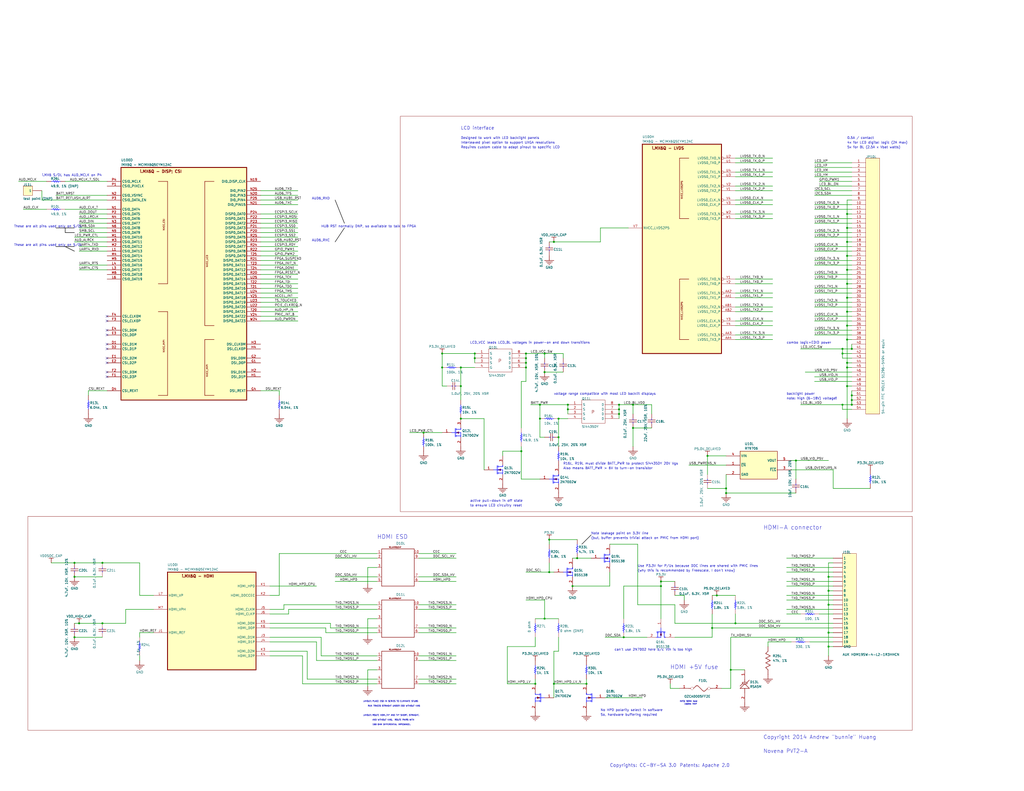
<source format=kicad_sch>
(kicad_sch (version 20230121) (generator eeschema)
  (paper "C")
  (lib_symbols
    (symbol "novena_pvt2_KiCAD-altium-import:13hdmi_lcd_0_Cap Semi"
      (symbol "13hdmi_lcd_0_Cap Semi_1_0"
        (pin passive line (at -2.54 -2.54 0) (length 2.54) (name "1") (number "1"))
        (pin passive line (at 5.08 -2.54 180) (length 2.54) (name "2") (number "2"))
      )
    )
    (symbol "novena_pvt2_KiCAD-altium-import:13hdmi_lcd_0_FUSE0805"
      (symbol "13hdmi_lcd_0_FUSE0805_1_0"
        (pin bidirectional line (at -5.08 -2.54 0) (length 5.08) (name "1") (number "1"))
        (pin bidirectional line (at 17.78 -2.54 180) (length 5.08) (name "2") (number "2"))
      )
    )
    (symbol "novena_pvt2_KiCAD-altium-import:13hdmi_lcd_0_HEADER_54"
      (symbol "13hdmi_lcd_0_HEADER_54_1_0"
        (pin passive line (at -7.62 0 0) (length 7.62) (name "") (number "1"))
        (pin passive line (at -7.62 -22.86 0) (length 7.62) (name "") (number "10"))
        (pin passive line (at -7.62 -25.4 0) (length 7.62) (name "") (number "11"))
        (pin passive line (at -7.62 -27.94 0) (length 7.62) (name "") (number "12"))
        (pin passive line (at -7.62 -30.48 0) (length 7.62) (name "") (number "13"))
        (pin passive line (at -7.62 -33.02 0) (length 7.62) (name "") (number "14"))
        (pin passive line (at -7.62 -35.56 0) (length 7.62) (name "") (number "15"))
        (pin passive line (at -7.62 -38.1 0) (length 7.62) (name "") (number "16"))
        (pin passive line (at -7.62 -40.64 0) (length 7.62) (name "") (number "17"))
        (pin passive line (at -7.62 -43.18 0) (length 7.62) (name "") (number "18"))
        (pin passive line (at -7.62 -45.72 0) (length 7.62) (name "") (number "19"))
        (pin passive line (at -7.62 -2.54 0) (length 7.62) (name "") (number "2"))
        (pin passive line (at -7.62 -48.26 0) (length 7.62) (name "") (number "20"))
        (pin passive line (at -7.62 -50.8 0) (length 7.62) (name "") (number "21"))
        (pin passive line (at -7.62 -53.34 0) (length 7.62) (name "") (number "22"))
        (pin passive line (at -7.62 -55.88 0) (length 7.62) (name "") (number "23"))
        (pin passive line (at -7.62 -58.42 0) (length 7.62) (name "") (number "24"))
        (pin passive line (at -7.62 -60.96 0) (length 7.62) (name "") (number "25"))
        (pin passive line (at -7.62 -63.5 0) (length 7.62) (name "") (number "26"))
        (pin passive line (at -7.62 -66.04 0) (length 7.62) (name "") (number "27"))
        (pin passive line (at -7.62 -68.58 0) (length 7.62) (name "") (number "28"))
        (pin passive line (at -7.62 -71.12 0) (length 7.62) (name "") (number "29"))
        (pin passive line (at -7.62 -5.08 0) (length 7.62) (name "") (number "3"))
        (pin passive line (at -7.62 -73.66 0) (length 7.62) (name "") (number "30"))
        (pin passive line (at -7.62 -76.2 0) (length 7.62) (name "") (number "31"))
        (pin passive line (at -7.62 -78.74 0) (length 7.62) (name "") (number "32"))
        (pin passive line (at -7.62 -81.28 0) (length 7.62) (name "") (number "33"))
        (pin passive line (at -7.62 -83.82 0) (length 7.62) (name "") (number "34"))
        (pin passive line (at -7.62 -86.36 0) (length 7.62) (name "") (number "35"))
        (pin passive line (at -7.62 -88.9 0) (length 7.62) (name "") (number "36"))
        (pin passive line (at -7.62 -91.44 0) (length 7.62) (name "") (number "37"))
        (pin passive line (at -7.62 -93.98 0) (length 7.62) (name "") (number "38"))
        (pin passive line (at -7.62 -96.52 0) (length 7.62) (name "") (number "39"))
        (pin passive line (at -7.62 -7.62 0) (length 7.62) (name "") (number "4"))
        (pin passive line (at -7.62 -99.06 0) (length 7.62) (name "") (number "40"))
        (pin passive line (at -7.62 -101.6 0) (length 7.62) (name "") (number "41"))
        (pin passive line (at -7.62 -104.14 0) (length 7.62) (name "") (number "42"))
        (pin passive line (at -7.62 -106.68 0) (length 7.62) (name "") (number "43"))
        (pin passive line (at -7.62 -109.22 0) (length 7.62) (name "") (number "44"))
        (pin passive line (at -7.62 -111.76 0) (length 7.62) (name "") (number "45"))
        (pin passive line (at -7.62 -114.3 0) (length 7.62) (name "") (number "46"))
        (pin passive line (at -7.62 -116.84 0) (length 7.62) (name "") (number "47"))
        (pin passive line (at -7.62 -119.38 0) (length 7.62) (name "") (number "48"))
        (pin passive line (at -7.62 -121.92 0) (length 7.62) (name "") (number "49"))
        (pin passive line (at -7.62 -10.16 0) (length 7.62) (name "") (number "5"))
        (pin passive line (at -7.62 -124.46 0) (length 7.62) (name "") (number "50"))
        (pin passive line (at -7.62 -127 0) (length 7.62) (name "") (number "51"))
        (pin passive line (at -7.62 -129.54 0) (length 7.62) (name "") (number "52"))
        (pin passive line (at -7.62 -132.08 0) (length 7.62) (name "") (number "53"))
        (pin passive line (at -7.62 -134.62 0) (length 7.62) (name "") (number "54"))
        (pin passive line (at -7.62 -12.7 0) (length 7.62) (name "") (number "6"))
        (pin passive line (at -7.62 -15.24 0) (length 7.62) (name "") (number "7"))
        (pin passive line (at -7.62 -17.78 0) (length 7.62) (name "") (number "8"))
        (pin passive line (at -7.62 -20.32 0) (length 7.62) (name "") (number "9"))
      )
    )
    (symbol "novena_pvt2_KiCAD-altium-import:13hdmi_lcd_0_Header 19"
      (symbol "13hdmi_lcd_0_Header 19_1_0"
        (pin passive line (at -5.08 -50.8 0) (length 5.08) (name "GND") (number "0"))
        (pin passive line (at -5.08 -2.54 0) (length 5.08) (name "1") (number "1"))
        (pin passive line (at -5.08 -25.4 0) (length 5.08) (name "10") (number "10"))
        (pin passive line (at -5.08 -27.94 0) (length 5.08) (name "11") (number "11"))
        (pin passive line (at -5.08 -30.48 0) (length 5.08) (name "12") (number "12"))
        (pin passive line (at -5.08 -33.02 0) (length 5.08) (name "13") (number "13"))
        (pin passive line (at -5.08 -35.56 0) (length 5.08) (name "14") (number "14"))
        (pin passive line (at -5.08 -38.1 0) (length 5.08) (name "15") (number "15"))
        (pin passive line (at -5.08 -40.64 0) (length 5.08) (name "16") (number "16"))
        (pin passive line (at -5.08 -43.18 0) (length 5.08) (name "17") (number "17"))
        (pin passive line (at -5.08 -45.72 0) (length 5.08) (name "18") (number "18"))
        (pin passive line (at -5.08 -48.26 0) (length 5.08) (name "19") (number "19"))
        (pin passive line (at -5.08 -5.08 0) (length 5.08) (name "2") (number "2"))
        (pin passive line (at -5.08 -7.62 0) (length 5.08) (name "3") (number "3"))
        (pin passive line (at -5.08 -10.16 0) (length 5.08) (name "4") (number "4"))
        (pin passive line (at -5.08 -12.7 0) (length 5.08) (name "5") (number "5"))
        (pin passive line (at -5.08 -15.24 0) (length 5.08) (name "6") (number "6"))
        (pin passive line (at -5.08 -17.78 0) (length 5.08) (name "7") (number "7"))
        (pin passive line (at -5.08 -20.32 0) (length 5.08) (name "8") (number "8"))
        (pin passive line (at -5.08 -22.86 0) (length 5.08) (name "9") (number "9"))
      )
    )
    (symbol "novena_pvt2_KiCAD-altium-import:13hdmi_lcd_0_MOSFET-N"
      (symbol "13hdmi_lcd_0_MOSFET-N_1_0"
        (pin passive line (at -5.08 -2.54 0) (length 5.08) (name "G") (number "1"))
        (pin passive line (at 5.08 -10.16 90) (length 5.08) (name "S") (number "2"))
        (pin passive line (at 5.08 5.08 270) (length 5.08) (name "D") (number "3"))
      )
    )
    (symbol "novena_pvt2_KiCAD-altium-import:13hdmi_lcd_0_PCIMX6Q6VV1A"
      (symbol "13hdmi_lcd_0_PCIMX6Q6VV1A_1_0"
        (text "i.MX6Q - EIM" (at 2.54 -3.048 0) (effects (font (size 1.524 1.524) bold) (justify left bottom)))
        (text "NVCC_EIM0" (at 19.812 -82.101 900) (effects (font (size 1.016 1.016)) (justify left bottom)))
        (text "NVCC_EIM1" (at 19.812 -38.413 900) (effects (font (size 1.016 1.016)) (justify left bottom)))
        (text "NVCC_EIM2" (at 19.812 -145.093 900) (effects (font (size 1.016 1.016)) (justify left bottom)))
        (pin bidirectional line (at 45.72 -55.88 180) (length 7.62) (name "EIM_D16") (number "C25"))
        (pin bidirectional line (at 45.72 -60.96 180) (length 7.62) (name "EIM_D18") (number "D24"))
        (pin bidirectional line (at 45.72 -73.66 180) (length 7.62) (name "EIM_D23") (number "D25"))
        (pin bidirectional line (at 45.72 -99.06 180) (length 7.62) (name "EIM_EB2") (number "E22"))
        (pin bidirectional line (at 45.72 -71.12 180) (length 7.62) (name "EIM_D22") (number "E23"))
        (pin bidirectional line (at 45.72 -81.28 180) (length 7.62) (name "EIM_D26") (number "E24"))
        (pin bidirectional line (at 45.72 -83.82 180) (length 7.62) (name "EIM_D27") (number "E25"))
        (pin bidirectional line (at 45.72 -58.42 180) (length 7.62) (name "EIM_D17") (number "F21"))
        (pin bidirectional line (at 45.72 -76.2 180) (length 7.62) (name "EIM_D24") (number "F22"))
        (pin bidirectional line (at 45.72 -101.6 180) (length 7.62) (name "EIM_EB3") (number "F23"))
        (pin bidirectional line (at 45.72 -40.64 180) (length 7.62) (name "EIM_A22") (number "F24"))
        (pin bidirectional line (at 45.72 -45.72 180) (length 7.62) (name "EIM_A24") (number "F25"))
        (pin bidirectional line (at 45.72 -66.04 180) (length 7.62) (name "EIM_D20") (number "G20"))
        (pin bidirectional line (at 45.72 -63.5 180) (length 7.62) (name "EIM_D19") (number "G21"))
        (pin bidirectional line (at 45.72 -78.74 180) (length 7.62) (name "EIM_D25") (number "G22"))
        (pin bidirectional line (at 45.72 -86.36 180) (length 7.62) (name "EIM_D28") (number "G23"))
        (pin bidirectional line (at 45.72 -27.94 180) (length 7.62) (name "EIM_A17") (number "G24"))
        (pin bidirectional line (at 45.72 -33.02 180) (length 7.62) (name "EIM_A19") (number "G25"))
        (pin bidirectional line (at 45.72 -50.8 180) (length 7.62) (name "EIM_A25") (number "H19"))
        (pin bidirectional line (at 45.72 -68.58 180) (length 7.62) (name "EIM_D21") (number "H20"))
        (pin bidirectional line (at 45.72 -93.98 180) (length 7.62) (name "EIM_D31") (number "H21"))
        (pin bidirectional line (at 45.72 -35.56 180) (length 7.62) (name "EIM_A20") (number "H22"))
        (pin bidirectional line (at 45.72 -38.1 180) (length 7.62) (name "EIM_A21") (number "H23"))
        (pin bidirectional line (at 45.72 -17.78 180) (length 7.62) (name "EIM_CS0") (number "H24"))
        (pin bidirectional line (at 45.72 -25.4 180) (length 7.62) (name "EIM_A16") (number "H25"))
        (pin bidirectional line (at 45.72 -88.9 180) (length 7.62) (name "EIM_D29") (number "J19"))
        (pin bidirectional line (at 45.72 -91.44 180) (length 7.62) (name "EIM_D30") (number "J20"))
        (pin bidirectional line (at 45.72 -43.18 180) (length 7.62) (name "EIM_A23") (number "J21"))
        (pin bidirectional line (at 45.72 -30.48 180) (length 7.62) (name "EIM_A18") (number "J22"))
        (pin bidirectional line (at 45.72 -20.32 180) (length 7.62) (name "EIM_CS1") (number "J23"))
        (pin bidirectional line (at 45.72 -10.16 180) (length 7.62) (name "EIM_OE") (number "J24"))
        (pin bidirectional line (at 45.72 -124.46 180) (length 7.62) (name "EIM_DA1") (number "J25"))
        (pin bidirectional line (at 45.72 -12.7 180) (length 7.62) (name "EIM_RW") (number "K20"))
        (pin bidirectional line (at 45.72 -114.3 180) (length 7.62) (name "EIM_EB0") (number "K21"))
        (pin bidirectional line (at 45.72 -7.62 180) (length 7.62) (name "EIM_LBA") (number "K22"))
        (pin bidirectional line (at 45.72 -116.84 180) (length 7.62) (name "EIM_EB1") (number "K23"))
        (pin bidirectional line (at 45.72 -129.54 180) (length 7.62) (name "EIM_DA3") (number "K24"))
        (pin bidirectional line (at 45.72 -137.16 180) (length 7.62) (name "EIM_DA6") (number "K25"))
        (pin bidirectional line (at 45.72 -121.92 180) (length 7.62) (name "EIM_DA0") (number "L20"))
        (pin bidirectional line (at 45.72 -127 180) (length 7.62) (name "EIM_DA2") (number "L21"))
        (pin bidirectional line (at 45.72 -132.08 180) (length 7.62) (name "EIM_DA4") (number "L22"))
        (pin bidirectional line (at 45.72 -134.62 180) (length 7.62) (name "EIM_DA5") (number "L23"))
        (pin bidirectional line (at 45.72 -142.24 180) (length 7.62) (name "EIM_DA8") (number "L24"))
        (pin bidirectional line (at 45.72 -139.7 180) (length 7.62) (name "EIM_DA7") (number "L25"))
        (pin bidirectional line (at 45.72 -149.86 180) (length 7.62) (name "EIM_DA11") (number "M20"))
        (pin bidirectional line (at 45.72 -144.78 180) (length 7.62) (name "EIM_DA9") (number "M21"))
        (pin bidirectional line (at 45.72 -147.32 180) (length 7.62) (name "EIM_DA10") (number "M22"))
        (pin bidirectional line (at 45.72 -154.94 180) (length 7.62) (name "EIM_DA13") (number "M23"))
        (pin bidirectional line (at 45.72 -152.4 180) (length 7.62) (name "EIM_DA12") (number "M24"))
        (pin bidirectional line (at 45.72 -109.22 180) (length 7.62) (name "EIM_WAIT") (number "M25"))
        (pin bidirectional line (at 45.72 -106.68 180) (length 7.62) (name "EIM_BCLK") (number "N22"))
        (pin bidirectional line (at 45.72 -157.48 180) (length 7.62) (name "EIM_DA14") (number "N23"))
        (pin bidirectional line (at 45.72 -160.02 180) (length 7.62) (name "EIM_DA15") (number "N24"))
      )
      (symbol "13hdmi_lcd_0_PCIMX6Q6VV1A_2_0"
        (text "i.MX6Q" (at 17.78 -3.048 0) (effects (font (size 1.524 1.524) bold) (justify left bottom)))
        (text "NVCC_ENET" (at 34.798 -31.496 900) (effects (font (size 0.889 0.889)) (justify left bottom)))
        (text "NVCC_GPIO" (at 34.798 -92.007 900) (effects (font (size 0.889 0.889)) (justify left bottom)))
        (text "NVCC_NANDF" (at 34.798 -180.614 900) (effects (font (size 0.889 0.889)) (justify left bottom)))
        (text "NVCC_SD1" (at 17.78 -10.16 900) (effects (font (size 0.889 0.889)) (justify right top)))
        (text "NVCC_SD2" (at 17.78 -27.94 900) (effects (font (size 0.889 0.889)) (justify right top)))
        (text "NVCC_SD3" (at 17.78 -58.42 900) (effects (font (size 0.889 0.889)) (justify right top)))
        (pin input line (at -7.62 -106.68 0) (length 7.62) (name "MLB_DP") (number "A10"))
        (pin input line (at -7.62 -93.98 0) (length 7.62) (name "MLB_CN") (number "A11"))
        (pin bidirectional line (at -7.62 -60.96 0) (length 7.62) (name "SD3_DAT2") (number "A15"))
        (pin bidirectional line (at 60.96 -144.78 180) (length 7.62) (name "NANDF_ALE") (number "A16"))
        (pin bidirectional line (at 60.96 -137.16 180) (length 7.62) (name "NANDF_CS2") (number "A17"))
        (pin bidirectional line (at 60.96 -157.48 180) (length 7.62) (name "NANDF_D0") (number "A18"))
        (pin bidirectional line (at 60.96 -167.64 180) (length 7.62) (name "NANDF_D4") (number "A19"))
        (pin bidirectional line (at 60.96 -198.12 180) (length 7.62) (name "SD4_DAT3") (number "A20"))
        (pin bidirectional line (at -7.62 -15.24 0) (length 7.62) (name "SD1_DAT0") (number "A21"))
        (pin bidirectional line (at -7.62 -33.02 0) (length 7.62) (name "SD2_DAT0") (number "A22"))
        (pin bidirectional line (at -7.62 -38.1 0) (length 7.62) (name "SD2_DAT2") (number "A23"))
        (pin input line (at -7.62 -101.6 0) (length 7.62) (name "MLB_SN") (number "A9"))
        (pin input line (at -7.62 -109.22 0) (length 7.62) (name "MLB_DN") (number "B10"))
        (pin input line (at -7.62 -91.44 0) (length 7.62) (name "MLB_CP") (number "B11"))
        (pin bidirectional line (at -7.62 -50.8 0) (length 7.62) (name "SD3_CMD") (number "B13"))
        (pin bidirectional line (at -7.62 -63.5 0) (length 7.62) (name "SD3_DAT3") (number "B15"))
        (pin bidirectional line (at 60.96 -152.4 180) (length 7.62) (name "NANDF_RB0") (number "B16"))
        (pin bidirectional line (at 60.96 -185.42 180) (length 7.62) (name "SD4_CMD") (number "B17"))
        (pin bidirectional line (at 60.96 -170.18 180) (length 7.62) (name "NANDF_D5") (number "B18"))
        (pin bidirectional line (at 60.96 -193.04 180) (length 7.62) (name "SD4_DAT1") (number "B19"))
        (pin bidirectional line (at 60.96 -205.74 180) (length 7.62) (name "SD4_DAT6") (number "B20"))
        (pin bidirectional line (at -7.62 -10.16 0) (length 7.62) (name "SD1_CMD") (number "B21"))
        (pin bidirectional line (at -7.62 -40.64 0) (length 7.62) (name "SD2_DAT3") (number "B22"))
        (pin input line (at -7.62 -99.06 0) (length 7.62) (name "MLB_SP") (number "B9"))
        (pin bidirectional line (at -7.62 -68.58 0) (length 7.62) (name "SD3_DAT5") (number "C13"))
        (pin bidirectional line (at 60.96 -147.32 180) (length 7.62) (name "NANDF_CLE") (number "C15"))
        (pin bidirectional line (at 60.96 -134.62 180) (length 7.62) (name "NANDF_CS1") (number "C16"))
        (pin bidirectional line (at 60.96 -160.02 180) (length 7.62) (name "NANDF_D1") (number "C17"))
        (pin bidirectional line (at 60.96 -175.26 180) (length 7.62) (name "NANDF_D7") (number "C18"))
        (pin bidirectional line (at 60.96 -203.2 180) (length 7.62) (name "SD4_DAT5") (number "C19"))
        (pin bidirectional line (at -7.62 -17.78 0) (length 7.62) (name "SD1_DAT1") (number "C20"))
        (pin bidirectional line (at -7.62 -30.48 0) (length 7.62) (name "SD2_CLK") (number "C21"))
        (pin bidirectional line (at -7.62 -66.04 0) (length 7.62) (name "SD3_DAT4") (number "D13"))
        (pin bidirectional line (at -7.62 -53.34 0) (length 7.62) (name "SD3_CLK") (number "D14"))
        (pin bidirectional line (at -7.62 -76.2 0) (length 7.62) (name "SD3_RST") (number "D15"))
        (pin bidirectional line (at 60.96 -139.7 180) (length 7.62) (name "NANDF_CS3") (number "D16"))
        (pin bidirectional line (at 60.96 -165.1 180) (length 7.62) (name "NANDF_D3") (number "D17"))
        (pin bidirectional line (at 60.96 -190.5 180) (length 7.62) (name "SD4_DAT0") (number "D18"))
        (pin bidirectional line (at 60.96 -208.28 180) (length 7.62) (name "SD4_DAT7") (number "D19"))
        (pin bidirectional line (at -7.62 -12.7 0) (length 7.62) (name "SD1_CLK") (number "D20"))
        (pin bidirectional line (at -7.62 -71.12 0) (length 7.62) (name "SD3_DAT6") (number "E13"))
        (pin bidirectional line (at -7.62 -55.88 0) (length 7.62) (name "SD3_DAT0") (number "E14"))
        (pin bidirectional line (at 60.96 -149.86 180) (length 7.62) (name "NANDF_WP_B") (number "E15"))
        (pin bidirectional line (at 60.96 -182.88 180) (length 7.62) (name "SD4_CLK") (number "E16"))
        (pin bidirectional line (at 60.96 -172.72 180) (length 7.62) (name "NANDF_D6") (number "E17"))
        (pin bidirectional line (at 60.96 -200.66 180) (length 7.62) (name "SD4_DAT4") (number "E18"))
        (pin bidirectional line (at -7.62 -20.32 0) (length 7.62) (name "SD1_DAT2") (number "E19"))
        (pin bidirectional line (at -7.62 -35.56 0) (length 7.62) (name "SD2_DAT1") (number "E20"))
        (pin bidirectional line (at -7.62 -73.66 0) (length 7.62) (name "SD3_DAT7") (number "F13"))
        (pin bidirectional line (at -7.62 -58.42 0) (length 7.62) (name "SD3_DAT1") (number "F14"))
        (pin bidirectional line (at 60.96 -132.08 180) (length 7.62) (name "NANDF_CS0") (number "F15"))
        (pin bidirectional line (at 60.96 -162.56 180) (length 7.62) (name "NANDF_D2") (number "F16"))
        (pin bidirectional line (at 60.96 -195.58 180) (length 7.62) (name "SD4_DAT2") (number "F17"))
        (pin bidirectional line (at -7.62 -22.86 0) (length 7.62) (name "SD1_DAT3") (number "F18"))
        (pin bidirectional line (at -7.62 -27.94 0) (length 7.62) (name "SD2_CMD") (number "F19"))
        (pin bidirectional line (at 60.96 -119.38 180) (length 7.62) (name "GPIO_19") (number "P5"))
        (pin bidirectional line (at 60.96 -116.84 180) (length 7.62) (name "GPIO_18") (number "P6"))
        (pin bidirectional line (at 60.96 -114.3 180) (length 7.62) (name "GPIO_17") (number "R1"))
        (pin bidirectional line (at 60.96 -111.76 180) (length 7.62) (name "GPIO_16") (number "R2"))
        (pin bidirectional line (at 60.96 -104.14 180) (length 7.62) (name "GPIO_7") (number "R3"))
        (pin bidirectional line (at 60.96 -99.06 180) (length 7.62) (name "GPIO_5") (number "R4"))
        (pin bidirectional line (at 60.96 -106.68 180) (length 7.62) (name "GPIO_8") (number "R5"))
        (pin bidirectional line (at 60.96 -96.52 180) (length 7.62) (name "GPIO_4") (number "R6"))
        (pin bidirectional line (at 60.96 -93.98 180) (length 7.62) (name "GPIO_3") (number "R7"))
        (pin bidirectional line (at 60.96 -91.44 180) (length 7.62) (name "GPIO_2") (number "T1"))
        (pin bidirectional line (at 60.96 -109.22 180) (length 7.62) (name "GPIO_9") (number "T2"))
        (pin bidirectional line (at 60.96 -101.6 180) (length 7.62) (name "GPIO_6") (number "T3"))
        (pin bidirectional line (at 60.96 -88.9 180) (length 7.62) (name "GPIO_1") (number "T4"))
        (pin bidirectional line (at 60.96 -86.36 180) (length 7.62) (name "GPIO_0") (number "T5"))
        (pin bidirectional line (at 60.96 -71.12 180) (length 7.62) (name "KEY_COL4") (number "T6"))
        (pin bidirectional line (at 60.96 -68.58 180) (length 7.62) (name "KEY_ROW3") (number "T7"))
        (pin bidirectional line (at 60.96 -35.56 180) (length 7.62) (name "ENET_TXD0") (number "U20"))
        (pin bidirectional line (at 60.96 -15.24 180) (length 7.62) (name "ENET_CRS_DV") (number "U21"))
        (pin bidirectional line (at 60.96 -66.04 180) (length 7.62) (name "KEY_COL3") (number "U5"))
        (pin bidirectional line (at 60.96 -58.42 180) (length 7.62) (name "KEY_ROW1") (number "U6"))
        (pin bidirectional line (at 60.96 -55.88 180) (length 7.62) (name "KEY_COL1") (number "U7"))
        (pin bidirectional line (at 60.96 -10.16 180) (length 7.62) (name "ENET_MDC") (number "V20"))
        (pin bidirectional line (at 60.96 -22.86 180) (length 7.62) (name "ENET_TX_EN") (number "V21"))
        (pin bidirectional line (at 60.96 -17.78 180) (length 7.62) (name "ENET_REF_CLK") (number "V22"))
        (pin bidirectional line (at 60.96 -12.7 180) (length 7.62) (name "ENET_MDIO") (number "V23"))
        (pin bidirectional line (at 60.96 -73.66 180) (length 7.62) (name "KEY_ROW4") (number "V5"))
        (pin bidirectional line (at 60.96 -53.34 180) (length 7.62) (name "KEY_ROW0") (number "V6"))
        (pin bidirectional line (at 60.96 -38.1 180) (length 7.62) (name "ENET_TXD1") (number "W20"))
        (pin bidirectional line (at 60.96 -27.94 180) (length 7.62) (name "ENET_RXD0") (number "W21"))
        (pin bidirectional line (at 60.96 -30.48 180) (length 7.62) (name "ENET_RXD1") (number "W22"))
        (pin bidirectional line (at 60.96 -20.32 180) (length 7.62) (name "ENET_RX_ER") (number "W23"))
        (pin bidirectional line (at 60.96 -63.5 180) (length 7.62) (name "KEY_ROW2") (number "W4"))
        (pin bidirectional line (at 60.96 -50.8 180) (length 7.62) (name "KEY_COL0") (number "W5"))
        (pin bidirectional line (at 60.96 -60.96 180) (length 7.62) (name "KEY_COL2") (number "W6"))
      )
      (symbol "13hdmi_lcd_0_PCIMX6Q6VV1A_3_0"
        (text "i.MX6Q - CONTROL" (at 12.7 -3.048 0) (effects (font (size 1.524 1.524) bold) (justify left bottom)))
        (text "NVCC_JTAG" (at 52.578 -20.633 900) (effects (font (size 0.889 0.889)) (justify left bottom)))
        (text "VDD_SNVS_IN" (at 22.86 -12.7 900) (effects (font (size 0.889 0.889)) (justify right top)))
        (pin input clock (at -7.62 -48.26 0) (length 7.62) (name "XTALI") (number "A7"))
        (pin output line (at -7.62 -50.8 0) (length 7.62) (name "XTALO") (number "B7"))
        (pin input line (at -7.62 -10.16 0) (length 7.62) (name "POR_B") (number "C11"))
        (pin input line (at -7.62 -15.24 0) (length 7.62) (name "BOOT_MODE0") (number "C12"))
        (pin input line (at 78.74 -17.78 180) (length 7.62) (name "JTAG_TRSTB") (number "C2"))
        (pin input line (at 78.74 -10.16 180) (length 7.62) (name "JTAG_TMS") (number "C3"))
        (pin output line (at 78.74 -43.18 180) (length 7.62) (name "CLK2_N") (number "C5"))
        (pin output line (at 78.74 -33.02 180) (length 7.62) (name "CLK1_N") (number "C7"))
        (pin output line (at -7.62 -66.04 0) (length 7.62) (name "RTC_XTALO") (number "C9"))
        (pin output line (at -7.62 -35.56 0) (length 7.62) (name "PMIC_ON_REQ") (number "D11"))
        (pin input line (at -7.62 -7.62 0) (length 7.62) (name "ONOFF") (number "D12"))
        (pin output line (at 78.74 -45.72 180) (length 7.62) (name "CLK2_P") (number "D5"))
        (pin output line (at 78.74 -35.56 180) (length 7.62) (name "CLK1_P") (number "D7"))
        (pin input clock (at -7.62 -63.5 0) (length 7.62) (name "RTC_XTALI") (number "D9"))
        (pin input line (at -7.62 -27.94 0) (length 7.62) (name "TAMPER") (number "E11"))
        (pin input line (at -7.62 -22.86 0) (length 7.62) (name "TEST_MODE") (number "E12"))
        (pin output line (at -7.62 -33.02 0) (length 7.62) (name "PMIC_STBY_REQ") (number "F11"))
        (pin input line (at -7.62 -17.78 0) (length 7.62) (name "BOOT_MODE1") (number "F12"))
        (pin input line (at 78.74 -12.7 180) (length 7.62) (name "JTAG_TDI") (number "G5"))
        (pin output line (at 78.74 -15.24 180) (length 7.62) (name "JTAG_TDO") (number "G6"))
        (pin input line (at 78.74 -7.62 180) (length 7.62) (name "JTAG_TCK") (number "H5"))
        (pin input line (at 78.74 -20.32 180) (length 7.62) (name "JTAG_MOD") (number "H6"))
      )
      (symbol "13hdmi_lcd_0_PCIMX6Q6VV1A_4_0"
        (text "i.MX6Q - DISP; CSI" (at 10.16 -3.048 0) (effects (font (size 1.524 1.524) bold) (justify left bottom)))
        (text "NVCC_CSI" (at 22.86 -27.94 900) (effects (font (size 0.889 0.889)) (justify right top)))
        (text "NVCC_LCD" (at 47.498 -54.532 900) (effects (font (size 0.889 0.889)) (justify left bottom)))
        (text "NVCC_MIPI" (at 22.86 -93.98 900) (effects (font (size 0.889 0.889)) (justify right top)))
        (text "NVCC_MIPI" (at 47.498 -114.417 900) (effects (font (size 0.889 0.889)) (justify left bottom)))
        (pin input line (at -7.62 -96.52 0) (length 7.62) (name "CSI_D1M") (number "D1"))
        (pin input line (at -7.62 -99.06 0) (length 7.62) (name "CSI_D1P") (number "D2"))
        (pin input line (at -7.62 -121.92 0) (length 7.62) (name "CSI_REXT") (number "D4"))
        (pin input line (at -7.62 -104.14 0) (length 7.62) (name "CSI_D2M") (number "E1"))
        (pin input line (at -7.62 -106.68 0) (length 7.62) (name "CSI_D2P") (number "E2"))
        (pin input line (at -7.62 -91.44 0) (length 7.62) (name "CSI_D0P") (number "E3"))
        (pin input line (at -7.62 -88.9 0) (length 7.62) (name "CSI_D0M") (number "E4"))
        (pin input line (at -7.62 -114.3 0) (length 7.62) (name "CSI_D3P") (number "F1"))
        (pin input line (at -7.62 -111.76 0) (length 7.62) (name "CSI_D3M") (number "F2"))
        (pin input line (at -7.62 -83.82 0) (length 7.62) (name "CSI_CLK0P") (number "F3"))
        (pin input line (at -7.62 -81.28 0) (length 7.62) (name "CSI_CLK0M") (number "F4"))
        (pin output line (at 76.2 -106.68 180) (length 7.62) (name "DSI_D0P") (number "G1"))
        (pin output line (at 76.2 -104.14 180) (length 7.62) (name "DSI_D0M") (number "G2"))
        (pin input line (at 76.2 -121.92 180) (length 7.62) (name "DSI_REXT") (number "G4"))
        (pin output line (at 76.2 -114.3 180) (length 7.62) (name "DSI_D1P") (number "H1"))
        (pin output line (at 76.2 -111.76 180) (length 7.62) (name "DSI_D1M") (number "H2"))
        (pin output line (at 76.2 -96.52 180) (length 7.62) (name "DSI_CLK0M") (number "H3"))
        (pin output line (at 76.2 -99.06 180) (length 7.62) (name "DSI_CLK0P") (number "H4"))
        (pin bidirectional line (at -7.62 -45.72 0) (length 7.62) (name "CSI0_DAT13") (number "L1"))
        (pin bidirectional line (at -7.62 -55.88 0) (length 7.62) (name "CSI0_DAT17") (number "L3"))
        (pin bidirectional line (at -7.62 -53.34 0) (length 7.62) (name "CSI0_DAT16") (number "L4"))
        (pin bidirectional line (at -7.62 -60.96 0) (length 7.62) (name "CSI0_DAT19") (number "L6"))
        (pin bidirectional line (at -7.62 -38.1 0) (length 7.62) (name "CSI0_DAT10") (number "M1"))
        (pin bidirectional line (at -7.62 -43.18 0) (length 7.62) (name "CSI0_DAT12") (number "M2"))
        (pin bidirectional line (at -7.62 -40.64 0) (length 7.62) (name "CSI0_DAT11") (number "M3"))
        (pin bidirectional line (at -7.62 -48.26 0) (length 7.62) (name "CSI0_DAT14") (number "M4"))
        (pin bidirectional line (at -7.62 -50.8 0) (length 7.62) (name "CSI0_DAT15") (number "M5"))
        (pin bidirectional line (at -7.62 -58.42 0) (length 7.62) (name "CSI0_DAT18") (number "M6"))
        (pin bidirectional line (at -7.62 -22.86 0) (length 7.62) (name "CSI0_DAT4") (number "N1"))
        (pin bidirectional line (at 76.2 -7.62 180) (length 7.62) (name "DI0_DISP_CLK") (number "N19"))
        (pin bidirectional line (at -7.62 -15.24 0) (length 7.62) (name "CSI0_VSYNC") (number "N2"))
        (pin bidirectional line (at 76.2 -15.24 180) (length 7.62) (name "DI0_PIN3") (number "N20"))
        (pin bidirectional line (at 76.2 -20.32 180) (length 7.62) (name "DI0_PIN15") (number "N21"))
        (pin bidirectional line (at 76.2 -12.7 180) (length 7.62) (name "DI0_PIN2") (number "N25"))
        (pin bidirectional line (at -7.62 -30.48 0) (length 7.62) (name "CSI0_DAT7") (number "N3"))
        (pin bidirectional line (at -7.62 -27.94 0) (length 7.62) (name "CSI0_DAT6") (number "N4"))
        (pin bidirectional line (at -7.62 -35.56 0) (length 7.62) (name "CSI0_DAT9") (number "N5"))
        (pin bidirectional line (at -7.62 -33.02 0) (length 7.62) (name "CSI0_DAT8") (number "N6"))
        (pin bidirectional line (at -7.62 -10.16 0) (length 7.62) (name "CSI0_PIXCLK") (number "P1"))
        (pin bidirectional line (at -7.62 -25.4 0) (length 7.62) (name "CSI0_DAT5") (number "P2"))
        (pin bidirectional line (at 76.2 -35.56 180) (length 7.62) (name "DISP0_DAT4") (number "P20"))
        (pin bidirectional line (at 76.2 -33.02 180) (length 7.62) (name "DISP0_DAT3") (number "P21"))
        (pin bidirectional line (at 76.2 -27.94 180) (length 7.62) (name "DISP0_DAT1") (number "P22"))
        (pin bidirectional line (at 76.2 -30.48 180) (length 7.62) (name "DISP0_DAT2") (number "P23"))
        (pin bidirectional line (at 76.2 -25.4 180) (length 7.62) (name "DISP0_DAT0") (number "P24"))
        (pin bidirectional line (at 76.2 -17.78 180) (length 7.62) (name "DI0_PIN4") (number "P25"))
        (pin bidirectional line (at -7.62 -17.78 0) (length 7.62) (name "CSI0_DATA_EN") (number "P3"))
        (pin bidirectional line (at -7.62 -7.62 0) (length 7.62) (name "CSI0_MCLK") (number "P4"))
        (pin bidirectional line (at 76.2 -58.42 180) (length 7.62) (name "DISP0_DAT13") (number "R20"))
        (pin bidirectional line (at 76.2 -50.8 180) (length 7.62) (name "DISP0_DAT10") (number "R21"))
        (pin bidirectional line (at 76.2 -45.72 180) (length 7.62) (name "DISP0_DAT8") (number "R22"))
        (pin bidirectional line (at 76.2 -40.64 180) (length 7.62) (name "DISP0_DAT6") (number "R23"))
        (pin bidirectional line (at 76.2 -43.18 180) (length 7.62) (name "DISP0_DAT7") (number "R24"))
        (pin bidirectional line (at 76.2 -38.1 180) (length 7.62) (name "DISP0_DAT5") (number "R25"))
        (pin bidirectional line (at 76.2 -78.74 180) (length 7.62) (name "DISP0_DAT21") (number "T20"))
        (pin bidirectional line (at 76.2 -66.04 180) (length 7.62) (name "DISP0_DAT16") (number "T21"))
        (pin bidirectional line (at 76.2 -63.5 180) (length 7.62) (name "DISP0_DAT15") (number "T22"))
        (pin bidirectional line (at 76.2 -53.34 180) (length 7.62) (name "DISP0_DAT11") (number "T23"))
        (pin bidirectional line (at 76.2 -55.88 180) (length 7.62) (name "DISP0_DAT12") (number "T24"))
        (pin bidirectional line (at 76.2 -48.26 180) (length 7.62) (name "DISP0_DAT9") (number "T25"))
        (pin bidirectional line (at 76.2 -76.2 180) (length 7.62) (name "DISP0_DAT20") (number "U22"))
        (pin bidirectional line (at 76.2 -73.66 180) (length 7.62) (name "DISP0_DAT19") (number "U23"))
        (pin bidirectional line (at 76.2 -68.58 180) (length 7.62) (name "DISP0_DAT17") (number "U24"))
        (pin bidirectional line (at 76.2 -60.96 180) (length 7.62) (name "DISP0_DAT14") (number "U25"))
        (pin bidirectional line (at 76.2 -81.28 180) (length 7.62) (name "DISP0_DAT22") (number "V24"))
        (pin bidirectional line (at 76.2 -71.12 180) (length 7.62) (name "DISP0_DAT18") (number "V25"))
        (pin bidirectional line (at 76.2 -83.82 180) (length 7.62) (name "DISP0_DAT23") (number "W24"))
      )
      (symbol "13hdmi_lcd_0_PCIMX6Q6VV1A_5_0"
        (text "i.MX6Q - POWER" (at 17.78 -3.048 0) (effects (font (size 1.524 1.524) bold) (justify left bottom)))
        (pin power_in line (at -7.62 -124.46 0) (length 7.62) (name "GND_1") (number "A13"))
        (pin power_in line (at -7.62 -127 0) (length 7.62) (name "GND_2") (number "A25"))
        (pin power_in line (at -7.62 -129.54 0) (length 7.62) (name "GND_3") (number "A4"))
        (pin power_in line (at 76.2 -241.3 180) (length 7.62) (name "FA_ANA") (number "A5"))
        (pin power_in line (at -7.62 -132.08 0) (length 7.62) (name "GND_4") (number "A8"))
        (pin power_in line (at -7.62 -134.62 0) (length 7.62) (name "GND_5") (number "AA10"))
        (pin power_in line (at -7.62 -137.16 0) (length 7.62) (name "GND_6") (number "AA13"))
        (pin power_in line (at -7.62 -139.7 0) (length 7.62) (name "GND_7") (number "AA16"))
        (pin power_in line (at -7.62 -142.24 0) (length 7.62) (name "GND_8") (number "AA19"))
        (pin power_in line (at -7.62 -144.78 0) (length 7.62) (name "GND_9") (number "AA22"))
        (pin power_in line (at -7.62 -147.32 0) (length 7.62) (name "GND_10") (number "AA7"))
        (pin power_in line (at -7.62 -149.86 0) (length 7.62) (name "GND_11") (number "AB24"))
        (pin power_in line (at -7.62 -152.4 0) (length 7.62) (name "GND_12") (number "AB3"))
        (pin power_in line (at -7.62 -154.94 0) (length 7.62) (name "GND_13") (number "AD10"))
        (pin power_in line (at -7.62 -157.48 0) (length 7.62) (name "GND_14") (number "AD13"))
        (pin power_in line (at -7.62 -160.02 0) (length 7.62) (name "GND_15") (number "AD16"))
        (pin power_in line (at -7.62 -162.56 0) (length 7.62) (name "GND_16") (number "AD19"))
        (pin power_in line (at -7.62 -165.1 0) (length 7.62) (name "GND_17") (number "AD22"))
        (pin power_in line (at -7.62 -167.64 0) (length 7.62) (name "GND_18") (number "AD4"))
        (pin power_in line (at -7.62 -170.18 0) (length 7.62) (name "GND_19") (number "AD7"))
        (pin power_in line (at -7.62 -172.72 0) (length 7.62) (name "GND_20") (number "AE1"))
        (pin power_in line (at -7.62 -175.26 0) (length 7.62) (name "GND_21") (number "AE25"))
        (pin power_in line (at -7.62 -177.8 0) (length 7.62) (name "GND_22") (number "B4"))
        (pin power_in line (at 76.2 -243.84 180) (length 7.62) (name "VDD_FA") (number "B5"))
        (pin power_in line (at -7.62 -180.34 0) (length 7.62) (name "GND_23") (number "C1"))
        (pin power_in line (at -7.62 -182.88 0) (length 7.62) (name "GND_24") (number "C10"))
        (pin power_in line (at -7.62 -185.42 0) (length 7.62) (name "GND_25") (number "C4"))
        (pin power_in line (at -7.62 -187.96 0) (length 7.62) (name "GND_26") (number "C6"))
        (pin power_in line (at 76.2 -238.76 180) (length 7.62) (name "GPANAIO") (number "C8"))
        (pin power_in line (at -7.62 -190.5 0) (length 7.62) (name "GND_27") (number "D3"))
        (pin power_in line (at -7.62 -193.04 0) (length 7.62) (name "GND_28") (number "D6"))
        (pin power_in line (at -7.62 -195.58 0) (length 7.62) (name "GND_29") (number "D8"))
        (pin power_in line (at -7.62 -198.12 0) (length 7.62) (name "GND_30") (number "E5"))
        (pin power_in line (at -7.62 -200.66 0) (length 7.62) (name "GND_31") (number "E6"))
        (pin power_in line (at -7.62 -203.2 0) (length 7.62) (name "GND_32") (number "E7"))
        (pin power_in line (at 76.2 -185.42 180) (length 7.62) (name "NVCC_PLL_OUT") (number "E8"))
        (pin power_in line (at -7.62 -205.74 0) (length 7.62) (name "GND_33") (number "F5"))
        (pin power_in line (at -7.62 -208.28 0) (length 7.62) (name "GND_34") (number "F6"))
        (pin power_in line (at -7.62 -210.82 0) (length 7.62) (name "GND_35") (number "F7"))
        (pin power_in line (at -7.62 -213.36 0) (length 7.62) (name "GND_36") (number "F8"))
        (pin power_in line (at -7.62 -215.9 0) (length 7.62) (name "GND_37") (number "G10"))
        (pin power_in line (at -7.62 -114.3 0) (length 7.62) (name "VDD_SNVS_IN") (number "G11"))
        (pin power_in line (at 76.2 -215.9 180) (length 7.62) (name "NVCC_SD3") (number "G14"))
        (pin power_in line (at 76.2 -223.52 180) (length 7.62) (name "NVCC_NANDF") (number "G15"))
        (pin power_in line (at 76.2 -200.66 180) (length 7.62) (name "NVCC_SD1") (number "G16"))
        (pin power_in line (at 76.2 -208.28 180) (length 7.62) (name "NVCC_SD2") (number "G17"))
        (pin power_in line (at 76.2 -193.04 180) (length 7.62) (name "NVCC_RGMII") (number "G18"))
        (pin power_in line (at -7.62 -218.44 0) (length 7.62) (name "GND_38") (number "G19"))
        (pin power_in line (at -7.62 -220.98 0) (length 7.62) (name "GND_39") (number "G3"))
        (pin power_in line (at 76.2 -119.38 180) (length 7.62) (name "VDD_SNVS_CAP") (number "G9"))
        (pin power_in line (at 76.2 -109.22 180) (length 7.62) (name "VDDHIGH_CAP_1") (number "H10"))
        (pin power_in line (at 76.2 -27.94 180) (length 7.62) (name "VDDARM_CAP23_1") (number "H11"))
        (pin power_in line (at -7.62 -223.52 0) (length 7.62) (name "GND_40") (number "H12"))
        (pin power_in line (at 76.2 -5.08 180) (length 7.62) (name "VDDARM_CAP_1") (number "H13"))
        (pin power_in line (at -7.62 -5.08 0) (length 7.62) (name "VDDARM_IN_1") (number "H14"))
        (pin power_in line (at -7.62 -226.06 0) (length 7.62) (name "GND_41") (number "H15"))
        (pin power_in line (at -7.62 -68.58 0) (length 7.62) (name "VDDSOC_IN_1") (number "H16"))
        (pin power_in line (at 76.2 -78.74 180) (length 7.62) (name "VDDPU_CAP_1") (number "H17"))
        (pin power_in line (at -7.62 -228.6 0) (length 7.62) (name "GND_42") (number "H18"))
        (pin power_in line (at -7.62 -231.14 0) (length 7.62) (name "GND_43") (number "H8"))
        (pin power_in line (at -7.62 -99.06 0) (length 7.62) (name "VDDHIGH_IN_1") (number "H9"))
        (pin power_in line (at 76.2 -111.76 180) (length 7.62) (name "VDDHIGH_CAP_2") (number "J10"))
        (pin power_in line (at 76.2 -30.48 180) (length 7.62) (name "VDDARM_CAP23_2") (number "J11"))
        (pin power_in line (at -7.62 -233.68 0) (length 7.62) (name "GND_44") (number "J12"))
        (pin power_in line (at 76.2 -7.62 180) (length 7.62) (name "VDDARM_CAP_2") (number "J13"))
        (pin power_in line (at -7.62 -7.62 0) (length 7.62) (name "VDDARM_IN_2") (number "J14"))
        (pin power_in line (at -7.62 -236.22 0) (length 7.62) (name "GND_45") (number "J15"))
        (pin power_in line (at -7.62 -71.12 0) (length 7.62) (name "VDDSOC_IN_2") (number "J16"))
        (pin power_in line (at 76.2 -81.28 180) (length 7.62) (name "VDDPU_CAP_2") (number "J17"))
        (pin power_in line (at -7.62 -238.76 0) (length 7.62) (name "GND_46") (number "J18"))
        (pin power_in line (at -7.62 -241.3 0) (length 7.62) (name "GND_47") (number "J2"))
        (pin power_in line (at 76.2 -231.14 180) (length 7.62) (name "NVCC_JTAG") (number "J7"))
        (pin power_in line (at -7.62 -243.84 0) (length 7.62) (name "GND_48") (number "J8"))
        (pin power_in line (at -7.62 -101.6 0) (length 7.62) (name "VDDHIGH_IN_2") (number "J9"))
        (pin power_in line (at -7.62 -246.38 0) (length 7.62) (name "GND_49") (number "K10"))
        (pin power_in line (at 76.2 -33.02 180) (length 7.62) (name "VDDARM_CAP23_3") (number "K11"))
        (pin power_in line (at -7.62 -248.92 0) (length 7.62) (name "GND_50") (number "K12"))
        (pin power_in line (at 76.2 -10.16 180) (length 7.62) (name "VDDARM_CAP_3") (number "K13"))
        (pin power_in line (at -7.62 -10.16 0) (length 7.62) (name "VDDARM_IN_3") (number "K14"))
        (pin power_in line (at -7.62 -251.46 0) (length 7.62) (name "GND_51") (number "K15"))
        (pin power_in line (at -7.62 -73.66 0) (length 7.62) (name "VDDSOC_IN_3") (number "K16"))
        (pin power_in line (at 76.2 -83.82 180) (length 7.62) (name "VDDPU_CAP_3") (number "K17"))
        (pin power_in line (at -7.62 -254 0) (length 7.62) (name "GND_52") (number "K18"))
        (pin power_in line (at 76.2 -152.4 180) (length 7.62) (name "NVCC_EIM0") (number "K19"))
        (pin power_in line (at 76.2 -144.78 180) (length 7.62) (name "NVCC_MIPI") (number "K7"))
        (pin power_in line (at -7.62 -256.54 0) (length 7.62) (name "GND_53") (number "K8"))
        (pin power_in line (at -7.62 -33.02 0) (length 7.62) (name "VDDARM23_IN_1") (number "K9"))
        (pin power_in line (at -7.62 -259.08 0) (length 7.62) (name "GND_54") (number "L10"))
        (pin power_in line (at 76.2 -35.56 180) (length 7.62) (name "VDDARM_CAP23_4") (number "L11"))
        (pin power_in line (at -7.62 -261.62 0) (length 7.62) (name "GND_55") (number "L12"))
        (pin power_in line (at 76.2 -12.7 180) (length 7.62) (name "VDDARM_CAP_4") (number "L13"))
        (pin power_in line (at -7.62 -12.7 0) (length 7.62) (name "VDDARM_IN_4") (number "L14"))
        (pin power_in line (at -7.62 -264.16 0) (length 7.62) (name "GND_56") (number "L15"))
        (pin power_in line (at -7.62 -76.2 0) (length 7.62) (name "VDDSOC_IN_4") (number "L16"))
        (pin power_in line (at 76.2 -86.36 180) (length 7.62) (name "VDDPU_CAP_4") (number "L17"))
        (pin power_in line (at -7.62 -266.7 0) (length 7.62) (name "GND_57") (number "L18"))
        (pin power_in line (at 76.2 -157.48 180) (length 7.62) (name "NVCC_EIM1") (number "L19"))
        (pin power_in line (at -7.62 -269.24 0) (length 7.62) (name "GND_58") (number "L2"))
        (pin power_in line (at -7.62 -271.78 0) (length 7.62) (name "GND_59") (number "L5"))
        (pin power_in line (at -7.62 -274.32 0) (length 7.62) (name "GND_60") (number "L8"))
        (pin power_in line (at -7.62 -35.56 0) (length 7.62) (name "VDDARM23_IN_2") (number "L9"))
        (pin power_in line (at -7.62 -276.86 0) (length 7.62) (name "GND_61") (number "M10"))
        (pin power_in line (at 76.2 -38.1 180) (length 7.62) (name "VDDARM_CAP23_5") (number "M11"))
        (pin power_in line (at -7.62 -279.4 0) (length 7.62) (name "GND_62") (number "M12"))
        (pin power_in line (at 76.2 -15.24 180) (length 7.62) (name "VDDARM_CAP_5") (number "M13"))
        (pin power_in line (at -7.62 -15.24 0) (length 7.62) (name "VDDARM_IN_5") (number "M14"))
        (pin power_in line (at -7.62 -281.94 0) (length 7.62) (name "GND_63") (number "M15"))
        (pin power_in line (at -7.62 -78.74 0) (length 7.62) (name "VDDSOC_IN_5") (number "M16"))
        (pin power_in line (at 76.2 -88.9 180) (length 7.62) (name "VDDPU_CAP_5") (number "M17"))
        (pin power_in line (at -7.62 -284.48 0) (length 7.62) (name "GND_64") (number "M18"))
        (pin power_in line (at 76.2 -162.56 180) (length 7.62) (name "NVCC_EIM2") (number "M19"))
        (pin power_in line (at -7.62 -287.02 0) (length 7.62) (name "GND_65") (number "M8"))
        (pin power_in line (at -7.62 -38.1 0) (length 7.62) (name "VDDARM23_IN_3") (number "M9"))
        (pin power_in line (at -7.62 -289.56 0) (length 7.62) (name "GND_66") (number "N10"))
        (pin power_in line (at 76.2 -40.64 180) (length 7.62) (name "VDDARM_CAP23_6") (number "N11"))
        (pin power_in line (at 76.2 -101.6 180) (length 7.62) (name "VDD_CACHE_CAP") (number "N12"))
        (pin power_in line (at 76.2 -17.78 180) (length 7.62) (name "VDDARM_CAP_6") (number "N13"))
        (pin power_in line (at -7.62 -17.78 0) (length 7.62) (name "VDDARM_IN_6") (number "N14"))
        (pin power_in line (at -7.62 -292.1 0) (length 7.62) (name "GND_67") (number "N15"))
        (pin power_in line (at -7.62 -81.28 0) (length 7.62) (name "VDDSOC_IN_6") (number "N16"))
        (pin power_in line (at 76.2 -91.44 180) (length 7.62) (name "VDDPU_CAP_6") (number "N17"))
        (pin power_in line (at -7.62 -294.64 0) (length 7.62) (name "GND_68") (number "N18"))
        (pin power_in line (at 76.2 -137.16 180) (length 7.62) (name "NVCC_CSI") (number "N7"))
        (pin power_in line (at -7.62 -297.18 0) (length 7.62) (name "GND_69") (number "N8"))
        (pin power_in line (at -7.62 -40.64 0) (length 7.62) (name "VDDARM23_IN_4") (number "N9"))
        (pin power_in line (at -7.62 -299.72 0) (length 7.62) (name "GND_70") (number "P10"))
        (pin power_in line (at 76.2 -43.18 180) (length 7.62) (name "VDDARM_CAP23_7") (number "P11"))
        (pin power_in line (at -7.62 -302.26 0) (length 7.62) (name "GND_71") (number "P12"))
        (pin power_in line (at 76.2 -20.32 180) (length 7.62) (name "VDDARM_CAP_7") (number "P13"))
        (pin power_in line (at -7.62 -20.32 0) (length 7.62) (name "VDDARM_IN_7") (number "P14"))
        (pin power_in line (at -7.62 -304.8 0) (length 7.62) (name "GND_72") (number "P15"))
        (pin power_in line (at -7.62 -83.82 0) (length 7.62) (name "VDDSOC_IN_7") (number "P16"))
        (pin power_in line (at 76.2 -93.98 180) (length 7.62) (name "VDDPU_CAP_7") (number "P17"))
        (pin power_in line (at -7.62 -307.34 0) (length 7.62) (name "GND_73") (number "P18"))
        (pin power_in line (at 76.2 -129.54 180) (length 7.62) (name "NVCC_LCD") (number "P19"))
        (pin power_in line (at 76.2 -177.8 180) (length 7.62) (name "NVCC_GPIO") (number "P7"))
        (pin power_in line (at -7.62 -309.88 0) (length 7.62) (name "GND_74") (number "P8"))
        (pin power_in line (at -7.62 -43.18 0) (length 7.62) (name "VDDARM23_IN_5") (number "P9"))
        (pin power_in line (at 76.2 -55.88 180) (length 7.62) (name "VDDSOC_CAP_1") (number "R10"))
        (pin power_in line (at 76.2 -45.72 180) (length 7.62) (name "VDDARM_CAP23_8") (number "R11"))
        (pin power_in line (at -7.62 -312.42 0) (length 7.62) (name "GND_75") (number "R12"))
        (pin power_in line (at 76.2 -22.86 180) (length 7.62) (name "VDDARM_CAP_8") (number "R13"))
        (pin power_in line (at -7.62 -22.86 0) (length 7.62) (name "VDDARM_IN_8") (number "R14"))
        (pin power_in line (at -7.62 -314.96 0) (length 7.62) (name "GND_76") (number "R15"))
        (pin power_in line (at -7.62 -86.36 0) (length 7.62) (name "VDDSOC_IN_8") (number "R16"))
        (pin power_in line (at -7.62 -317.5 0) (length 7.62) (name "GND_77") (number "R17"))
        (pin power_in line (at 76.2 -170.18 180) (length 7.62) (name "NVCC_ENET") (number "R19"))
        (pin power_in line (at -7.62 -320.04 0) (length 7.62) (name "GND_78") (number "R8"))
        (pin power_in line (at -7.62 -45.72 0) (length 7.62) (name "VDDARM23_IN_6") (number "R9"))
        (pin power_in line (at 76.2 -58.42 180) (length 7.62) (name "VDDSOC_CAP_2") (number "T10"))
        (pin power_in line (at -7.62 -322.58 0) (length 7.62) (name "GND_79") (number "T11"))
        (pin power_in line (at 76.2 -254 180) (length 7.62) (name "GND_80") (number "T12"))
        (pin power_in line (at 76.2 -60.96 180) (length 7.62) (name "VDDSOC_CAP_3") (number "T13"))
        (pin power_in line (at 76.2 -63.5 180) (length 7.62) (name "VDDSOC_CAP_4") (number "T14"))
        (pin power_in line (at 76.2 -256.54 180) (length 7.62) (name "GND_81") (number "T15"))
        (pin power_in line (at -7.62 -88.9 0) (length 7.62) (name "VDDSOC_IN_9") (number "T16"))
        (pin power_in line (at 76.2 -259.08 180) (length 7.62) (name "GND_82") (number "T17"))
        (pin power_in line (at 76.2 -261.62 180) (length 7.62) (name "GND_83") (number "T19"))
        (pin power_in line (at 76.2 -264.16 180) (length 7.62) (name "GND_84") (number "T8"))
        (pin power_in line (at -7.62 -48.26 0) (length 7.62) (name "VDDARM23_IN_7") (number "T9"))
        (pin power_in line (at 76.2 -66.04 180) (length 7.62) (name "VDDSOC_CAP_5") (number "U10"))
        (pin power_in line (at 76.2 -266.7 180) (length 7.62) (name "GND_85") (number "U11"))
        (pin power_in line (at 76.2 -269.24 180) (length 7.62) (name "GND_86") (number "U12"))
        (pin power_in line (at 76.2 -68.58 180) (length 7.62) (name "VDDSOC_CAP_6") (number "U13"))
        (pin power_in line (at 76.2 -71.12 180) (length 7.62) (name "VDDSOC_CAP_7") (number "U14"))
        (pin power_in line (at 76.2 -271.78 180) (length 7.62) (name "GND_87") (number "U15"))
        (pin power_in line (at -7.62 -91.44 0) (length 7.62) (name "VDDSOC_IN_10") (number "U16"))
        (pin power_in line (at 76.2 -274.32 180) (length 7.62) (name "GND_88") (number "U17"))
        (pin power_in line (at 76.2 -279.4 180) (length 7.62) (name "GND_90") (number "U19"))
        (pin power_in line (at 76.2 -276.86 180) (length 7.62) (name "GND_89") (number "U8"))
        (pin power_in line (at -7.62 -50.8 0) (length 7.62) (name "VDDARM23_IN_8") (number "U9"))
        (pin power_in line (at 76.2 -284.48 180) (length 7.62) (name "GND_92") (number "V19"))
        (pin power_in line (at 76.2 -281.94 180) (length 7.62) (name "GND_91") (number "V8"))
        (pin power_in line (at 76.2 -297.18 180) (length 7.62) (name "GND_97") (number "W10"))
        (pin power_in line (at 76.2 -299.72 180) (length 7.62) (name "GND_98") (number "W11"))
        (pin power_in line (at 76.2 -302.26 180) (length 7.62) (name "GND_99") (number "W12"))
        (pin power_in line (at 76.2 -304.8 180) (length 7.62) (name "GND_100") (number "W13"))
        (pin power_in line (at 76.2 -307.34 180) (length 7.62) (name "GND_101") (number "W15"))
        (pin power_in line (at 76.2 -309.88 180) (length 7.62) (name "GND_102") (number "W16"))
        (pin power_in line (at 76.2 -312.42 180) (length 7.62) (name "GND_103") (number "W17"))
        (pin power_in line (at 76.2 -314.96 180) (length 7.62) (name "GND_104") (number "W18"))
        (pin power_in line (at 76.2 -317.5 180) (length 7.62) (name "GND_105") (number "W19"))
        (pin power_in line (at 76.2 -287.02 180) (length 7.62) (name "GND_93") (number "W3"))
        (pin power_in line (at 76.2 -289.56 180) (length 7.62) (name "GND_94") (number "W7"))
        (pin power_in line (at 76.2 -292.1 180) (length 7.62) (name "GND_95") (number "W8"))
        (pin power_in line (at 76.2 -294.64 180) (length 7.62) (name "GND_96") (number "W9"))
        (pin power_in line (at 76.2 -322.58 180) (length 7.62) (name "GND_107") (number "Y24"))
        (pin power_in line (at 76.2 -320.04 180) (length 7.62) (name "GND_106") (number "Y5"))
      )
      (symbol "13hdmi_lcd_0_PCIMX6Q6VV1A_6_0"
        (text "i.MX6Q - SATA" (at 2.54 -3.048 0) (effects (font (size 1.524 1.524) bold) (justify left bottom)))
        (pin output line (at 45.72 -20.32 180) (length 7.62) (name "SATA_TXP") (number "A12"))
        (pin input inverted (at 45.72 -12.7 180) (length 7.62) (name "SATA_RXM") (number "A14"))
        (pin output inverted (at 45.72 -17.78 180) (length 7.62) (name "SATA_TXM") (number "B12"))
        (pin input line (at 45.72 -10.16 180) (length 7.62) (name "SATA_RXP") (number "B14"))
        (pin input line (at 45.72 -27.94 180) (length 7.62) (name "SATA_REXT") (number "C14"))
        (pin power_in line (at -7.62 -17.78 0) (length 7.62) (name "SATA_VPH") (number "G12"))
        (pin power_in line (at -7.62 -7.62 0) (length 7.62) (name "SATA_VP") (number "G13"))
      )
      (symbol "13hdmi_lcd_0_PCIMX6Q6VV1A_7_0"
        (text "i.MX6Q - USB" (at 5.08 -3.048 0) (effects (font (size 1.524 1.524) bold) (justify left bottom)))
        (pin bidirectional line (at 45.72 -17.78 180) (length 7.62) (name "USB_OTG_DP") (number "A6"))
        (pin bidirectional line (at 45.72 -15.24 180) (length 7.62) (name "USB_OTG_DN") (number "B6"))
        (pin output line (at 45.72 -7.62 180) (length 7.62) (name "USB_OTG_CHD_B") (number "B8"))
        (pin power_in line (at 45.72 -40.64 180) (length 7.62) (name "USB_H1_VBUS") (number "D10"))
        (pin bidirectional line (at 45.72 -35.56 180) (length 7.62) (name "USB_H1_DP") (number "E10"))
        (pin power_in line (at 45.72 -12.7 180) (length 7.62) (name "USB_OTG_VBUS") (number "E9"))
        (pin bidirectional line (at 45.72 -38.1 180) (length 7.62) (name "USB_H1_DN") (number "F10"))
        (pin power_in line (at -7.62 -20.32 0) (length 7.62) (name "VDDUSB_CAP") (number "F9"))
      )
      (symbol "13hdmi_lcd_0_PCIMX6Q6VV1A_8_0"
        (text "i.MX6Q - LVDS" (at 5.08 -3.048 0) (effects (font (size 1.524 1.524) bold) (justify left bottom)))
        (text "NVCC_LVDS2P5" (at 22.098 -96.051 900) (effects (font (size 0.889 0.889)) (justify left bottom)))
        (text "NVCC_LVDS2P5" (at 22.098 -30.011 900) (effects (font (size 0.889 0.889)) (justify left bottom)))
        (pin output line (at 50.8 -83.82 180) (length 7.62) (name "LVDS1_TX1_P") (number "AA1"))
        (pin output inverted (at 50.8 -81.28 180) (length 7.62) (name "LVDS1_TX1_N") (number "AA2"))
        (pin output inverted (at 50.8 -104.14 180) (length 7.62) (name "LVDS1_TX3_N") (number "AA3"))
        (pin output line (at 50.8 -106.68 180) (length 7.62) (name "LVDS1_TX3_P") (number "AA4"))
        (pin output inverted (at 50.8 -88.9 180) (length 7.62) (name "LVDS1_TX2_N") (number "AB1"))
        (pin output line (at 50.8 -91.44 180) (length 7.62) (name "LVDS1_TX2_P") (number "AB2"))
        (pin output line (at 50.8 -10.16 180) (length 7.62) (name "LVDS0_TX0_P") (number "U1"))
        (pin output inverted (at 50.8 -7.62 180) (length 7.62) (name "LVDS0_TX0_N") (number "U2"))
        (pin output line (at 50.8 -17.78 180) (length 7.62) (name "LVDS0_TX1_P") (number "U3"))
        (pin output inverted (at 50.8 -15.24 180) (length 7.62) (name "LVDS0_TX1_N") (number "U4"))
        (pin output line (at 50.8 -25.4 180) (length 7.62) (name "LVDS0_TX2_P") (number "V1"))
        (pin output inverted (at 50.8 -22.86 180) (length 7.62) (name "LVDS0_TX2_N") (number "V2"))
        (pin output line (at 50.8 -33.02 180) (length 7.62) (name "LVDS0_CLK_P") (number "V3"))
        (pin output inverted (at 50.8 -30.48 180) (length 7.62) (name "LVDS0_CLK_N") (number "V4"))
        (pin power_in line (at -7.62 -45.72 0) (length 7.62) (name "NVCC_LVDS2P5") (number "V7"))
        (pin output line (at 50.8 -40.64 180) (length 7.62) (name "LVDS0_TX3_P") (number "W1"))
        (pin output inverted (at 50.8 -38.1 180) (length 7.62) (name "LVDS0_TX3_N") (number "W2"))
        (pin output inverted (at 50.8 -73.66 180) (length 7.62) (name "LVDS1_TX0_N") (number "Y1"))
        (pin output line (at 50.8 -76.2 180) (length 7.62) (name "LVDS1_TX0_P") (number "Y2"))
        (pin output inverted (at 50.8 -96.52 180) (length 7.62) (name "LVDS1_CLK_N") (number "Y3"))
        (pin output line (at 50.8 -99.06 180) (length 7.62) (name "LVDS1_CLK_P") (number "Y4"))
      )
      (symbol "13hdmi_lcd_0_PCIMX6Q6VV1A_9_0"
        (text "i.MX6Q - HDMI" (at 7.62 -3.048 0) (effects (font (size 1.524 1.524) bold) (justify left bottom)))
        (pin input line (at -7.62 -33.02 0) (length 7.62) (name "HDMI_REF") (number "J1"))
        (pin output line (at 55.88 -35.56 180) (length 7.62) (name "HDMI_D1M") (number "J3"))
        (pin output line (at 55.88 -38.1 180) (length 7.62) (name "HDMI_D1P") (number "J4"))
        (pin output line (at 55.88 -20.32 180) (length 7.62) (name "HDMI_CLKM") (number "J5"))
        (pin output line (at 55.88 -22.86 180) (length 7.62) (name "HDMI_CLKP") (number "J6"))
        (pin input line (at 55.88 -7.62 180) (length 7.62) (name "HDMI_HPD") (number "K1"))
        (pin bidirectional line (at 55.88 -12.7 180) (length 7.62) (name "HDMI_DDCCEC") (number "K2"))
        (pin output line (at 55.88 -43.18 180) (length 7.62) (name "HDMI_D2M") (number "K3"))
        (pin output line (at 55.88 -45.72 180) (length 7.62) (name "HDMI_D2P") (number "K4"))
        (pin output line (at 55.88 -27.94 180) (length 7.62) (name "HDMI_D0M") (number "K5"))
        (pin output line (at 55.88 -30.48 180) (length 7.62) (name "HDMI_D0P") (number "K6"))
        (pin power_in line (at -7.62 -12.7 0) (length 7.62) (name "HDMI_VP") (number "L7"))
        (pin power_in line (at -7.62 -20.32 0) (length 7.62) (name "HDMI_VPH") (number "M7"))
      )
      (symbol "13hdmi_lcd_0_PCIMX6Q6VV1A_10_0"
        (text "i.MX6Q - DDR" (at 10.16 -3.048 0) (effects (font (size 1.524 1.524) bold) (justify left bottom)))
        (pin output line (at 55.88 -93.98 180) (length 7.62) (name "DRAM_SDCKE1") (number "AA11"))
        (pin output line (at 55.88 -43.18 180) (length 7.62) (name "DRAM_A14") (number "AA12"))
        (pin output line (at 55.88 -12.7 180) (length 7.62) (name "DRAM_A2") (number "AA14"))
        (pin output line (at 55.88 -33.02 180) (length 7.62) (name "DRAM_A10") (number "AA15"))
        (pin bidirectional line (at -7.62 -129.54 0) (length 7.62) (name "DRAM_D32") (number "AA17"))
        (pin bidirectional line (at -7.62 -132.08 0) (length 7.62) (name "DRAM_D33") (number "AA18"))
        (pin bidirectional line (at -7.62 -172.72 0) (length 7.62) (name "DRAM_D45") (number "AA20"))
        (pin bidirectional line (at -7.62 -223.52 0) (length 7.62) (name "DRAM_D57") (number "AA21"))
        (pin bidirectional line (at -7.62 -233.68 0) (length 7.62) (name "DRAM_D61") (number "AA23"))
        (pin bidirectional line (at -7.62 -243.84 0) (length 7.62) (name "DRAM_SDQS7_B") (number "AA24"))
        (pin bidirectional line (at -7.62 -241.3 0) (length 7.62) (name "DRAM_SDQS7") (number "AA25"))
        (pin bidirectional line (at -7.62 -15.24 0) (length 7.62) (name "DRAM_D3") (number "AA5"))
        (pin bidirectional line (at -7.62 -43.18 0) (length 7.62) (name "DRAM_D10") (number "AA6"))
        (pin bidirectional line (at -7.62 -71.12 0) (length 7.62) (name "DRAM_D17") (number "AA8"))
        (pin bidirectional line (at -7.62 -86.36 0) (length 7.62) (name "DRAM_D23") (number "AA9"))
        (pin bidirectional line (at -7.62 -121.92 0) (length 7.62) (name "DRAM_SDQS3_B") (number "AB10"))
        (pin bidirectional line (at -7.62 -106.68 0) (length 7.62) (name "DRAM_D27") (number "AB11"))
        (pin output line (at 55.88 -55.88 180) (length 7.62) (name "DRAM_SDBA2") (number "AB12"))
        (pin output line (at 55.88 -27.94 180) (length 7.62) (name "DRAM_A8") (number "AB13"))
        (pin output line (at 55.88 -10.16 180) (length 7.62) (name "DRAM_A1") (number "AB14"))
        (pin output line (at 55.88 -78.74 180) (length 7.62) (name "DRAM_RAS") (number "AB15"))
        (pin output line (at 55.88 -83.82 180) (length 7.62) (name "DRAM_SDWE") (number "AB16"))
        (pin output line (at 55.88 -101.6 180) (length 7.62) (name "DRAM_SDODT1") (number "AB17"))
        (pin input line (at -7.62 -154.94 0) (length 7.62) (name "DRAM_DQM4") (number "AB18"))
        (pin bidirectional line (at -7.62 -144.78 0) (length 7.62) (name "DRAM_D38") (number "AB19"))
        (pin bidirectional line (at -7.62 -162.56 0) (length 7.62) (name "DRAM_D41") (number "AB20"))
        (pin bidirectional line (at -7.62 -165.1 0) (length 7.62) (name "DRAM_D42") (number "AB21"))
        (pin bidirectional line (at -7.62 -200.66 0) (length 7.62) (name "DRAM_D52") (number "AB22"))
        (pin bidirectional line (at -7.62 -231.14 0) (length 7.62) (name "DRAM_D60") (number "AB23"))
        (pin bidirectional line (at -7.62 -220.98 0) (length 7.62) (name "DRAM_D56") (number "AB25"))
        (pin bidirectional line (at -7.62 -22.86 0) (length 7.62) (name "DRAM_D6") (number "AB4"))
        (pin bidirectional line (at -7.62 -48.26 0) (length 7.62) (name "DRAM_D12") (number "AB5"))
        (pin bidirectional line (at -7.62 -53.34 0) (length 7.62) (name "DRAM_D14") (number "AB6"))
        (pin bidirectional line (at -7.62 -68.58 0) (length 7.62) (name "DRAM_D16") (number "AB7"))
        (pin input line (at -7.62 -93.98 0) (length 7.62) (name "DRAM_DQM2") (number "AB8"))
        (pin bidirectional line (at -7.62 -73.66 0) (length 7.62) (name "DRAM_D18") (number "AB9"))
        (pin bidirectional line (at -7.62 -17.78 0) (length 7.62) (name "DRAM_D4") (number "AC1"))
        (pin bidirectional line (at -7.62 -119.38 0) (length 7.62) (name "DRAM_SDQS3") (number "AC10"))
        (pin bidirectional line (at -7.62 -116.84 0) (length 7.62) (name "DRAM_D31") (number "AC11"))
        (pin output line (at 55.88 -35.56 180) (length 7.62) (name "DRAM_A11") (number "AC12"))
        (pin output line (at 55.88 -22.86 180) (length 7.62) (name "DRAM_A6") (number "AC13"))
        (pin output line (at 55.88 -7.62 180) (length 7.62) (name "DRAM_A0") (number "AC14"))
        (pin output line (at 55.88 -50.8 180) (length 7.62) (name "DRAM_SDBA0") (number "AC15"))
        (pin output line (at 55.88 -99.06 180) (length 7.62) (name "DRAM_SDODT0") (number "AC16"))
        (pin output line (at 55.88 -40.64 180) (length 7.62) (name "DRAM_A13") (number "AC17"))
        (pin bidirectional line (at -7.62 -134.62 0) (length 7.62) (name "DRAM_D34") (number "AC18"))
        (pin bidirectional line (at -7.62 -147.32 0) (length 7.62) (name "DRAM_D39") (number "AC19"))
        (pin power_in line (at 55.88 -190.5 180) (length 7.62) (name "DRAM_VREF") (number "AC2"))
        (pin input line (at -7.62 -185.42 0) (length 7.62) (name "DRAM_DQM5") (number "AC20"))
        (pin bidirectional line (at -7.62 -177.8 0) (length 7.62) (name "DRAM_D47") (number "AC21"))
        (pin bidirectional line (at -7.62 -190.5 0) (length 7.62) (name "DRAM_D48") (number "AC22"))
        (pin bidirectional line (at -7.62 -203.2 0) (length 7.62) (name "DRAM_D53") (number "AC23"))
        (pin bidirectional line (at -7.62 -198.12 0) (length 7.62) (name "DRAM_D51") (number "AC24"))
        (pin bidirectional line (at -7.62 -208.28 0) (length 7.62) (name "DRAM_D55") (number "AC25"))
        (pin input line (at -7.62 -33.02 0) (length 7.62) (name "DRAM_DQM0") (number "AC3"))
        (pin bidirectional line (at -7.62 -12.7 0) (length 7.62) (name "DRAM_D2") (number "AC4"))
        (pin bidirectional line (at -7.62 -50.8 0) (length 7.62) (name "DRAM_D13") (number "AC5"))
        (pin input line (at -7.62 -63.5 0) (length 7.62) (name "DRAM_DQM1") (number "AC6"))
        (pin bidirectional line (at -7.62 -55.88 0) (length 7.62) (name "DRAM_D15") (number "AC7"))
        (pin bidirectional line (at -7.62 -83.82 0) (length 7.62) (name "DRAM_D22") (number "AC8"))
        (pin bidirectional line (at -7.62 -109.22 0) (length 7.62) (name "DRAM_D28") (number "AC9"))
        (pin bidirectional line (at -7.62 -20.32 0) (length 7.62) (name "DRAM_D5") (number "AD1"))
        (pin bidirectional line (at -7.62 -114.3 0) (length 7.62) (name "DRAM_D30") (number "AD11"))
        (pin output line (at 55.88 -38.1 180) (length 7.62) (name "DRAM_A12") (number "AD12"))
        (pin output line (at 55.88 -152.4 180) (length 7.62) (name "DRAM_SDCLK_1") (number "AD14"))
        (pin output line (at 55.88 -129.54 180) (length 7.62) (name "DRAM_SDCLK_0") (number "AD15"))
        (pin output line (at 55.88 -71.12 180) (length 7.62) (name "DRAM_CS1") (number "AD17"))
        (pin bidirectional line (at -7.62 -149.86 0) (length 7.62) (name "DRAM_SDQS4") (number "AD18"))
        (pin bidirectional line (at -7.62 -7.62 0) (length 7.62) (name "DRAM_D0") (number "AD2"))
        (pin bidirectional line (at -7.62 -180.34 0) (length 7.62) (name "DRAM_SDQS5") (number "AD20"))
        (pin bidirectional line (at -7.62 -167.64 0) (length 7.62) (name "DRAM_D43") (number "AD21"))
        (pin bidirectional line (at -7.62 -210.82 0) (length 7.62) (name "DRAM_SDQS6") (number "AD23"))
        (pin input line (at -7.62 -215.9 0) (length 7.62) (name "DRAM_DQM6") (number "AD24"))
        (pin bidirectional line (at -7.62 -205.74 0) (length 7.62) (name "DRAM_D54") (number "AD25"))
        (pin bidirectional line (at -7.62 -30.48 0) (length 7.62) (name "DRAM_SDQS0_B") (number "AD3"))
        (pin bidirectional line (at -7.62 -38.1 0) (length 7.62) (name "DRAM_D8") (number "AD5"))
        (pin bidirectional line (at -7.62 -58.42 0) (length 7.62) (name "DRAM_SDQS1") (number "AD6"))
        (pin bidirectional line (at -7.62 -88.9 0) (length 7.62) (name "DRAM_SDQS2") (number "AD8"))
        (pin bidirectional line (at -7.62 -111.76 0) (length 7.62) (name "DRAM_D29") (number "AD9"))
        (pin input line (at -7.62 -124.46 0) (length 7.62) (name "DRAM_DQM3") (number "AE10"))
        (pin bidirectional line (at -7.62 -104.14 0) (length 7.62) (name "DRAM_D26") (number "AE11"))
        (pin output line (at 55.88 -30.48 180) (length 7.62) (name "DRAM_A9") (number "AE12"))
        (pin output line (at 55.88 -20.32 180) (length 7.62) (name "DRAM_A5") (number "AE13"))
        (pin output line (at 55.88 -154.94 180) (length 7.62) (name "DRAM_SDCLK_1_B") (number "AE14"))
        (pin output line (at 55.88 -132.08 180) (length 7.62) (name "DRAM_SDCLK_0_B") (number "AE15"))
        (pin output line (at 55.88 -81.28 180) (length 7.62) (name "DRAM_CAS") (number "AE16"))
        (pin input line (at 55.88 -203.2 180) (length 7.62) (name "ZQPAD") (number "AE17"))
        (pin bidirectional line (at -7.62 -152.4 0) (length 7.62) (name "DRAM_SDQS4_B") (number "AE18"))
        (pin bidirectional line (at -7.62 -137.16 0) (length 7.62) (name "DRAM_D35") (number "AE19"))
        (pin bidirectional line (at -7.62 -10.16 0) (length 7.62) (name "DRAM_D1") (number "AE2"))
        (pin bidirectional line (at -7.62 -182.88 0) (length 7.62) (name "DRAM_SDQS5_B") (number "AE20"))
        (pin bidirectional line (at -7.62 -175.26 0) (length 7.62) (name "DRAM_D46") (number "AE21"))
        (pin bidirectional line (at -7.62 -193.04 0) (length 7.62) (name "DRAM_D49") (number "AE22"))
        (pin bidirectional line (at -7.62 -213.36 0) (length 7.62) (name "DRAM_SDQS6_B") (number "AE23"))
        (pin bidirectional line (at -7.62 -195.58 0) (length 7.62) (name "DRAM_D50") (number "AE24"))
        (pin bidirectional line (at -7.62 -27.94 0) (length 7.62) (name "DRAM_SDQS0") (number "AE3"))
        (pin bidirectional line (at -7.62 -25.4 0) (length 7.62) (name "DRAM_D7") (number "AE4"))
        (pin bidirectional line (at -7.62 -40.64 0) (length 7.62) (name "DRAM_D9") (number "AE5"))
        (pin bidirectional line (at -7.62 -60.96 0) (length 7.62) (name "DRAM_SDQS1_B") (number "AE6"))
        (pin bidirectional line (at -7.62 -45.72 0) (length 7.62) (name "DRAM_D11") (number "AE7"))
        (pin bidirectional line (at -7.62 -91.44 0) (length 7.62) (name "DRAM_SDQS2_B") (number "AE8"))
        (pin bidirectional line (at -7.62 -99.06 0) (length 7.62) (name "DRAM_D24") (number "AE9"))
        (pin power_in line (at 55.88 -210.82 180) (length 7.62) (name "NVCC_DRAM_1") (number "R18"))
        (pin power_in line (at 55.88 -213.36 180) (length 7.62) (name "NVCC_DRAM_2") (number "T18"))
        (pin power_in line (at 55.88 -215.9 180) (length 7.62) (name "NVCC_DRAM_3") (number "U18"))
        (pin power_in line (at 55.88 -218.44 180) (length 7.62) (name "NVCC_DRAM_4") (number "V10"))
        (pin power_in line (at 55.88 -220.98 180) (length 7.62) (name "NVCC_DRAM_5") (number "V11"))
        (pin power_in line (at 55.88 -223.52 180) (length 7.62) (name "NVCC_DRAM_6") (number "V12"))
        (pin power_in line (at 55.88 -226.06 180) (length 7.62) (name "NVCC_DRAM_7") (number "V13"))
        (pin power_in line (at 55.88 -228.6 180) (length 7.62) (name "NVCC_DRAM_8") (number "V14"))
        (pin power_in line (at 55.88 -231.14 180) (length 7.62) (name "NVCC_DRAM_9") (number "V15"))
        (pin power_in line (at 55.88 -233.68 180) (length 7.62) (name "NVCC_DRAM_10") (number "V16"))
        (pin power_in line (at 55.88 -236.22 180) (length 7.62) (name "NVCC_DRAM_11") (number "V17"))
        (pin power_in line (at 55.88 -238.76 180) (length 7.62) (name "NVCC_DRAM_12") (number "V18"))
        (pin power_in line (at 55.88 -241.3 180) (length 7.62) (name "NVCC_DRAM_13") (number "V9"))
        (pin output line (at 55.88 -17.78 180) (length 7.62) (name "DRAM_A4") (number "W14"))
        (pin bidirectional line (at -7.62 -238.76 0) (length 7.62) (name "DRAM_D63") (number "W25"))
        (pin bidirectional line (at -7.62 -101.6 0) (length 7.62) (name "DRAM_D25") (number "Y10"))
        (pin output line (at 55.88 -91.44 180) (length 7.62) (name "DRAM_SDCKE0") (number "Y11"))
        (pin output line (at 55.88 -45.72 180) (length 7.62) (name "DRAM_A15") (number "Y12"))
        (pin output line (at 55.88 -25.4 180) (length 7.62) (name "DRAM_A7") (number "Y13"))
        (pin output line (at 55.88 -15.24 180) (length 7.62) (name "DRAM_A3") (number "Y14"))
        (pin output line (at 55.88 -53.34 180) (length 7.62) (name "DRAM_SDBA1") (number "Y15"))
        (pin output line (at 55.88 -68.58 180) (length 7.62) (name "DRAM_CS0") (number "Y16"))
        (pin bidirectional line (at -7.62 -139.7 0) (length 7.62) (name "DRAM_D36") (number "Y17"))
        (pin bidirectional line (at -7.62 -142.24 0) (length 7.62) (name "DRAM_D37") (number "Y18"))
        (pin bidirectional line (at -7.62 -160.02 0) (length 7.62) (name "DRAM_D40") (number "Y19"))
        (pin bidirectional line (at -7.62 -170.18 0) (length 7.62) (name "DRAM_D44") (number "Y20"))
        (pin input line (at -7.62 -246.38 0) (length 7.62) (name "DRAM_DQM7") (number "Y21"))
        (pin bidirectional line (at -7.62 -228.6 0) (length 7.62) (name "DRAM_D59") (number "Y22"))
        (pin bidirectional line (at -7.62 -236.22 0) (length 7.62) (name "DRAM_D62") (number "Y23"))
        (pin bidirectional line (at -7.62 -226.06 0) (length 7.62) (name "DRAM_D58") (number "Y25"))
        (pin output line (at 55.88 -114.3 180) (length 7.62) (name "DRAM_RESET") (number "Y6"))
        (pin bidirectional line (at -7.62 -78.74 0) (length 7.62) (name "DRAM_D20") (number "Y7"))
        (pin bidirectional line (at -7.62 -81.28 0) (length 7.62) (name "DRAM_D21") (number "Y8"))
        (pin bidirectional line (at -7.62 -76.2 0) (length 7.62) (name "DRAM_D19") (number "Y9"))
      )
      (symbol "13hdmi_lcd_0_PCIMX6Q6VV1A_11_0"
        (text "i.MX6Q - RGMII" (at 2.54 -3.048 0) (effects (font (size 1.524 1.524) bold) (justify left bottom)))
        (pin output line (at 45.72 -20.32 180) (length 7.62) (name "RGMII_TD3") (number "A24"))
        (pin input line (at 45.72 -43.18 180) (length 7.62) (name "RGMII_RD1") (number "B23"))
        (pin input line (at 45.72 -45.72 180) (length 7.62) (name "RGMII_RD2") (number "B24"))
        (pin input line (at 45.72 -35.56 180) (length 7.62) (name "RGMII_RXC") (number "B25"))
        (pin output line (at 45.72 -12.7 180) (length 7.62) (name "RGMII_TD0") (number "C22"))
        (pin output line (at 45.72 -25.4 180) (length 7.62) (name "RGMII_TX_CTL") (number "C23"))
        (pin input line (at 45.72 -40.64 180) (length 7.62) (name "RGMII_RD0") (number "C24"))
        (pin output line (at 45.72 -7.62 180) (length 7.62) (name "RGMII_TXC") (number "D21"))
        (pin input line (at 45.72 -53.34 180) (length 7.62) (name "RGMII_RX_CTL") (number "D22"))
        (pin input line (at 45.72 -48.26 180) (length 7.62) (name "RGMII_RD3") (number "D23"))
        (pin output line (at 45.72 -17.78 180) (length 7.62) (name "RGMII_TD2") (number "E21"))
        (pin output line (at 45.72 -15.24 180) (length 7.62) (name "RGMII_TD1") (number "F20"))
      )
      (symbol "13hdmi_lcd_0_PCIMX6Q6VV1A_12_0"
        (text "i.MX6Q - PCIe" (at 5.08 -3.048 0) (effects (font (size 1.524 1.524) bold) (justify left bottom)))
        (pin input line (at -7.62 -30.48 0) (length 7.62) (name "PCIE_REXT") (number "A2"))
        (pin output line (at 48.26 -25.4 180) (length 7.62) (name "PCIE_TXM") (number "A3"))
        (pin input line (at 48.26 -10.16 180) (length 7.62) (name "PCIE_RXM") (number "B1"))
        (pin input line (at 48.26 -12.7 180) (length 7.62) (name "PCIE_RXP") (number "B2"))
        (pin output line (at 48.26 -27.94 180) (length 7.62) (name "PCIE_TXP") (number "B3"))
        (pin power_in line (at -7.62 -22.86 0) (length 7.62) (name "PCIE_VPH") (number "G7"))
        (pin power_in line (at -7.62 -15.24 0) (length 7.62) (name "PCIE_VPTX") (number "G8"))
        (pin power_in line (at -7.62 -7.62 0) (length 7.62) (name "PCIE_VP") (number "H7"))
      )
    )
    (symbol "novena_pvt2_KiCAD-altium-import:13hdmi_lcd_0_RCLAMP0524P"
      (symbol "13hdmi_lcd_0_RCLAMP0524P_1_0"
        (text "RCLAMP0524P" (at 3.81 0.508 0) (effects (font (size 0.635 0.635)) (justify left bottom)))
        (pin bidirectional line (at -2.54 -2.54 0) (length 2.54) (name "IO1A") (number "1"))
        (pin bidirectional line (at 20.32 -2.54 180) (length 2.54) (name "IO1B") (number "10"))
        (pin bidirectional line (at -2.54 -5.08 0) (length 2.54) (name "IO2A") (number "2"))
        (pin input line (at -2.54 -10.16 0) (length 2.54) (name "GND1") (number "3"))
        (pin bidirectional line (at -2.54 -15.24 0) (length 2.54) (name "IO3A") (number "4"))
        (pin bidirectional line (at -2.54 -17.78 0) (length 2.54) (name "IO4A") (number "5"))
        (pin bidirectional line (at 20.32 -17.78 180) (length 2.54) (name "IO4B") (number "6"))
        (pin bidirectional line (at 20.32 -15.24 180) (length 2.54) (name "IO3B") (number "7"))
        (pin bidirectional line (at 20.32 -5.08 180) (length 2.54) (name "IO2B") (number "9"))
      )
    )
    (symbol "novena_pvt2_KiCAD-altium-import:13hdmi_lcd_0_RES#1"
      (symbol "13hdmi_lcd_0_RES#1_1_0"
        (pin bidirectional line (at 2.54 2.54 270) (length 2.54) (name "A") (number "1"))
        (pin bidirectional line (at 2.54 -12.7 90) (length 2.54) (name "B") (number "2"))
      )
    )
    (symbol "novena_pvt2_KiCAD-altium-import:13hdmi_lcd_0_RT9706"
      (symbol "13hdmi_lcd_0_RT9706_1_0"
        (pin passive line (at -7.62 -7.62 0) (length 7.62) (name "~{EN}") (number "1"))
        (pin power_in line (at -7.62 -12.7 0) (length 7.62) (name "GND") (number "2"))
        (pin passive line (at 27.94 -10.16 180) (length 7.62) (name "~{FLG}") (number "3"))
        (pin passive line (at -7.62 -2.54 0) (length 7.62) (name "VIN") (number "4"))
        (pin passive line (at 27.94 -5.08 180) (length 7.62) (name "VOUT") (number "5"))
      )
    )
    (symbol "novena_pvt2_KiCAD-altium-import:13hdmi_lcd_0_Si4435DY"
      (symbol "13hdmi_lcd_0_Si4435DY_1_0"
        (text "P" (at 5.08 -5.08 0) (effects (font (size 1.778 1.778)) (justify left bottom)))
        (pin passive line (at -7.62 0 0) (length 7.62) (name "S") (number "1"))
        (pin passive line (at -7.62 -2.54 0) (length 7.62) (name "S") (number "2"))
        (pin passive line (at -7.62 -5.08 0) (length 7.62) (name "S") (number "3"))
        (pin passive line (at -7.62 -7.62 0) (length 7.62) (name "G") (number "4"))
        (pin passive line (at 20.32 -7.62 180) (length 7.62) (name "D") (number "5"))
        (pin passive line (at 20.32 -5.08 180) (length 7.62) (name "D") (number "6"))
        (pin passive line (at 20.32 -2.54 180) (length 7.62) (name "D") (number "7"))
        (pin passive line (at 20.32 0 180) (length 7.62) (name "D") (number "8"))
      )
    )
    (symbol "novena_pvt2_KiCAD-altium-import:13hdmi_lcd_0_mirrored_MOSFET-N"
      (symbol "13hdmi_lcd_0_mirrored_MOSFET-N_1_0"
        (pin passive line (at 5.08 -2.54 180) (length 5.08) (name "G") (number "1"))
        (pin passive line (at -5.08 -10.16 90) (length 5.08) (name "S") (number "2"))
        (pin passive line (at -5.08 5.08 270) (length 5.08) (name "D") (number "3"))
      )
    )
    (symbol "novena_pvt2_KiCAD-altium-import:13hdmi_lcd_1_Res1"
      (symbol "13hdmi_lcd_1_Res1_1_0"
        (pin passive line (at 2.54 -2.54 90) (length 2.54) (name "1") (number "1"))
        (pin passive line (at 2.54 7.62 270) (length 2.54) (name "2") (number "2"))
      )
    )
    (symbol "novena_pvt2_KiCAD-altium-import:13hdmi_lcd_1_Tranzorb"
      (symbol "13hdmi_lcd_1_Tranzorb_1_0"
        (pin passive line (at 2.54 12.7 270) (length 5.08) (name "K") (number "1"))
        (pin passive line (at 2.54 -5.08 90) (length 5.08) (name "A") (number "2"))
      )
    )
    (symbol "novena_pvt2_KiCAD-altium-import:13hdmi_lcd_2_CON1"
      (symbol "13hdmi_lcd_2_CON1_1_0"
        (pin passive line (at 5.08 2.54 180) (length 5.08) (name "1") (number "1"))
      )
    )
    (symbol "novena_pvt2_KiCAD-altium-import:13hdmi_lcd_2_Res1"
      (symbol "13hdmi_lcd_2_Res1_1_0"
        (pin passive line (at 2.54 2.54 180) (length 2.54) (name "1") (number "1"))
        (pin passive line (at -7.62 2.54 0) (length 2.54) (name "2") (number "2"))
      )
    )
    (symbol "novena_pvt2_KiCAD-altium-import:13hdmi_lcd_3_Cap Semi"
      (symbol "13hdmi_lcd_3_Cap Semi_1_0"
        (pin passive line (at -2.54 2.54 270) (length 2.54) (name "1") (number "1"))
        (pin passive line (at -2.54 -5.08 90) (length 2.54) (name "2") (number "2"))
      )
    )
    (symbol "novena_pvt2_KiCAD-altium-import:13hdmi_lcd_3_MOSFET-N"
      (symbol "13hdmi_lcd_3_MOSFET-N_1_0"
        (pin passive line (at -2.54 5.08 270) (length 5.08) (name "G") (number "1"))
        (pin passive line (at -10.16 -5.08 0) (length 5.08) (name "S") (number "2"))
        (pin passive line (at 5.08 -5.08 180) (length 5.08) (name "D") (number "3"))
      )
    )
    (symbol "novena_pvt2_KiCAD-altium-import:13hdmi_lcd_3_Res1"
      (symbol "13hdmi_lcd_3_Res1_1_0"
        (pin passive line (at -2.54 2.54 270) (length 2.54) (name "1") (number "1"))
        (pin passive line (at -2.54 -7.62 90) (length 2.54) (name "2") (number "2"))
      )
    )
    (symbol "novena_pvt2_KiCAD-altium-import:GND" (power)
      (property "Reference" "#PWR" (at 0 0 0))
      (property "Value" "GND" (at 0 6.35 0))
      (symbol "GND_0_0"
        (pin power_in line (at 0 0 0) (length 0) hide (name "GND") (number ""))
      )
    )
    (symbol "novena_pvt2_KiCAD-altium-import:P3.3V" (power)
      (property "Reference" "#PWR" (at 0 0 0))
      (property "Value" "P3.3V" (at 0 3.81 0))
      (symbol "P3.3V_0_0"
        (pin power_in line (at 0 0 0) (length 0) hide (name "P3.3V") (number ""))
      )
    )
    (symbol "novena_pvt2_KiCAD-altium-import:P3.3V_DELAYED" (power)
      (property "Reference" "#PWR" (at 0 0 0))
      (property "Value" "P3.3V_DELAYED" (at 0 3.81 0))
      (symbol "P3.3V_DELAYED_0_0"
        (pin power_in line (at 0 0 0) (length 0) hide (name "P3.3V_DELAYED") (number ""))
      )
    )
    (symbol "novena_pvt2_KiCAD-altium-import:P5.0V_DELAYED" (power)
      (property "Reference" "#PWR" (at 0 0 0))
      (property "Value" "P5.0V_DELAYED" (at 0 3.81 0))
      (symbol "P5.0V_DELAYED_0_0"
        (pin power_in line (at 0 0 0) (length 0) hide (name "P5.0V_DELAYED") (number ""))
      )
    )
    (symbol "novena_pvt2_KiCAD-altium-import:VDDSOC_CAP" (power)
      (property "Reference" "#PWR" (at 0 0 0))
      (property "Value" "VDDSOC_CAP" (at 0 3.81 0))
      (symbol "VDDSOC_CAP_0_0"
        (pin power_in line (at 0 0 0) (length 0) hide (name "VDDSOC_CAP") (number ""))
      )
    )
    (symbol "novena_pvt2_KiCAD-altium-import:VDD_HIGH_CAP" (power)
      (property "Reference" "#PWR" (at 0 0 0))
      (property "Value" "VDD_HIGH_CAP" (at 0 3.81 0))
      (symbol "VDD_HIGH_CAP_0_0"
        (pin power_in line (at 0 0 0) (length 0) hide (name "VDD_HIGH_CAP") (number ""))
      )
    )
  )
  (junction (at 259.08 195.58))
  (junction (at 462.28 210.82))
  (junction (at 304.8 228.6))
  (junction (at 398.78 365.76))
  (junction (at 388.62 342.9))
  (junction (at 462.28 132.08))
  (junction (at 241.3 200.66))
  (junction (at 462.28 124.46))
  (junction (at 459.74 220.98))
  (junction (at 452.12 330.2))
  (junction (at 462.28 198.12))
  (junction (at 302.26 373.38))
  (junction (at 391.16 325.12))
  (junction (at 459.74 193.04))
  (junction (at 464.82 218.44))
  (junction (at 386.08 248.92))
  (junction (at 462.28 147.32))
  (junction (at 55.88 307.34))
  (junction (at 452.12 345.44))
  (junction (at 40.64 307.34))
  (junction (at 360.68 320.04))
  (junction (at 459.74 190.5))
  (junction (at 462.28 154.94))
  (junction (at 309.88 223.52))
  (junction (at 340.36 347.98))
  (junction (at 452.12 322.58))
  (junction (at 452.12 314.96))
  (junction (at 320.04 373.38))
  (junction (at 464.82 190.5))
  (junction (at 462.28 185.42))
  (junction (at 297.18 203.2))
  (junction (at 287.02 200.66))
  (junction (at 337.82 223.52))
  (junction (at 462.28 162.56))
  (junction (at 464.82 215.9))
  (junction (at 287.02 193.04))
  (junction (at 434.34 251.46))
  (junction (at 299.72 294.64))
  (junction (at 251.46 200.66))
  (junction (at 297.18 193.04))
  (junction (at 337.82 220.98))
  (junction (at 302.26 132.08))
  (junction (at 251.46 228.6))
  (junction (at 284.48 246.38))
  (junction (at 309.88 220.98))
  (junction (at 360.68 317.5))
  (junction (at 462.28 177.8))
  (junction (at 462.28 139.7))
  (junction (at 55.88 340.36))
  (junction (at 40.64 347.98))
  (junction (at 464.82 220.98))
  (junction (at 251.46 210.82))
  (junction (at 452.12 353.06))
  (junction (at 312.42 320.04))
  (junction (at 337.82 226.06))
  (junction (at 304.8 238.76))
  (junction (at 297.18 337.82))
  (junction (at 314.96 304.8))
  (junction (at 462.28 200.66))
  (junction (at 294.64 220.98))
  (junction (at 462.28 170.18))
  (junction (at 401.32 340.36))
  (junction (at 43.18 340.36))
  (junction (at 231.14 236.22))
  (junction (at 287.02 195.58))
  (junction (at 292.1 373.38))
  (junction (at 396.24 269.24))
  (junction (at 40.64 314.96))
  (junction (at 462.28 116.84))
  (junction (at 396.24 266.7))
  (junction (at 299.72 312.42))
  (junction (at 345.44 233.68))
  (junction (at 259.08 193.04))
  (junction (at 287.02 198.12))
  (junction (at 241.3 193.04))
  (junction (at 345.44 220.98))
  (junction (at 294.64 228.6))
  (no_connect (at 58.42 175.26))
  (no_connect (at 58.42 172.72))
  (no_connect (at 58.42 205.74))
  (no_connect (at 58.42 187.96))
  (no_connect (at 58.42 203.2))
  (no_connect (at 58.42 190.5))
  (no_connect (at 58.42 198.12))
  (no_connect (at 58.42 195.58))
  (no_connect (at 58.42 182.88))
  (no_connect (at 58.42 180.34))
  (wire (pts (xy 241.3 200.66) (xy 241.3 210.82)) (stroke (width 0.254)))
  (wire (pts (xy 304.8 228.6) (xy 309.88 228.6)) (stroke (width 0.254)))
  (wire (pts (xy 152.4 302.26) (xy 205.74 302.26)) (stroke (width 0.254)))
  (wire (pts (xy 142.24 162.56) (xy 162.56 162.56)) (stroke (width 0.254)))
  (wire (pts (xy 292.1 373.38) (xy 276.86 373.38)) (stroke (width 0.254)))
  (wire (pts (xy 462.28 228.6) (xy 462.28 210.82)) (stroke (width 0.254)))
  (wire (pts (xy 182.88 317.5) (xy 205.74 317.5)) (stroke (width 0.254)))
  (wire (pts (xy 142.24 119.38) (xy 162.56 119.38)) (stroke (width 0.254)))
  (wire (pts (xy 401.32 116.84) (xy 421.64 116.84)) (stroke (width 0.254)))
  (wire (pts (xy 241.3 210.82) (xy 243.84 210.82)) (stroke (width 0.254)))
  (wire (pts (xy 231.14 236.22) (xy 223.52 236.22)) (stroke (width 0.254)))
  (wire (pts (xy 345.44 226.06) (xy 345.44 220.98)) (stroke (width 0.254)))
  (wire (pts (xy 142.24 121.92) (xy 162.56 121.92)) (stroke (width 0.254)))
  (wire (pts (xy 345.44 233.68) (xy 355.6 233.68)) (stroke (width 0.254)))
  (wire (pts (xy 165.1 358.14) (xy 147.32 358.14)) (stroke (width 0.254)))
  (wire (pts (xy 396.24 259.08) (xy 396.24 266.7)) (stroke (width 0.254)))
  (wire (pts (xy 259.08 193.04) (xy 241.3 193.04)) (stroke (width 0.254)))
  (wire (pts (xy 421.64 170.18) (xy 401.32 170.18)) (stroke (width 0.254)))
  (wire (pts (xy 142.24 147.32) (xy 162.56 147.32)) (stroke (width 0.254)))
  (wire (pts (xy 375.92 254) (xy 396.24 254)) (stroke (width 0.254)))
  (wire (pts (xy 464.82 165.1) (xy 444.5 165.1)) (stroke (width 0.254)))
  (wire (pts (xy 142.24 139.7) (xy 162.56 139.7)) (stroke (width 0.254)))
  (wire (pts (xy 251.46 228.6) (xy 264.16 228.6)) (stroke (width 0.254)))
  (wire (pts (xy 142.24 124.46) (xy 162.56 124.46)) (stroke (width 0.254)))
  (wire (pts (xy 464.82 170.18) (xy 462.28 170.18)) (stroke (width 0.254)))
  (wire (pts (xy 452.12 307.34) (xy 454.66 307.34)) (stroke (width 0.254)))
  (wire (pts (xy 287.02 200.66) (xy 287.02 198.12)) (stroke (width 0.254)))
  (wire (pts (xy 464.82 200.66) (xy 462.28 200.66)) (stroke (width 0.254)))
  (wire (pts (xy 462.28 170.18) (xy 462.28 162.56)) (stroke (width 0.254)))
  (wire (pts (xy 312.42 304.8) (xy 314.96 304.8)) (stroke (width 0.254)))
  (wire (pts (xy 248.92 314.96) (xy 228.6 314.96)) (stroke (width 0.254)))
  (wire (pts (xy 320.04 373.38) (xy 320.04 370.84)) (stroke (width 0.254)))
  (wire (pts (xy 462.28 210.82) (xy 462.28 200.66)) (stroke (width 0.254)))
  (wire (pts (xy 180.34 340.36) (xy 180.34 342.9)) (stroke (width 0.254)))
  (wire (pts (xy 205.74 337.82) (xy 200.66 337.82)) (stroke (width 0.254)))
  (wire (pts (xy 398.78 365.76) (xy 398.78 347.98)) (stroke (width 0.254)))
  (wire (pts (xy 284.48 246.38) (xy 284.48 243.84)) (stroke (width 0.254)))
  (wire (pts (xy 58.42 114.3) (xy 35.56 114.3)) (stroke (width 0.254)))
  (wire (pts (xy 464.82 127) (xy 444.5 127)) (stroke (width 0.254)))
  (wire (pts (xy 175.26 347.98) (xy 175.26 358.14)) (stroke (width 0.254)))
  (wire (pts (xy 401.32 182.88) (xy 421.64 182.88)) (stroke (width 0.254)))
  (wire (pts (xy 429.26 335.28) (xy 436.88 335.28)) (stroke (width 0.254)))
  (wire (pts (xy 421.64 160.02) (xy 401.32 160.02)) (stroke (width 0.254)))
  (wire (pts (xy 205.74 309.88) (xy 200.66 309.88)) (stroke (width 0.254)))
  (wire (pts (xy 152.4 325.12) (xy 152.4 302.26)) (stroke (width 0.254)))
  (wire (pts (xy 345.44 220.98) (xy 337.82 220.98)) (stroke (width 0.254)))
  (wire (pts (xy 142.24 104.14) (xy 162.56 104.14)) (stroke (width 0.254)))
  (wire (pts (xy 307.34 193.04) (xy 307.34 195.58)) (stroke (width 0.254)))
  (wire (pts (xy 287.02 193.04) (xy 297.18 193.04)) (stroke (width 0.254)))
  (wire (pts (xy 373.38 327.66) (xy 373.38 325.12)) (stroke (width 0.254)))
  (wire (pts (xy 284.48 261.62) (xy 284.48 246.38)) (stroke (width 0.254)))
  (wire (pts (xy 40.64 314.96) (xy 55.88 314.96)) (stroke (width 0.254)))
  (wire (pts (xy 462.28 109.22) (xy 464.82 109.22)) (stroke (width 0.254)))
  (wire (pts (xy 142.24 132.08) (xy 162.56 132.08)) (stroke (width 0.254)))
  (wire (pts (xy 142.24 165.1) (xy 162.56 165.1)) (stroke (width 0.254)))
  (wire (pts (xy 396.24 266.7) (xy 396.24 269.24)) (stroke (width 0.254)))
  (wire (pts (xy 386.08 248.92) (xy 396.24 248.92)) (stroke (width 0.254)))
  (wire (pts (xy 304.8 355.6) (xy 304.8 347.98)) (stroke (width 0.254)))
  (wire (pts (xy 142.24 106.68) (xy 162.56 106.68)) (stroke (width 0.254)))
  (wire (pts (xy 55.88 307.34) (xy 40.64 307.34)) (stroke (width 0.254)))
  (wire (pts (xy 142.24 149.86) (xy 162.56 149.86)) (stroke (width 0.254)))
  (wire (pts (xy 464.82 220.98) (xy 464.82 218.44)) (stroke (width 0.254)))
  (wire (pts (xy 177.8 342.9) (xy 147.32 342.9)) (stroke (width 0.254)))
  (wire (pts (xy 454.66 266.7) (xy 474.98 266.7)) (stroke (width 0.254)))
  (wire (pts (xy 464.82 182.88) (xy 444.5 182.88)) (stroke (width 0.254)))
  (wire (pts (xy 421.64 86.36) (xy 401.32 86.36)) (stroke (width 0.254)))
  (wire (pts (xy 320.04 373.38) (xy 302.26 373.38)) (stroke (width 0.254)))
  (wire (pts (xy 142.24 134.62) (xy 162.56 134.62)) (stroke (width 0.254)))
  (wire (pts (xy 464.82 175.26) (xy 444.5 175.26)) (stroke (width 0.254)))
  (wire (pts (xy 205.74 345.44) (xy 177.8 345.44)) (stroke (width 0.254)))
  (wire (pts (xy 43.18 134.62) (xy 58.42 134.62)) (stroke (width 0.254)))
  (wire (pts (xy 58.42 127) (xy 43.18 127)) (stroke (width 0.254)))
  (wire (pts (xy 248.92 317.5) (xy 228.6 317.5)) (stroke (width 0.254)))
  (wire (pts (xy 452.12 345.44) (xy 452.12 330.2)) (stroke (width 0.254)))
  (wire (pts (xy 30.48 106.68) (xy 58.42 106.68)) (stroke (width 0.254)))
  (wire (pts (xy 447.04 335.28) (xy 454.66 335.28)) (stroke (width 0.254)))
  (wire (pts (xy 157.48 335.28) (xy 157.48 332.74)) (stroke (width 0.254)))
  (wire (pts (xy 35.56 99.06) (xy 58.42 99.06)) (stroke (width 0.254)))
  (wire (pts (xy 248.92 342.9) (xy 228.6 342.9)) (stroke (width 0.254)))
  (wire (pts (xy 429.26 312.42) (xy 454.66 312.42)) (stroke (width 0.254)))
  (wire (pts (xy 274.32 246.38) (xy 284.48 246.38)) (stroke (width 0.254)))
  (wire (pts (xy 421.64 175.26) (xy 401.32 175.26)) (stroke (width 0.254)))
  (wire (pts (xy 58.42 124.46) (xy 43.18 124.46)) (stroke (width 0.254)))
  (wire (pts (xy 462.28 154.94) (xy 462.28 147.32)) (stroke (width 0.254)))
  (wire (pts (xy 241.3 236.22) (xy 231.14 236.22)) (stroke (width 0.254)))
  (wire (pts (xy 454.66 340.36) (xy 401.32 340.36)) (stroke (width 0.254)))
  (wire (pts (xy 462.28 132.08) (xy 462.28 124.46)) (stroke (width 0.254)))
  (wire (pts (xy 464.82 96.52) (xy 444.5 96.52)) (stroke (width 0.254)))
  (wire (pts (xy 205.74 373.38) (xy 165.1 373.38)) (stroke (width 0.254)))
  (wire (pts (xy 251.46 210.82) (xy 251.46 200.66)) (stroke (width 0.254)))
  (wire (pts (xy 337.82 226.06) (xy 337.82 228.6)) (stroke (width 0.254)))
  (wire (pts (xy 299.72 294.64) (xy 299.72 297.18)) (stroke (width 0.254)))
  (wire (pts (xy 353.06 347.98) (xy 340.36 347.98)) (stroke (width 0.254)))
  (wire (pts (xy 452.12 353.06) (xy 452.12 345.44)) (stroke (width 0.254)))
  (wire (pts (xy 454.66 317.5) (xy 429.26 317.5)) (stroke (width 0.254)))
  (wire (pts (xy 332.74 297.18) (xy 347.98 297.18)) (stroke (width 0.254)))
  (wire (pts (xy 167.64 370.84) (xy 205.74 370.84)) (stroke (width 0.254)))
  (wire (pts (xy 464.82 144.78) (xy 444.5 144.78)) (stroke (width 0.254)))
  (wire (pts (xy 419.1 350.52) (xy 431.8 350.52)) (stroke (width 0.254)))
  (wire (pts (xy 297.18 327.66) (xy 287.02 327.66)) (stroke (width 0.254)))
  (wire (pts (xy 165.1 373.38) (xy 165.1 358.14)) (stroke (width 0.254)))
  (wire (pts (xy 452.12 314.96) (xy 452.12 307.34)) (stroke (width 0.254)))
  (wire (pts (xy 360.68 317.5) (xy 368.3 317.5)) (stroke (width 0.254)))
  (wire (pts (xy 205.74 365.76) (xy 200.66 365.76)) (stroke (width 0.254)))
  (wire (pts (xy 452.12 322.58) (xy 452.12 314.96)) (stroke (width 0.254)))
  (wire (pts (xy 147.32 320.04) (xy 172.72 320.04)) (stroke (width 0.254)))
  (wire (pts (xy 68.58 340.36) (xy 55.88 340.36)) (stroke (width 0.254)))
  (wire (pts (xy 464.82 167.64) (xy 444.5 167.64)) (stroke (width 0.254)))
  (wire (pts (xy 309.88 220.98) (xy 309.88 223.52)) (stroke (width 0.254)))
  (wire (pts (xy 177.8 345.44) (xy 177.8 342.9)) (stroke (width 0.254)))
  (wire (pts (xy 297.18 238.76) (xy 294.64 238.76)) (stroke (width 0.254)))
  (wire (pts (xy 434.34 261.62) (xy 434.34 251.46)) (stroke (width 0.254)))
  (wire (pts (xy 76.2 345.44) (xy 83.82 345.44)) (stroke (width 0.254)))
  (wire (pts (xy 172.72 350.52) (xy 147.32 350.52)) (stroke (width 0.254)))
  (wire (pts (xy 386.08 266.7) (xy 396.24 266.7)) (stroke (width 0.254)))
  (wire (pts (xy 421.64 162.56) (xy 401.32 162.56)) (stroke (width 0.254)))
  (wire (pts (xy 200.66 365.76) (xy 200.66 374.65)) (stroke (width 0.254)))
  (wire (pts (xy 327.66 132.08) (xy 302.26 132.08)) (stroke (width 0.254)))
  (wire (pts (xy 43.18 137.16) (xy 58.42 137.16)) (stroke (width 0.254)))
  (wire (pts (xy 48.26 213.36) (xy 58.42 213.36)) (stroke (width 0.254)))
  (wire (pts (xy 373.38 325.12) (xy 368.3 325.12)) (stroke (width 0.254)))
  (wire (pts (xy 294.64 220.98) (xy 309.88 220.98)) (stroke (width 0.254)))
  (wire (pts (xy 248.92 302.26) (xy 228.6 302.26)) (stroke (width 0.254)))
  (wire (pts (xy 452.12 353.06) (xy 454.66 353.06)) (stroke (width 0.254)))
  (wire (pts (xy 76.2 360.68) (xy 76.2 358.14)) (stroke (width 0.254)))
  (wire (pts (xy 421.64 177.8) (xy 401.32 177.8)) (stroke (width 0.254)))
  (wire (pts (xy 464.82 114.3) (xy 444.5 114.3)) (stroke (width 0.254)))
  (wire (pts (xy 259.08 198.12) (xy 259.08 195.58)) (stroke (width 0.254)))
  (wire (pts (xy 464.82 93.98) (xy 444.5 93.98)) (stroke (width 0.254)))
  (wire (pts (xy 421.64 93.98) (xy 401.32 93.98)) (stroke (width 0.254)))
  (wire (pts (xy 398.78 347.98) (xy 454.66 347.98)) (stroke (width 0.254)))
  (wire (pts (xy 434.34 251.46) (xy 431.8 251.46)) (stroke (width 0.254)))
  (wire (pts (xy 287.02 198.12) (xy 287.02 195.58)) (stroke (width 0.254)))
  (wire (pts (xy 431.8 256.54) (xy 454.66 256.54)) (stroke (width 0.254)))
  (wire (pts (xy 406.4 365.76) (xy 398.78 365.76)) (stroke (width 0.254)))
  (wire (pts (xy 462.28 198.12) (xy 462.28 185.42)) (stroke (width 0.254)))
  (wire (pts (xy 205.74 304.8) (xy 182.88 304.8)) (stroke (width 0.254)))
  (wire (pts (xy 142.24 127) (xy 162.56 127)) (stroke (width 0.254)))
  (wire (pts (xy 464.82 91.44) (xy 444.5 91.44)) (stroke (width 0.254)))
  (wire (pts (xy 464.82 195.58) (xy 459.74 195.58)) (stroke (width 0.254)))
  (wire (pts (xy 276.86 373.38) (xy 276.86 353.06)) (stroke (width 0.254)))
  (wire (pts (xy 302.26 373.38) (xy 302.26 355.6)) (stroke (width 0.254)))
  (wire (pts (xy 360.68 320.04) (xy 360.68 317.5)) (stroke (width 0.254)))
  (wire (pts (xy 419.1 353.06) (xy 419.1 350.52)) (stroke (width 0.254)))
  (wire (pts (xy 464.82 111.76) (xy 444.5 111.76)) (stroke (width 0.254)))
  (wire (pts (xy 58.42 119.38) (xy 43.18 119.38)) (stroke (width 0.254)))
  (wire (pts (xy 241.3 193.04) (xy 241.3 200.66)) (stroke (width 0.254)))
  (wire (pts (xy 248.92 345.44) (xy 228.6 345.44)) (stroke (width 0.254)))
  (wire (pts (xy 464.82 185.42) (xy 462.28 185.42)) (stroke (width 0.254)))
  (wire (pts (xy 345.44 243.84) (xy 345.44 233.68)) (stroke (width 0.254)))
  (wire (pts (xy 464.82 223.52) (xy 459.74 223.52)) (stroke (width 0.254)))
  (wire (pts (xy 142.24 157.48) (xy 162.56 157.48)) (stroke (width 0.254)))
  (wire (pts (xy 248.92 360.68) (xy 228.6 360.68)) (stroke (width 0.254)))
  (wire (pts (xy 302.26 132.08) (xy 299.72 132.08)) (stroke (width 0.254)))
  (wire (pts (xy 76.2 325.12) (xy 76.2 307.34)) (stroke (width 0.254)))
  (wire (pts (xy 464.82 203.2) (xy 439.42 203.2)) (stroke (width 0.254)))
  (wire (pts (xy 464.82 180.34) (xy 444.5 180.34)) (stroke (width 0.254)))
  (wire (pts (xy 347.98 297.18) (xy 347.98 330.2)) (stroke (width 0.254)))
  (wire (pts (xy 421.64 88.9) (xy 401.32 88.9)) (stroke (width 0.254)))
  (wire (pts (xy 464.82 154.94) (xy 462.28 154.94)) (stroke (width 0.254)))
  (wire (pts (xy 434.34 251.46) (xy 452.12 251.46)) (stroke (width 0.254)))
  (wire (pts (xy 401.32 340.36) (xy 401.32 335.28)) (stroke (width 0.254)))
  (wire (pts (xy 452.12 314.96) (xy 454.66 314.96)) (stroke (width 0.254)))
  (wire (pts (xy 464.82 132.08) (xy 462.28 132.08)) (stroke (width 0.254)))
  (wire (pts (xy 12.7 114.3) (xy 25.4 114.3)) (stroke (width 0.254)))
  (wire (pts (xy 459.74 190.5) (xy 436.88 190.5)) (stroke (width 0.254)))
  (wire (pts (xy 297.18 193.04) (xy 307.34 193.04)) (stroke (width 0.254)))
  (wire (pts (xy 287.02 208.28) (xy 287.02 200.66)) (stroke (width 0.254)))
  (wire (pts (xy 175.26 358.14) (xy 205.74 358.14)) (stroke (width 0.254)))
  (wire (pts (xy 200.66 309.88) (xy 200.66 318.77)) (stroke (width 0.254)))
  (wire (pts (xy 142.24 137.16) (xy 162.56 137.16)) (stroke (width 0.254)))
  (wire (pts (xy 22.86 109.22) (xy 58.42 109.22)) (stroke (width 0.254)))
  (wire (pts (xy 40.64 347.98) (xy 55.88 347.98)) (stroke (width 0.254)))
  (wire (pts (xy 398.78 375.92) (xy 398.78 365.76)) (stroke (width 0.254)))
  (wire (pts (xy 248.92 330.2) (xy 228.6 330.2)) (stroke (width 0.254)))
  (wire (pts (xy 147.32 332.74) (xy 154.94 332.74)) (stroke (width 0.254)))
  (wire (pts (xy 421.64 167.64) (xy 401.32 167.64)) (stroke (width 0.254)))
  (wire (pts (xy 464.82 198.12) (xy 462.28 198.12)) (stroke (width 0.254)))
  (wire (pts (xy 294.64 228.6) (xy 294.64 220.98)) (stroke (width 0.254)))
  (wire (pts (xy 142.24 213.36) (xy 152.4 213.36)) (stroke (width 0.254)))
  (wire (pts (xy 55.88 340.36) (xy 43.18 340.36)) (stroke (width 0.254)))
  (wire (pts (xy 142.24 170.18) (xy 162.56 170.18)) (stroke (width 0.254)))
  (wire (pts (xy 355.6 220.98) (xy 345.44 220.98)) (stroke (width 0.254)))
  (wire (pts (xy 142.24 144.78) (xy 162.56 144.78)) (stroke (width 0.254)))
  (wire (pts (xy 401.32 325.12) (xy 391.16 325.12)) (stroke (width 0.254)))
  (wire (pts (xy 205.74 360.68) (xy 172.72 360.68)) (stroke (width 0.254)))
  (wire (pts (xy 454.66 309.88) (xy 429.26 309.88)) (stroke (width 0.254)))
  (wire (pts (xy 459.74 195.58) (xy 459.74 193.04)) (stroke (width 0.254)))
  (wire (pts (xy 314.96 304.8) (xy 322.58 304.8)) (stroke (width 0.254)))
  (wire (pts (xy 454.66 304.8) (xy 429.26 304.8)) (stroke (width 0.254)))
  (wire (pts (xy 304.8 337.82) (xy 297.18 337.82)) (stroke (width 0.254)))
  (wire (pts (xy 58.42 121.92) (xy 43.18 121.92)) (stroke (width 0.254)))
  (wire (pts (xy 452.12 345.44) (xy 454.66 345.44)) (stroke (width 0.254)))
  (wire (pts (xy 142.24 160.02) (xy 162.56 160.02)) (stroke (width 0.254)))
  (wire (pts (xy 142.24 154.94) (xy 162.56 154.94)) (stroke (width 0.254)))
  (wire (pts (xy 154.94 332.74) (xy 154.94 330.2)) (stroke (width 0.254)))
  (wire (pts (xy 452.12 330.2) (xy 454.66 330.2)) (stroke (width 0.254)))
  (wire (pts (xy 459.74 220.98) (xy 464.82 220.98)) (stroke (width 0.254)))
  (wire (pts (xy 459.74 223.52) (xy 459.74 220.98)) (stroke (width 0.254)))
  (wire (pts (xy 464.82 134.62) (xy 444.5 134.62)) (stroke (width 0.254)))
  (wire (pts (xy 76.2 347.98) (xy 76.2 345.44)) (stroke (width 0.254)))
  (wire (pts (xy 58.42 116.84) (xy 43.18 116.84)) (stroke (width 0.254)))
  (wire (pts (xy 462.28 185.42) (xy 462.28 177.8)) (stroke (width 0.254)))
  (wire (pts (xy 284.48 233.68) (xy 284.48 208.28)) (stroke (width 0.254)))
  (wire (pts (xy 462.28 200.66) (xy 462.28 198.12)) (stroke (width 0.254)))
  (wire (pts (xy 388.62 342.9) (xy 388.62 335.28)) (stroke (width 0.254)))
  (wire (pts (xy 464.82 119.38) (xy 444.5 119.38)) (stroke (width 0.254)))
  (wire (pts (xy 464.82 99.06) (xy 447.04 99.06)) (stroke (width 0.254)))
  (wire (pts (xy 302.26 355.6) (xy 304.8 355.6)) (stroke (width 0.254)))
  (wire (pts (xy 58.42 132.08) (xy 40.64 132.08)) (stroke (width 0.254)))
  (wire (pts (xy 83.82 325.12) (xy 76.2 325.12)) (stroke (width 0.254)))
  (wire (pts (xy 429.26 320.04) (xy 454.66 320.04)) (stroke (width 0.254)))
  (wire (pts (xy 83.82 332.74) (xy 68.58 332.74)) (stroke (width 0.254)))
  (wire (pts (xy 462.28 147.32) (xy 462.28 139.7)) (stroke (width 0.254)))
  (wire (pts (xy 388.62 347.98) (xy 388.62 342.9)) (stroke (width 0.254)))
  (wire (pts (xy 454.66 325.12) (xy 429.26 325.12)) (stroke (width 0.254)))
  (wire (pts (xy 167.64 355.6) (xy 167.64 370.84)) (stroke (width 0.254)))
  (wire (pts (xy 452.12 322.58) (xy 454.66 322.58)) (stroke (width 0.254)))
  (wire (pts (xy 421.64 96.52) (xy 401.32 96.52)) (stroke (width 0.254)))
  (wire (pts (xy 464.82 88.9) (xy 444.5 88.9)) (stroke (width 0.254)))
  (wire (pts (xy 464.82 177.8) (xy 462.28 177.8)) (stroke (width 0.254)))
  (wire (pts (xy 459.74 193.04) (xy 459.74 190.5)) (stroke (width 0.254)))
  (wire (pts (xy 464.82 210.82) (xy 462.28 210.82)) (stroke (width 0.254)))
  (wire (pts (xy 142.24 129.54) (xy 162.56 129.54)) (stroke (width 0.254)))
  (wire (pts (xy 462.28 162.56) (xy 462.28 154.94)) (stroke (width 0.254)))
  (wire (pts (xy 259.08 195.58) (xy 259.08 193.04)) (stroke (width 0.254)))
  (wire (pts (xy 147.32 347.98) (xy 175.26 347.98)) (stroke (width 0.254)))
  (wire (pts (xy 386.08 259.08) (xy 386.08 248.92)) (stroke (width 0.254)))
  (wire (pts (xy 287.02 195.58) (xy 287.02 193.04)) (stroke (width 0.254)))
  (wire (pts (xy 370.84 375.92) (xy 365.76 375.92)) (stroke (width 0.254)))
  (wire (pts (xy 180.34 342.9) (xy 205.74 342.9)) (stroke (width 0.254)))
  (wire (pts (xy 327.66 124.46) (xy 327.66 132.08)) (stroke (width 0.254)))
  (wire (pts (xy 248.92 373.38) (xy 228.6 373.38)) (stroke (width 0.254)))
  (wire (pts (xy 401.32 119.38) (xy 421.64 119.38)) (stroke (width 0.254)))
  (wire (pts (xy 355.6 226.06) (xy 355.6 220.98)) (stroke (width 0.254)))
  (wire (pts (xy 464.82 116.84) (xy 462.28 116.84)) (stroke (width 0.254)))
  (wire (pts (xy 340.36 347.98) (xy 330.2 347.98)) (stroke (width 0.254)))
  (wire (pts (xy 294.64 261.62) (xy 284.48 261.62)) (stroke (width 0.254)))
  (wire (pts (xy 251.46 218.44) (xy 251.46 210.82)) (stroke (width 0.254)))
  (wire (pts (xy 248.92 358.14) (xy 228.6 358.14)) (stroke (width 0.254)))
  (wire (pts (xy 142.24 111.76) (xy 162.56 111.76)) (stroke (width 0.254)))
  (wire (pts (xy 464.82 152.4) (xy 444.5 152.4)) (stroke (width 0.254)))
  (wire (pts (xy 421.64 111.76) (xy 401.32 111.76)) (stroke (width 0.254)))
  (wire (pts (xy 462.28 116.84) (xy 462.28 109.22)) (stroke (width 0.254)))
  (wire (pts (xy 421.64 109.22) (xy 401.32 109.22)) (stroke (width 0.254)))
  (wire (pts (xy 464.82 147.32) (xy 462.28 147.32)) (stroke (width 0.254)))
  (wire (pts (xy 307.34 203.2) (xy 297.18 203.2)) (stroke (width 0.254)))
  (wire (pts (xy 40.64 307.34) (xy 27.94 307.34)) (stroke (width 0.254)))
  (wire (pts (xy 464.82 205.74) (xy 444.5 205.74)) (stroke (width 0.254)))
  (wire (pts (xy 396.24 269.24) (xy 434.34 269.24)) (stroke (width 0.254)))
  (wire (pts (xy 436.88 220.98) (xy 459.74 220.98)) (stroke (width 0.254)))
  (wire (pts (xy 294.64 238.76) (xy 294.64 228.6)) (stroke (width 0.254)))
  (wire (pts (xy 421.64 154.94) (xy 401.32 154.94)) (stroke (width 0.254)))
  (wire (pts (xy 297.18 337.82) (xy 297.18 327.66)) (stroke (width 0.254)))
  (wire (pts (xy 464.82 190.5) (xy 459.74 190.5)) (stroke (width 0.254)))
  (wire (pts (xy 464.82 208.28) (xy 444.5 208.28)) (stroke (width 0.254)))
  (wire (pts (xy 337.82 220.98) (xy 337.82 223.52)) (stroke (width 0.254)))
  (wire (pts (xy 43.18 340.36) (xy 40.64 340.36)) (stroke (width 0.254)))
  (wire (pts (xy 152.4 213.36) (xy 152.4 215.9)) (stroke (width 0.254)))
  (wire (pts (xy 25.4 99.06) (xy 10.16 99.06)) (stroke (width 0.254)))
  (wire (pts (xy 332.74 320.04) (xy 332.74 312.42)) (stroke (width 0.254)))
  (wire (pts (xy 421.64 152.4) (xy 401.32 152.4)) (stroke (width 0.254)))
  (wire (pts (xy 421.64 101.6) (xy 401.32 101.6)) (stroke (width 0.254)))
  (wire (pts (xy 340.36 337.82) (xy 340.36 320.04)) (stroke (width 0.254)))
  (wire (pts (xy 205.74 314.96) (xy 182.88 314.96)) (stroke (width 0.254)))
  (wire (pts (xy 464.82 106.68) (xy 444.5 106.68)) (stroke (width 0.254)))
  (wire (pts (xy 452.12 358.14) (xy 452.12 353.06)) (stroke (width 0.254)))
  (wire (pts (xy 76.2 307.34) (xy 55.88 307.34)) (stroke (width 0.254)))
  (wire (pts (xy 299.72 312.42) (xy 302.26 312.42)) (stroke (width 0.254)))
  (wire (pts (xy 342.9 124.46) (xy 327.66 124.46)) (stroke (width 0.254)))
  (wire (pts (xy 142.24 175.26) (xy 162.56 175.26)) (stroke (width 0.254)))
  (wire (pts (xy 464.82 137.16) (xy 444.5 137.16)) (stroke (width 0.254)))
  (wire (pts (xy 48.26 215.9) (xy 48.26 213.36)) (stroke (width 0.254)))
  (wire (pts (xy 464.82 121.92) (xy 444.5 121.92)) (stroke (width 0.254)))
  (wire (pts (xy 462.28 139.7) (xy 462.28 132.08)) (stroke (width 0.254)))
  (wire (pts (xy 162.56 167.64) (xy 142.24 167.64)) (stroke (width 0.254)))
  (wire (pts (xy 297.18 337.82) (xy 292.1 337.82)) (stroke (width 0.254)))
  (wire (pts (xy 464.82 157.48) (xy 444.5 157.48)) (stroke (width 0.254)))
  (wire (pts (xy 368.3 347.98) (xy 388.62 347.98)) (stroke (width 0.254)))
  (wire (pts (xy 330.2 381) (xy 350.52 381)) (stroke (width 0.254)))
  (wire (pts (xy 464.82 187.96) (xy 464.82 190.5)) (stroke (width 0.254)))
  (wire (pts (xy 401.32 185.42) (xy 421.64 185.42)) (stroke (width 0.254)))
  (wire (pts (xy 292.1 373.38) (xy 292.1 370.84)) (stroke (width 0.254)))
  (wire (pts (xy 251.46 200.66) (xy 259.08 200.66)) (stroke (width 0.254)))
  (wire (pts (xy 454.66 342.9) (xy 388.62 342.9)) (stroke (width 0.254)))
  (wire (pts (xy 464.82 160.02) (xy 444.5 160.02)) (stroke (width 0.254)))
  (wire (pts (xy 274.32 248.92) (xy 274.32 246.38)) (stroke (width 0.254)))
  (wire (pts (xy 154.94 330.2) (xy 205.74 330.2)) (stroke (width 0.254)))
  (wire (pts (xy 142.24 109.22) (xy 162.56 109.22)) (stroke (width 0.254)))
  (wire (pts (xy 299.72 307.34) (xy 299.72 312.42)) (stroke (width 0.254)))
  (wire (pts (xy 248.92 304.8) (xy 228.6 304.8)) (stroke (width 0.254)))
  (wire (pts (xy 462.28 124.46) (xy 462.28 116.84)) (stroke (width 0.254)))
  (wire (pts (xy 40.64 129.54) (xy 58.42 129.54)) (stroke (width 0.254)))
  (wire (pts (xy 462.28 177.8) (xy 462.28 170.18)) (stroke (width 0.254)))
  (wire (pts (xy 304.8 243.84) (xy 304.8 238.76)) (stroke (width 0.254)))
  (wire (pts (xy 314.96 294.64) (xy 299.72 294.64)) (stroke (width 0.254)))
  (wire (pts (xy 464.82 101.6) (xy 447.04 101.6)) (stroke (width 0.254)))
  (wire (pts (xy 464.82 142.24) (xy 444.5 142.24)) (stroke (width 0.254)))
  (wire (pts (xy 462.28 162.56) (xy 464.82 162.56)) (stroke (width 0.254)))
  (wire (pts (xy 452.12 330.2) (xy 452.12 322.58)) (stroke (width 0.254)))
  (wire (pts (xy 462.28 139.7) (xy 464.82 139.7)) (stroke (width 0.254)))
  (wire (pts (xy 454.66 332.74) (xy 429.26 332.74)) (stroke (width 0.254)))
  (wire (pts (xy 142.24 152.4) (xy 162.56 152.4)) (stroke (width 0.254)))
  (wire (pts (xy 464.82 149.86) (xy 444.5 149.86)) (stroke (width 0.254)))
  (wire (pts (xy 142.24 172.72) (xy 162.56 172.72)) (stroke (width 0.254)))
  (wire (pts (xy 297.18 195.58) (xy 297.18 193.04)) (stroke (width 0.254)))
  (wire (pts (xy 142.24 116.84) (xy 162.56 116.84)) (stroke (width 0.254)))
  (wire (pts (xy 441.96 350.52) (xy 454.66 350.52)) (stroke (width 0.254)))
  (wire (pts (xy 22.86 104.14) (xy 22.86 109.22)) (stroke (width 0.254)))
  (wire (pts (xy 248.92 332.74) (xy 228.6 332.74)) (stroke (width 0.254)))
  (wire (pts (xy 464.82 172.72) (xy 444.5 172.72)) (stroke (width 0.254)))
  (wire (pts (xy 464.82 129.54) (xy 444.5 129.54)) (stroke (width 0.254)))
  (wire (pts (xy 464.82 218.44) (xy 464.82 215.9)) (stroke (width 0.254)))
  (wire (pts (xy 200.66 337.82) (xy 200.66 346.71)) (stroke (width 0.254)))
  (wire (pts (xy 68.58 332.74) (xy 68.58 340.36)) (stroke (width 0.254)))
  (wire (pts (xy 393.7 375.92) (xy 398.78 375.92)) (stroke (width 0.254)))
  (wire (pts (xy 276.86 353.06) (xy 292.1 353.06)) (stroke (width 0.254)))
  (wire (pts (xy 284.48 208.28) (xy 287.02 208.28)) (stroke (width 0.254)))
  (wire (pts (xy 147.32 355.6) (xy 167.64 355.6)) (stroke (width 0.254)))
  (wire (pts (xy 172.72 360.68) (xy 172.72 350.52)) (stroke (width 0.254)))
  (wire (pts (xy 287.02 312.42) (xy 299.72 312.42)) (stroke (width 0.254)))
  (wire (pts (xy 292.1 353.06) (xy 292.1 347.98)) (stroke (width 0.254)))
  (wire (pts (xy 147.32 335.28) (xy 157.48 335.28)) (stroke (width 0.254)))
  (wire (pts (xy 43.18 144.78) (xy 58.42 144.78)) (stroke (width 0.254)))
  (wire (pts (xy 454.66 327.66) (xy 429.26 327.66)) (stroke (width 0.254)))
  (wire (pts (xy 309.88 223.52) (xy 309.88 226.06)) (stroke (width 0.254)))
  (wire (pts (xy 337.82 223.52) (xy 337.82 226.06)) (stroke (width 0.254)))
  (wire (pts (xy 464.82 193.04) (xy 459.74 193.04)) (stroke (width 0.254)))
  (wire (pts (xy 147.32 325.12) (xy 152.4 325.12)) (stroke (width 0.254)))
  (wire (pts (xy 289.56 220.98) (xy 294.64 220.98)) (stroke (width 0.254)))
  (wire (pts (xy 264.16 228.6) (xy 264.16 256.54)) (stroke (width 0.254)))
  (wire (pts (xy 454.66 256.54) (xy 454.66 266.7)) (stroke (width 0.254)))
  (wire (pts (xy 304.8 238.76) (xy 304.8 228.6)) (stroke (width 0.254)))
  (wire (pts (xy 347.98 330.2) (xy 368.3 330.2)) (stroke (width 0.254)))
  (wire (pts (xy 147.32 340.36) (xy 180.34 340.36)) (stroke (width 0.254)))
  (wire (pts (xy 302.26 373.38) (xy 302.26 381)) (stroke (width 0.254)))
  (wire (pts (xy 360.68 320.04) (xy 360.68 337.82)) (stroke (width 0.254)))
  (wire (pts (xy 391.16 325.12) (xy 388.62 325.12)) (stroke (width 0.254)))
  (wire (pts (xy 312.42 320.04) (xy 332.74 320.04)) (stroke (width 0.254)))
  (wire (pts (xy 340.36 320.04) (xy 360.68 320.04)) (stroke (width 0.254)))
  (wire (pts (xy 142.24 142.24) (xy 162.56 142.24)) (stroke (width 0.254)))
  (wire (pts (xy 58.42 147.32) (xy 43.18 147.32)) (stroke (width 0.254)))
  (wire (pts (xy 464.82 124.46) (xy 462.28 124.46)) (stroke (width 0.254)))
  (wire (pts (xy 464.82 104.14) (xy 444.5 104.14)) (stroke (width 0.254)))
  (wire (pts (xy 421.64 104.14) (xy 401.32 104.14)) (stroke (width 0.254)))
  (wire (pts (xy 365.76 375.92) (xy 365.76 373.38)) (stroke (width 0.254)))
  (wire (pts (xy 157.48 332.74) (xy 205.74 332.74)) (stroke (width 0.254)))
  (wire (pts (xy 464.82 215.9) (xy 464.82 213.36)) (stroke (width 0.254)))
  (wire (pts (xy 368.3 330.2) (xy 368.3 340.36)) (stroke (width 0.254)))
  (wire (pts (xy 248.92 370.84) (xy 228.6 370.84)) (stroke (width 0.254)))
  (wire (pts (xy 368.3 340.36) (xy 401.32 340.36)) (stroke (width 0.254)))
  (polyline (pts (xy 35.56 124.46) (xy 35.56 127) (xy 40.64 127)) (stroke (width 0.254) (type solid) (color 0 0 0 1)))
  (rectangle (start 497.84 281.94) (end 15.24 398.78) (stroke (width 0) (color 128 0 0 1)))
  (polyline (pts (xy 35.56 134.62) (xy 30.48 134.62)) (stroke (width 0.254) (type solid) (color 0 0 0 1)))
  (polyline (pts (xy 322.58 292.1) (xy 317.5 297.18)) (stroke (width 0.254) (type solid) (color 0 0 0 1)))
  (polyline (pts (xy 182.88 109.22) (xy 187.96 121.92)) (stroke (width 0.254) (type solid) (color 0 0 0 1)))
  (polyline (pts (xy 40.64 137.16) (xy 35.56 134.62) (xy 40.64 134.62)) (stroke (width 0.254) (type solid) (color 0 0 0 1)))
  (rectangle (start 497.84 63.5) (end 218.44 279.4) (stroke (width 0) (color 128 0 0 1)))
  (polyline (pts (xy 182.88 132.08) (xy 187.96 124.46)) (stroke (width 0.254) (type solid) (color 0 0 0 1)))
  (polyline (pts (xy 30.48 124.46) (xy 40.64 124.46)) (stroke (width 0.254) (type solid) (color 0 0 0 1)))
  (text "Interleaved pixel option to support UXGA resolutions" (at 251.46 78.74 0) (effects (font (size 1.27 1.27)) (justify left bottom)))
  (text "R16L, R19L must divide BATT_PWR to protect Si4435DY 20V Vgs" (at 307.34 254 0) (effects (font (size 1.27 1.27)) (justify left bottom)))
  (text "Copyright 2014 Andrew \"bunnie\" Huang" (at 416.56 403.86 0) (effects (font (size 2.032 2.032)) (justify left bottom)))
  (text "So, hardware buffering required" (at 327.66 391.16 0) (effects (font (size 1.27 1.27)) (justify left bottom)))
  (text "LCD interface" (at 251.46 71.12 0) (effects (font (size 1.778 1.778)) (justify left bottom)))
  (text "0.5A / contact" (at 462.28 76.2 0) (effects (font (size 1.27 1.27)) (justify left bottom)))
  (text "HDMI-A connector" (at 416.56 289.56 0) (effects (font (size 2.286 2.286)) (justify left bottom)))
  (text "RUN TRACES STRAIGHT UNDER ESD WITHOUT VIAS" (at 200.66 386.08 0) (effects (font (size 0.762 0.762)) (justify left bottom)))
  (text "Also means BATT_PWR > 6V to turn-on transistor" (at 307.34 256.54 0) (effects (font (size 1.27 1.27)) (justify left bottom)))
  (text "No HPD polarity select in software" (at 327.66 388.62 0) (effects (font (size 1.27 1.27)) (justify left bottom)))
  (text "Copyrights: CC-BY-SA 3.0" (at 332.74 419.1 0) (effects (font (size 1.778 1.778)) (justify left bottom)))
  (text "HUB RST normally DNP, so available to talk to FPGA" (at 175.26 124.46 0) (effects (font (size 1.27 1.27)) (justify left bottom)))
  (text "LCD_VCC leads LCD_BL voltages in power-on and down transitions" (at 256.54 187.96 0) (effects (font (size 1.27 1.27)) (justify left bottom)))
  (text "voltage range compatible with most LED backlit displays" (at 302.26 215.9 0) (effects (font (size 1.27 1.27)) (justify left bottom)))
  (text "INFO: 50MA hold" (at 370.84 383.54 0) (effects (font (size 0.762 0.762)) (justify left bottom)))
  (text "HDMI ESD" (at 205.74 294.64 0) (effects (font (size 2.286 2.286)) (justify left bottom)))
  (text "i.MX6 S/DL has AUD_MCLK on P4" (at 22.86 96.52 0) (effects (font (size 1.27 1.27)) (justify left bottom)))
  (text "Use P3.3V for P/Us because DDC lines are shared with PMIC lines" (at 347.98 309.88 0) (effects (font (size 1.27 1.27)) (justify left bottom)))
  (text "4x for LCD digital logic (2A max)" (at 462.28 78.74 0) (effects (font (size 1.27 1.27)) (justify left bottom)))
  (text "to ensure LCD circuitry reset" (at 256.54 276.86 0) (effects (font (size 1.27 1.27)) (justify left bottom)))
  (text "Note leakage point on 3.3V line" (at 322.58 292.1 0) (effects (font (size 1.27 1.27)) (justify left bottom)))
  (text "AUD6_RXC" (at 170.18 132.08 0) (effects (font (size 1.27 1.27)) (justify left bottom)))
  (text "active pull-down in off state" (at 256.54 274.32 0) (effects (font (size 1.27 1.27)) (justify left bottom)))
  (text "LAYOUT: PLACE ESD IN SERIES TO ELIMINATE STUBS" (at 198.12 383.54 0) (effects (font (size 0.762 0.762)) (justify left bottom)))
  (text "Patents: Apache 2.0" (at 370.84 419.1 0) (effects (font (size 1.778 1.778)) (justify left bottom)))
  (text "These are alt pins used only on S/DL" (at 7.62 124.46 0) (effects (font (size 1.27 1.27)) (justify left bottom)))
  (text "HDMI +5V fuse" (at 365.76 365.76 0) (effects (font (size 2.286 2.286)) (justify left bottom)))
  (text "Designed to work with LED backlight panels" (at 251.46 76.2 0) (effects (font (size 1.27 1.27)) (justify left bottom)))
  (text "backlight power" (at 429.26 215.9 0) (effects (font (size 1.27 1.27)) (justify left bottom)))
  (text "(but, buffer prevents trivial attack on PMIC from HDMI port)" (at 322.58 294.64 0) (effects (font (size 1.27 1.27)) (justify left bottom)))
  (text "150MA TRIP" (at 373.38 385.064 0) (effects (font (size 0.762 0.762)) (justify left bottom)))
  (text "Novena PVT2-A" (at 416.56 411.48 0) (effects (font (size 2.032 2.032)) (justify left bottom)))
  (text "combo logic+EDID power" (at 429.26 187.96 0) (effects (font (size 1.27 1.27)) (justify left bottom)))
  (text "100 OHM DIFFERENTIAL IMPEDANCE." (at 203.2 396.24 0) (effects (font (size 0.762 0.762)) (justify left bottom)))
  (text "Requires custom cable to adapt pinout to specific LCD" (at 251.46 81.28 0) (effects (font (size 1.27 1.27)) (justify left bottom)))
  (text "5x for BL (2.5A x Vbat watts)" (at 462.28 81.28 0) (effects (font (size 1.27 1.27)) (justify left bottom)))
  (text "(why this is recommended by Freescale, I don't know)" (at 347.98 312.42 0) (effects (font (size 1.27 1.27)) (justify left bottom)))
  (text "note: high (6-18V) voltage!" (at 429.26 218.44 0) (effects (font (size 1.27 1.27)) (justify left bottom)))
  (text "AUD6_RXD" (at 170.18 109.22 0) (effects (font (size 1.27 1.27)) (justify left bottom)))
  (text "These are alt pins used only on S/DL" (at 7.62 134.62 0) (effects (font (size 1.27 1.27)) (justify left bottom)))
  (text "LAYOUT: ROUTE HDMI_TX* AND TX* SHORT, STRAIGHT," (at 198.12 391.16 0) (effects (font (size 0.762 0.762)) (justify left bottom)))
  (text "can't use 2N7002 here b/c Vth is too high" (at 335.28 355.6 0) (effects (font (size 1.27 1.27)) (justify left bottom)))
  (text "AND WITHOUT VIAS.  ROUTE PAIRS WITH" (at 203.2 393.7 0) (effects (font (size 0.762 0.762)) (justify left bottom)))
  (label "ACCEL_INT" (at 149.86 162.56 0))
  (label "UART4_TXD" (at 43.18 134.62 0))
  (label "TX0_TMDS0_P" (at 431.8 320.04 0))
  (label "LVDS1_TX0_N" (at 403.86 152.4 0))
  (label "HDMI_HPD_LV" (at 276.86 373.38 0))
  (label "UART4_CTS" (at 43.18 147.32 0))
  (label "TX0_TMDS3_P" (at 233.68 332.74 0))
  (label "LVDS0_CLK_P" (at 403.86 111.76 0))
  (label "DDC_SDA_HV" (at 182.88 314.96 0))
  (label "USB_VID_N" (at 447.04 205.74 0))
  (label "LVDS1_TX1_N" (at 403.86 160.02 0))
  (label "AUD_MCLK" (at 10.16 99.06 0))
  (label "LVDS0_TX_1_P" (at 444.5 121.92 0))
  (label "TX0_TMDS2_N" (at 233.68 370.84 0))
  (label "TX0_TMDS2_N" (at 182.88 370.84 0))
  (label "FPGA_TDO" (at 149.86 157.48 0))
  (label "LVDS1_TX1_N" (at 444.5 157.48 0))
  (label "TX_HDMI_5V" (at 398.78 347.98 0))
  (label "FPGA_TDI" (at 149.86 154.94 0))
  (label "TX0_TMDS0_N" (at 431.8 325.12 0))
  (label "LVDS1_CLK_P" (at 444.5 175.26 0))
  (label "ECSPI3_SS0" (at 149.86 124.46 0))
  (label "TS_TOUCHED" (at 149.86 165.1 0))
  (label "TX0_TMDS0_P" (at 233.68 345.44 0))
  (label "LCD_XP" (at 444.5 88.9 0))
  (label "LVDS1_TX1_P" (at 403.86 162.56 0))
  (label "TX0_TMDS1_N" (at 182.88 358.14 0))
  (label "LCD_VCC_SW" (at 436.88 190.5 0))
  (label "LCD_PWR_CTL" (at 223.52 236.22 0))
  (label "ECSPI3_MOSI" (at 149.86 119.38 0))
  (label "PCIE_CLKREQ_N" (at 149.86 167.64 0))
  (label "TX0_TMDS3_P" (at 182.88 332.74 0))
  (label "LVDS0_TX_0_P" (at 403.86 88.9 0))
  (label "LCD_VCC_SW" (at 289.56 193.04 0))
  (label "CEC" (at 431.8 335.28 0))
  (label "USB_HUB1_RST" (at 149.86 109.22 0))
  (label "USB_OVERCUR5_N" (at 439.42 256.54 0))
  (label "TX0_TMDS3_N" (at 431.8 332.74 0))
  (label "TX0_TMDS2_P" (at 233.68 373.38 0))
  (label "BATT_PWR" (at 289.56 220.98 0))
  (label "LCD_YP" (at 444.5 91.44 0))
  (label "LVDS0_TX_0_N" (at 403.86 86.36 0))
  (label "LVDS0_TX_0_P" (at 444.5 114.3 0))
  (label "AUD_HP_IN" (at 149.86 170.18 0))
  (label "LVDS1_TX0_N" (at 444.5 149.86 0))
  (label "TX0_TMDS0_N" (at 233.68 342.9 0))
  (label "ECSPI3_SCLK" (at 149.86 116.84 0))
  (label "FPGA_TMS" (at 149.86 160.02 0))
  (label "FPGA_SUSPEND" (at 149.86 142.24 0))
  (label "TX0_TMDS1_P" (at 233.68 360.68 0))
  (label "TX0_TMDS1_P" (at 182.88 360.68 0))
  (label "GPIO_PWM1" (at 447.04 99.06 0))
  (label "TX0_TMDS2_P" (at 431.8 304.8 0))
  (label "USB_VID_P" (at 447.04 208.28 0))
  (label "AUD_DIN" (at 43.18 121.92 0))
  (label "CSI_REXT" (at 48.26 213.36 0))
  (label "LCD_BL_VDD" (at 340.36 220.98 0))
  (label "TX0_TMDS3_P" (at 431.8 327.66 0))
  (label "FPGA_RESET_N" (at 149.86 149.86 0))
  (label "AUD_CLK" (at 12.7 114.3 0))
  (label "LVDS0_TX_3_N" (at 403.86 116.84 0))
  (label "LCD_PWR_CTL" (at 40.64 129.54 0))
  (label "TX0_TMDS2_P" (at 182.88 373.38 0))
  (label "USB_HUB2_RST" (at 149.86 132.08 0))
  (label "AUD_MCLK_T_SDL" (at 38.1 99.06 0))
  (label "TX0_TMDS1_N" (at 233.68 358.14 0))
  (label "FPGA_DONE" (at 149.86 147.32 0))
  (label "HDMI_HPD_CPU" (at 157.48 320.04 0))
  (label "LVDS0_CLK_P" (at 444.5 137.16 0))
  (label "USB_VID_P5V" (at 436.88 251.46 0))
  (label "LVDS0_TX_2_P" (at 403.86 104.14 0))
  (label "AUD6_TFS" (at 149.86 106.68 0))
  (label "LVDS0_TX_1_N" (at 444.5 119.38 0))
  (label "LVDS1_TX_3_N" (at 444.5 180.34 0))
  (label "TX0_TMDS3_N" (at 182.88 330.2 0))
  (label "I2C3_SCL" (at 444.5 104.14 0))
  (label "LCD_BL_ON" (at 447.04 101.6 0))
  (label "LVDS0_TX_0_N" (at 444.5 111.76 0))
  (label "LVDS1_TX1_P" (at 444.5 160.02 0))
  (label "DDC_SCL" (at 287.02 312.42 0))
  (label "BATT_NRST" (at 30.48 106.68 0))
  (label "LVDS1_TX2_P" (at 403.86 170.18 0))
  (label "LVDS1_CLK_P" (at 403.86 177.8 0))
  (label "DDC_SDA_HV" (at 414.02 342.9 0))
  (label "ECSPI3_MISO" (at 149.86 121.92 0))
  (label "LCD_YM" (at 444.5 96.52 0))
  (label "LVDS1_TX_3_N" (at 403.86 182.88 0))
  (label "CEC" (at 236.22 302.26 0))
  (label "TX0_TMDS0_P" (at 182.88 345.44 0))
  (label "DDC_SCL_HV" (at 182.88 304.8 0))
  (label "LVDS1_TX0_P" (at 444.5 152.4 0))
  (label "LVDS1_TX2_N" (at 444.5 165.1 0))
  (label "TX0_TMDS3_N" (at 233.68 330.2 0))
  (label "ECSPI3_SS1" (at 149.86 127 0))
  (label "HDMI_REF" (at 76.2 345.44 0))
  (label "DDC_SCL_HV" (at 414.02 340.36 0))
  (label "LVDS1_TX2_N" (at 403.86 167.64 0))
  (label "AUD6_TXD" (at 149.86 104.14 0))
  (label "SMB_SCL" (at 43.18 127 0))
  (label "FPGA_TCK" (at 149.86 152.4 0))
  (label "AUD6_TXC" (at 149.86 111.76 0))
  (label "CEC" (at 185.42 302.26 0))
  (label "I2C3_SDA" (at 444.5 106.68 0))
  (label "AUD_CLK_T" (at 43.18 114.3 0))
  (label "LVDS0_TX_2_N" (at 403.86 101.6 0))
  (label "TX0_TMDS2_N" (at 431.8 309.88 0))
  (label "LVDS0_TX_3_N" (at 444.5 142.24 0))
  (label "DDC_SCL_HV" (at 236.22 304.8 0))
  (label "LVDS1_TX2_P" (at 444.5 167.64 0))
  (label "LVDS0_TX_1_N" (at 403.86 93.98 0))
  (label "ECSPI3_SS2" (at 149.86 129.54 0))
  (label "HDMI_HPD" (at 185.42 317.5 0))
  (label "AUD_ALRCK" (at 40.64 132.08 0))
  (label "SMB_SDA" (at 43.18 124.46 0))
  (label "HDMI_HPD" (at 342.9 381 0))
  (label "TX0_TMDS1_P" (at 431.8 312.42 0))
  (label "LCD_XM" (at 444.5 93.98 0))
  (label "TX0_TMDS0_N" (at 182.88 342.9 0))
  (label "LVDS1_TX0_P" (at 403.86 154.94 0))
  (label "LVDS0_CLK_N" (at 444.5 134.62 0))
  (label "UART4_RXD" (at 43.18 137.16 0))
  (label "HDMI_HPD_LV_N" (at 302.26 373.38 0))
  (label "LVDS0_TX_2_N" (at 444.5 127 0))
  (label "LVDS0_TX_3_P" (at 444.5 144.78 0))
  (label "USB_VID_P5V" (at 444.5 203.2 0))
  (label "USB_PWREN5_N" (at 375.92 254 0))
  (label "LVDS1_TX_3_P" (at 403.86 185.42 0))
  (label "LVDS1_CLK_N" (at 444.5 172.72 0))
  (label "LVDS0_TX_1_P" (at 403.86 96.52 0))
  (label "LVDS0_TX_2_P" (at 444.5 129.54 0))
  (label "AUD_DOUT" (at 43.18 116.84 0))
  (label "AUD_PWRON" (at 149.86 175.26 0))
  (label "BATT_REFLASH_ALRT" (at 30.48 109.22 0))
  (label "TX0_TMDS1_N" (at 431.8 317.5 0))
  (label "LVDS0_CLK_N" (at 403.86 109.22 0))
  (label "ECSPI3_RDY" (at 149.86 134.62 0))
  (label "UART4_RTS" (at 43.18 144.78 0))
  (label "LVDS1_CLK_N" (at 403.86 175.26 0))
  (label "PMIC_INT_B" (at 149.86 172.72 0))
  (label "LCD_BL_VDD" (at 436.88 220.98 0))
  (label "DSI_REXT" (at 144.78 213.36 0))
  (label "HDMI_HPD" (at 419.1 350.52 0))
  (label "GPIO_PWM2" (at 149.86 139.7 0))
  (label "DDC_SDA_HV" (at 236.22 314.96 0))
  (label "DDC_SDA" (at 330.2 347.98 0))
  (label "AUD_LRCLK" (at 43.18 119.38 0))
  (label "LVDS1_TX_3_P" (at 444.5 182.88 0))
  (label "FPGA_INIT_N" (at 149.86 144.78 0))
  (label "HDMI_HPD_CPU" (at 287.02 327.66 0))
  (label "GPIO_PWM1" (at 149.86 137.16 0))
  (label "HDMI_HPD" (at 236.22 317.5 0))
  (label "LVDS0_TX_3_P" (at 403.86 119.38 0))
  (symbol (lib_id "novena_pvt2_KiCAD-altium-import:13hdmi_lcd_2_Res1") (at 33.02 101.6 0) (unit 1)
    (property "Reference" "R26L" (at 27.686 98.298 0) (effects (justify left bottom)))
    (property "Value" "49.9, 1% (DNP)" (at 27.686 102.362 0) (effects (justify left bottom)))
    (property "Footprint" "RESC1005N" (effects hide))
    (property "PUBLISHED" "8-Jun-2000" (effects hide))
    (property "LATESTREVISIONDATE" "17-Jul-2002" (effects hide))
    (property "LATESTREVISIONNOTE" "Re-released for DXP Platform." (effects hide))
    (property "PACKAGEREFERENCE" "AXIAL-0.3" (effects hide))
    (property "PUBLISHER" "Altium Limited" (effects hide))
    (property "ALTIUM_VALUE" "100k" (effects hide))
  )
  (symbol (lib_id "novena_pvt2_KiCAD-altium-import:13hdmi_lcd_3_Cap Semi") (at 370.84 320.04 0) (unit 1)
    (property "Reference" "C10L" (at 370.586 322.326 0) (effects (justify left bottom)))
    (property "Value" "0.1uF, 6.3V, X5R" (at 370.586 324.866 0) (effects (justify left bottom)))
    (property "Footprint" "CAPC0603N_B" (effects hide))
    (property "PUBLISHED" "8-Jun-2000" (effects hide))
    (property "LATESTREVISIONDATE" "17-Jul-2002" (effects hide))
    (property "LATESTREVISIONNOTE" "Re-released for DXP Platform." (effects hide))
    (property "PACKAGEREFERENCE" "C1206" (effects hide))
    (property "PUBLISHER" "Altium Limited" (effects hide))
  )
  (symbol (lib_id "novena_pvt2_KiCAD-altium-import:13hdmi_lcd_3_Res1") (at 307.34 340.36 0) (unit 1)
    (property "Reference" "R28L" (at 305.562 342.646 0) (effects (justify left bottom)))
    (property "Value" "0 ohm (DNP)" (at 305.562 345.186 0) (effects (justify left bottom)))
    (property "Footprint" "RESC1005N" (effects hide))
    (property "PUBLISHED" "8-Jun-2000" (effects hide))
    (property "LATESTREVISIONDATE" "17-Jul-2002" (effects hide))
    (property "LATESTREVISIONNOTE" "Re-released for DXP Platform." (effects hide))
    (property "PACKAGEREFERENCE" "AXIAL-0.3" (effects hide))
    (property "PUBLISHER" "Altium Limited" (effects hide))
    (property "ALTIUM_VALUE" "100k" (effects hide))
  )
  (symbol (lib_id "novena_pvt2_KiCAD-altium-import:GND") (at 48.26 226.06 0) (unit 1)
    (property "Reference" "#PWR?" (effects hide))
    (property "Value" "GND" (at 48.26 232.41 0))
  )
  (symbol (lib_id "novena_pvt2_KiCAD-altium-import:13hdmi_lcd_0_RCLAMP0524P") (at 208.28 355.6 0) (unit 1)
    (property "Reference" "D12L" (at 216.154 353.314 0) (effects (justify left bottom)))
    (property "Value" "RCLAMP0524P" (effects hide))
    (property "CDS_LMAN_SYM_OUTLINE" "-175,225,175,-175" (effects hide))
    (property "MATERIAL" "IC" (effects hide))
    (property "PACK_TYPE" "SLP1610P4" (effects hide))
    (property "PART_NUMBER" "V00004-001" (effects hide))
    (property "PATH" "I24" (effects hide))
    (property "ORIGINALSYMBOLORIGIN" "(-175,225)" (effects hide))
    (property "LOCATION" "D8" (effects hide))
    (property "XY" "(-2475,4175)" (effects hide))
    (property "VER" "1" (effects hide))
    (property "SEC_TYPE" "SLP1610P4" (effects hide))
    (property "SEC" "1" (effects hide))
    (property "ROT" "0" (effects hide))
    (property "PHYS_PAGE" "10" (effects hide))
    (property "DRAWING" "@BROWNSTONE_LIB.BROWNSTONE(SCH_1):PAGE10" (effects hide))
    (property "CDS_LOCATION" "D8" (effects hide))
    (property "CDS_LIB" "integrated_circuits" (effects hide))
    (property "$LOCATION" "D8" (effects hide))
  )
  (symbol (lib_id "novena_pvt2_KiCAD-altium-import:13hdmi_lcd_1_Tranzorb") (at 403.86 378.46 0) (unit 1)
    (property "Reference" "D13L" (at 409.194 373.126 0) (effects (justify left bottom)))
    (property "Value" "RSA5M" (at 409.194 375.666 0) (effects (justify left bottom)))
    (property "Footprint" "SOD123/X.85" (effects hide))
    (property "PUBLISHED" "24-Mar-1999" (effects hide))
    (property "LATESTREVISIONDATE" "17-Jul-2002" (effects hide))
    (property "LATESTREVISIONNOTE" "Re-released for DXP Platform." (effects hide))
    (property "PACKAGEREFERENCE" "DO-7" (effects hide))
    (property "PUBLISHER" "Altium Limited" (effects hide))
  )
  (symbol (lib_id "novena_pvt2_KiCAD-altium-import:13hdmi_lcd_2_Res1") (at 302.26 231.14 0) (unit 1)
    (property "Reference" "R16L" (at 296.926 227.838 0) (effects (justify left bottom)))
    (property "Value" "10k, 1%" (at 296.926 231.902 0) (effects (justify left bottom)))
    (property "Footprint" "RESC1005N" (effects hide))
    (property "PUBLISHED" "8-Jun-2000" (effects hide))
    (property "LATESTREVISIONDATE" "17-Jul-2002" (effects hide))
    (property "LATESTREVISIONNOTE" "Re-released for DXP Platform." (effects hide))
    (property "PACKAGEREFERENCE" "AXIAL-0.3" (effects hide))
    (property "PUBLISHER" "Altium Limited" (effects hide))
    (property "ALTIUM_VALUE" "100k" (effects hide))
  )
  (symbol (lib_id "novena_pvt2_KiCAD-altium-import:13hdmi_lcd_0_Si4435DY") (at 317.5 220.98 0) (unit 1)
    (property "Reference" "Q11L" (at 317.5 218.44 0) (effects (justify left bottom)))
    (property "Value" "Si4435DY" (at 317.5 233.68 0) (effects (justify left bottom)))
    (property "Footprint" "SOIC127P600-8AN" (effects hide))
  )
  (symbol (lib_id "novena_pvt2_KiCAD-altium-import:VDD_HIGH_CAP") (at 302.26 132.08 180) (unit 1)
    (property "Reference" "#PWR?" (effects hide))
    (property "Value" "VDD_HIGH_CAP" (at 302.26 128.27 0))
  )
  (symbol (lib_id "novena_pvt2_KiCAD-altium-import:13hdmi_lcd_3_Cap Semi") (at 58.42 342.9 0) (unit 1)
    (property "Reference" "C23L" (at 58.166 345.186 0) (effects (justify left bottom)))
    (property "Value" "0.1uF, 6.3V, X5R" (at 50.8 337.82 90) (effects (justify right top)))
    (property "Footprint" "CAPC0603N_B" (effects hide))
    (property "PUBLISHED" "8-Jun-2000" (effects hide))
    (property "LATESTREVISIONDATE" "17-Jul-2002" (effects hide))
    (property "LATESTREVISIONNOTE" "Re-released for DXP Platform." (effects hide))
    (property "PACKAGEREFERENCE" "C1206" (effects hide))
    (property "PUBLISHER" "Altium Limited" (effects hide))
  )
  (symbol (lib_id "novena_pvt2_KiCAD-altium-import:13hdmi_lcd_3_Cap Semi") (at 388.62 261.62 0) (unit 1)
    (property "Reference" "C15L" (at 388.366 263.906 0) (effects (justify left bottom)))
    (property "Value" "1.0uF, 25V, 20% X5R" (at 383.54 276.86 90) (effects (justify left bottom)))
    (property "Footprint" "CAPC1608N" (effects hide))
    (property "PUBLISHED" "8-Jun-2000" (effects hide))
    (property "LATESTREVISIONDATE" "17-Jul-2002" (effects hide))
    (property "LATESTREVISIONNOTE" "Re-released for DXP Platform." (effects hide))
    (property "PACKAGEREFERENCE" "C1206" (effects hide))
    (property "PUBLISHER" "Altium Limited" (effects hide))
  )
  (symbol (lib_id "novena_pvt2_KiCAD-altium-import:13hdmi_lcd_3_Cap Semi") (at 43.18 342.9 0) (unit 1)
    (property "Reference" "C22L" (at 42.926 345.186 0) (effects (justify left bottom)))
    (property "Value" "4.7uF, 10V, X5R, 10%" (at 35.56 337.82 90) (effects (justify right top)))
    (property "Footprint" "CAPC1608N_HD" (effects hide))
    (property "PUBLISHED" "8-Jun-2000" (effects hide))
    (property "LATESTREVISIONDATE" "17-Jul-2002" (effects hide))
    (property "LATESTREVISIONNOTE" "Re-released for DXP Platform." (effects hide))
    (property "PACKAGEREFERENCE" "C1206" (effects hide))
    (property "PUBLISHER" "Altium Limited" (effects hide))
  )
  (symbol (lib_id "novena_pvt2_KiCAD-altium-import:13hdmi_lcd_0_HEADER_54") (at 472.44 88.9 0) (unit 1)
    (property "Reference" "JP10L" (at 472.44 86.36 0) (effects (justify left bottom)))
    (property "Value" "54-pin FFC MOLEX 51296-5494 or equiv" (at 482.6 226.06 90) (effects (justify left bottom)))
    (property "Footprint" "MOLEX_51296_5494" (effects hide))
  )
  (symbol (lib_id "novena_pvt2_KiCAD-altium-import:13hdmi_lcd_3_Res1") (at 342.9 340.36 0) (unit 1)
    (property "Reference" "R23L" (at 341.122 342.646 0) (effects (justify left bottom)))
    (property "Value" "1.8k, 1%" (at 341.122 345.186 0) (effects (justify left bottom)))
    (property "Footprint" "RESC1005N" (effects hide))
    (property "PUBLISHED" "8-Jun-2000" (effects hide))
    (property "LATESTREVISIONDATE" "17-Jul-2002" (effects hide))
    (property "LATESTREVISIONNOTE" "Re-released for DXP Platform." (effects hide))
    (property "PACKAGEREFERENCE" "AXIAL-0.3" (effects hide))
    (property "PUBLISHER" "Altium Limited" (effects hide))
    (property "ALTIUM_VALUE" "100k" (effects hide))
  )
  (symbol (lib_id "novena_pvt2_KiCAD-altium-import:13hdmi_lcd_0_MOSFET-N") (at 307.34 309.88 0) (unit 1)
    (property "Reference" "Q15L" (at 313.182 312.166 0) (effects (justify left bottom)))
    (property "Value" "BSS138" (at 313.182 314.706 0) (effects (justify left bottom)))
    (property "Footprint" "SOT23-3N" (effects hide))
    (property "PUBLISHED" "8-Jun-2000" (effects hide))
    (property "LATESTREVISIONDATE" "17-Jul-2002" (effects hide))
    (property "LATESTREVISIONNOTE" "Re-released for DXP Platform." (effects hide))
    (property "PACKAGEVERSION" "1995/1996" (effects hide))
    (property "PACKAGEREFERENCE" "E3" (effects hide))
    (property "PUBLISHER" "Altium Limited" (effects hide))
  )
  (symbol (lib_id "novena_pvt2_KiCAD-altium-import:13hdmi_lcd_0_mirrored_MOSFET-N") (at 325.12 378.46 0) (unit 1)
    (property "Reference" "Q18L" (at 330.708 378.206 0) (effects (justify left bottom)))
    (property "Value" "2N7002W" (at 330.708 380.746 0) (effects (justify left bottom)))
    (property "Footprint" "SOT323-3AN" (effects hide))
    (property "PUBLISHED" "8-Jun-2000" (effects hide))
    (property "LATESTREVISIONDATE" "17-Jul-2002" (effects hide))
    (property "LATESTREVISIONNOTE" "Re-released for DXP Platform." (effects hide))
    (property "PACKAGEVERSION" "1995/1996" (effects hide))
    (property "PACKAGEREFERENCE" "E3" (effects hide))
    (property "PUBLISHER" "Altium Limited" (effects hide))
  )
  (symbol (lib_id "novena_pvt2_KiCAD-altium-import:13hdmi_lcd_0_FUSE0805") (at 375.92 373.38 0) (unit 1)
    (property "Reference" "F10L" (at 381.254 372.364 0) (effects (justify left bottom)))
    (property "Value" "0ZCA0005FF2E" (at 373.38 381 0) (effects (justify left bottom)))
    (property "CDS_LMAN_SYM_OUTLINE" "-75,50,75,-50" (effects hide))
    (property "ORIGINALSYMBOLORIGIN" "(-125,50)" (effects hide))
    (property "LOCATION" "F1" (effects hide))
    (property "XY" "(-4350,3000)" (effects hide))
    (property "VER" "1" (effects hide))
    (property "SEC_TYPE" "FUSE0805" (effects hide))
    (property "SEC" "1" (effects hide))
    (property "ROT" "0" (effects hide))
    (property "PHYS_PAGE" "10" (effects hide))
    (property "PATH" "I13" (effects hide))
    (property "PART_NUMBER" "M00014-001" (effects hide))
    (property "PACK_TYPE" "FUSE0805" (effects hide))
    (property "MATERIAL" "FUSE" (effects hide))
    (property "DRAWING" "@BROWNSTONE_LIB.BROWNSTONE(SCH_1):PAGE10" (effects hide))
    (property "CDS_LOCATION" "F1" (effects hide))
    (property "CDS_LIB" "fuses" (effects hide))
    (property "$LOCATION" "F1" (effects hide))
  )
  (symbol (lib_id "novena_pvt2_KiCAD-altium-import:GND") (at 200.66 346.71 0) (unit 1)
    (property "Reference" "#PWR?" (effects hide))
    (property "Value" "GND" (effects hide))
  )
  (symbol (lib_id "novena_pvt2_KiCAD-altium-import:P5.0V_DELAYED") (at 365.76 373.38 180) (unit 1)
    (property "Reference" "#PWR?" (effects hide))
    (property "Value" "P5.0V_DELAYED" (at 365.76 369.57 0))
  )
  (symbol (lib_id "novena_pvt2_KiCAD-altium-import:13hdmi_lcd_2_Res1") (at 439.42 353.06 0) (unit 1)
    (property "Reference" "R32L" (at 434.086 349.758 0) (effects (justify left bottom)))
    (property "Value" "330, 1%" (at 434.086 353.822 0) (effects (justify left bottom)))
    (property "Footprint" "RESC1005N" (effects hide))
    (property "PUBLISHED" "8-Jun-2000" (effects hide))
    (property "LATESTREVISIONDATE" "17-Jul-2002" (effects hide))
    (property "LATESTREVISIONNOTE" "Re-released for DXP Platform." (effects hide))
    (property "PACKAGEREFERENCE" "AXIAL-0.3" (effects hide))
    (property "PUBLISHER" "Altium Limited" (effects hide))
    (property "ALTIUM_VALUE" "100k" (effects hide))
  )
  (symbol (lib_id "novena_pvt2_KiCAD-altium-import:13hdmi_lcd_2_Res1") (at 444.5 337.82 0) (unit 1)
    (property "Reference" "R31L" (at 439.166 334.518 0) (effects (justify left bottom)))
    (property "Value" "100, 1%" (at 439.166 338.582 0) (effects (justify left bottom)))
    (property "Footprint" "RESC1005N" (effects hide))
    (property "PUBLISHED" "8-Jun-2000" (effects hide))
    (property "LATESTREVISIONDATE" "17-Jul-2002" (effects hide))
    (property "LATESTREVISIONNOTE" "Re-released for DXP Platform." (effects hide))
    (property "PACKAGEREFERENCE" "AXIAL-0.3" (effects hide))
    (property "PUBLISHER" "Altium Limited" (effects hide))
    (property "ALTIUM_VALUE" "100k" (effects hide))
  )
  (symbol (lib_id "novena_pvt2_KiCAD-altium-import:GND") (at 274.32 264.16 0) (unit 1)
    (property "Reference" "#PWR?" (effects hide))
    (property "Value" "GND" (at 274.32 270.51 0))
  )
  (symbol (lib_id "novena_pvt2_KiCAD-altium-import:13hdmi_lcd_3_Res1") (at 307.34 246.38 0) (unit 1)
    (property "Reference" "R19L" (at 305.562 248.666 0) (effects (justify left bottom)))
    (property "Value" "10k, 1%" (at 305.562 251.206 0) (effects (justify left bottom)))
    (property "Footprint" "RESC1005N" (effects hide))
    (property "PUBLISHED" "8-Jun-2000" (effects hide))
    (property "LATESTREVISIONDATE" "17-Jul-2002" (effects hide))
    (property "LATESTREVISIONNOTE" "Re-released for DXP Platform." (effects hide))
    (property "PACKAGEREFERENCE" "AXIAL-0.3" (effects hide))
    (property "PUBLISHER" "Altium Limited" (effects hide))
    (property "ALTIUM_VALUE" "100k" (effects hide))
  )
  (symbol (lib_id "novena_pvt2_KiCAD-altium-import:GND") (at 419.1 368.3 0) (unit 1)
    (property "Reference" "#PWR?" (effects hide))
    (property "Value" "GND" (effects hide))
  )
  (symbol (lib_id "novena_pvt2_KiCAD-altium-import:GND") (at 40.64 347.98 0) (unit 1)
    (property "Reference" "#PWR?" (effects hide))
    (property "Value" "GND" (at 40.64 354.33 0))
  )
  (symbol (lib_id "novena_pvt2_KiCAD-altium-import:13hdmi_lcd_3_Cap Semi") (at 436.88 264.16 0) (unit 1)
    (property "Reference" "C16L" (at 436.626 266.446 0) (effects (justify left bottom)))
    (property "Value" "10uF, 10V, X5R, 20%" (at 431.8 271.78 90) (effects (justify left bottom)))
    (property "Footprint" "CAPC1608N" (effects hide))
    (property "PUBLISHED" "8-Jun-2000" (effects hide))
    (property "LATESTREVISIONDATE" "17-Jul-2002" (effects hide))
    (property "LATESTREVISIONNOTE" "Re-released for DXP Platform." (effects hide))
    (property "PACKAGEREFERENCE" "C1206" (effects hide))
    (property "PUBLISHER" "Altium Limited" (effects hide))
  )
  (symbol (lib_id "novena_pvt2_KiCAD-altium-import:13hdmi_lcd_3_Cap Semi") (at 43.18 309.88 0) (unit 1)
    (property "Reference" "C20L" (at 42.926 312.166 0) (effects (justify left bottom)))
    (property "Value" "4.7uF, 10V, X5R, 10%" (at 35.56 304.8 90) (effects (justify right top)))
    (property "Footprint" "CAPC1608N_HD" (effects hide))
    (property "PUBLISHED" "8-Jun-2000" (effects hide))
    (property "LATESTREVISIONDATE" "17-Jul-2002" (effects hide))
    (property "LATESTREVISIONNOTE" "Re-released for DXP Platform." (effects hide))
    (property "PACKAGEREFERENCE" "C1206" (effects hide))
    (property "PUBLISHER" "Altium Limited" (effects hide))
  )
  (symbol (lib_id "novena_pvt2_KiCAD-altium-import:13hdmi_lcd_3_Res1") (at 154.94 218.44 0) (unit 1)
    (property "Reference" "R14L" (at 153.162 220.726 0) (effects (justify left bottom)))
    (property "Value" "6.04k, 1%" (at 153.162 223.266 0) (effects (justify left bottom)))
    (property "Footprint" "RESC1005N" (effects hide))
    (property "PUBLISHED" "8-Jun-2000" (effects hide))
    (property "LATESTREVISIONDATE" "17-Jul-2002" (effects hide))
    (property "LATESTREVISIONNOTE" "Re-released for DXP Platform." (effects hide))
    (property "PACKAGEREFERENCE" "AXIAL-0.3" (effects hide))
    (property "PUBLISHER" "Altium Limited" (effects hide))
    (property "ALTIUM_VALUE" "100k" (effects hide))
  )
  (symbol (lib_id "novena_pvt2_KiCAD-altium-import:13hdmi_lcd_0_PCIMX6Q6VV1A") (at 66.04 91.44 0) (unit 4)
    (property "Reference" "U100" (at 66.04 88.138 0) (effects (justify left bottom)))
    (property "Value" "iMX6Q - MCIMX6Q5EYM12AC" (at 66.04 90.678 0) (effects (justify left bottom)))
    (property "AGILE_PN" "TMP-WF-14526" (effects hide))
    (property "MFG_NAME01" "Freescale Semiconductor" (effects hide))
    (property "MFG_PN01" "PCIMX6Q6VV1A" (effects hide))
    (property "ROHS" "Yes" (effects hide))
    (property "PRE_APN" "344-01218" (effects hide))
    (property "HEIGHT" "2.16MM" (effects hide))
  )
  (symbol (lib_id "novena_pvt2_KiCAD-altium-import:13hdmi_lcd_0_PCIMX6Q6VV1A") (at 91.44 312.42 0) (unit 9)
    (property "Reference" "U100" (at 91.44 309.118 0) (effects (justify left bottom)))
    (property "Value" "iMX6Q - MCIMX6Q5EYM12AC" (at 91.44 311.658 0) (effects (justify left bottom)))
    (property "AGILE_PN" "TMP-WF-14526" (effects hide))
    (property "MFG_NAME01" "Freescale Semiconductor" (effects hide))
    (property "MFG_PN01" "PCIMX6Q6VV1A" (effects hide))
    (property "ROHS" "Yes" (effects hide))
    (property "PRE_APN" "344-01218" (effects hide))
    (property "HEIGHT" "2.16MM" (effects hide))
  )
  (symbol (lib_id "novena_pvt2_KiCAD-altium-import:13hdmi_lcd_0_MOSFET-N") (at 246.38 233.68 0) (unit 1)
    (property "Reference" "Q12L" (at 252.222 235.966 0) (effects (justify left bottom)))
    (property "Value" "2N7002W" (at 252.222 238.506 0) (effects (justify left bottom)))
    (property "Footprint" "SOT323-3AN" (effects hide))
    (property "PUBLISHED" "8-Jun-2000" (effects hide))
    (property "LATESTREVISIONDATE" "17-Jul-2002" (effects hide))
    (property "LATESTREVISIONNOTE" "Re-released for DXP Platform." (effects hide))
    (property "PACKAGEVERSION" "1995/1996" (effects hide))
    (property "PACKAGEREFERENCE" "E3" (effects hide))
    (property "PUBLISHER" "Altium Limited" (effects hide))
  )
  (symbol (lib_id "novena_pvt2_KiCAD-altium-import:P3.3V") (at 299.72 294.64 180) (unit 1)
    (property "Reference" "#PWR?" (effects hide))
    (property "Value" "P3.3V" (at 299.72 290.83 0))
  )
  (symbol (lib_id "novena_pvt2_KiCAD-altium-import:13hdmi_lcd_3_Res1") (at 403.86 327.66 0) (unit 1)
    (property "Reference" "R22L" (at 402.082 329.946 0) (effects (justify left bottom)))
    (property "Value" "1.8k, 1%" (at 402.082 332.486 0) (effects (justify left bottom)))
    (property "Footprint" "RESC1005N" (effects hide))
    (property "PUBLISHED" "8-Jun-2000" (effects hide))
    (property "LATESTREVISIONDATE" "17-Jul-2002" (effects hide))
    (property "LATESTREVISIONNOTE" "Re-released for DXP Platform." (effects hide))
    (property "PACKAGEREFERENCE" "AXIAL-0.3" (effects hide))
    (property "PUBLISHER" "Altium Limited" (effects hide))
    (property "ALTIUM_VALUE" "100k" (effects hide))
  )
  (symbol (lib_id "novena_pvt2_KiCAD-altium-import:13hdmi_lcd_0_RCLAMP0524P") (at 208.28 327.66 0) (unit 1)
    (property "Reference" "D11L" (at 216.154 325.374 0) (effects (justify left bottom)))
    (property "Value" "RCLAMP0524P" (effects hide))
    (property "CDS_LMAN_SYM_OUTLINE" "-175,225,175,-175" (effects hide))
    (property "MATERIAL" "IC" (effects hide))
    (property "PACK_TYPE" "SLP1610P4" (effects hide))
    (property "PART_NUMBER" "V00004-001" (effects hide))
    (property "PATH" "I24" (effects hide))
    (property "ORIGINALSYMBOLORIGIN" "(-175,225)" (effects hide))
    (property "LOCATION" "D8" (effects hide))
    (property "XY" "(-2475,4175)" (effects hide))
    (property "VER" "1" (effects hide))
    (property "SEC_TYPE" "SLP1610P4" (effects hide))
    (property "SEC" "1" (effects hide))
    (property "ROT" "0" (effects hide))
    (property "PHYS_PAGE" "10" (effects hide))
    (property "DRAWING" "@BROWNSTONE_LIB.BROWNSTONE(SCH_1):PAGE10" (effects hide))
    (property "CDS_LOCATION" "D8" (effects hide))
    (property "CDS_LIB" "integrated_circuits" (effects hide))
    (property "$LOCATION" "D8" (effects hide))
  )
  (symbol (lib_id "novena_pvt2_KiCAD-altium-import:13hdmi_lcd_0_Cap Semi") (at 246.38 208.28 0) (unit 1)
    (property "Reference" "C14L" (at 246.126 208.534 0) (effects (justify left bottom)))
    (property "Value" "1.0uF, 25V, 20% X5R" (at 246.126 215.646 0) (effects (justify left bottom)))
    (property "Footprint" "CAPC1608N" (effects hide))
    (property "PUBLISHED" "8-Jun-2000" (effects hide))
    (property "LATESTREVISIONDATE" "17-Jul-2002" (effects hide))
    (property "LATESTREVISIONNOTE" "Re-released for DXP Platform." (effects hide))
    (property "PACKAGEREFERENCE" "C1206" (effects hide))
    (property "PUBLISHER" "Altium Limited" (effects hide))
  )
  (symbol (lib_id "novena_pvt2_KiCAD-altium-import:VDD_HIGH_CAP") (at 43.18 340.36 180) (unit 1)
    (property "Reference" "#PWR?" (effects hide))
    (property "Value" "VDD_HIGH_CAP" (at 43.18 336.55 0))
  )
  (symbol (lib_id "novena_pvt2_KiCAD-altium-import:GND") (at 452.12 358.14 0) (unit 1)
    (property "Reference" "#PWR?" (effects hide))
    (property "Value" "GND" (at 452.12 364.49 0))
  )
  (symbol (lib_id "novena_pvt2_KiCAD-altium-import:13hdmi_lcd_3_Res1") (at 322.58 363.22 0) (unit 1)
    (property "Reference" "R30L" (at 320.802 365.506 0) (effects (justify left bottom)))
    (property "Value" "10k, 1%" (at 320.802 368.046 0) (effects (justify left bottom)))
    (property "Footprint" "RESC1005N" (effects hide))
    (property "PUBLISHED" "8-Jun-2000" (effects hide))
    (property "LATESTREVISIONDATE" "17-Jul-2002" (effects hide))
    (property "LATESTREVISIONNOTE" "Re-released for DXP Platform." (effects hide))
    (property "PACKAGEREFERENCE" "AXIAL-0.3" (effects hide))
    (property "PUBLISHER" "Altium Limited" (effects hide))
    (property "ALTIUM_VALUE" "100k" (effects hide))
  )
  (symbol (lib_id "novena_pvt2_KiCAD-altium-import:13hdmi_lcd_0_Si4435DY") (at 266.7 193.04 0) (unit 1)
    (property "Reference" "Q10L" (at 266.7 190.5 0) (effects (justify left bottom)))
    (property "Value" "Si4435DY" (at 266.7 205.74 0) (effects (justify left bottom)))
    (property "Footprint" "SOIC127P600-8AN" (effects hide))
  )
  (symbol (lib_id "novena_pvt2_KiCAD-altium-import:13hdmi_lcd_0_Cap Semi") (at 299.72 236.22 0) (unit 1)
    (property "Reference" "C19L" (at 299.466 236.474 0) (effects (justify left bottom)))
    (property "Value" "1.0uF, 25V, 20% X5R" (at 299.466 243.586 0) (effects (justify left bottom)))
    (property "Footprint" "CAPC1608N" (effects hide))
    (property "PUBLISHED" "8-Jun-2000" (effects hide))
    (property "LATESTREVISIONDATE" "17-Jul-2002" (effects hide))
    (property "LATESTREVISIONNOTE" "Re-released for DXP Platform." (effects hide))
    (property "PACKAGEREFERENCE" "C1206" (effects hide))
    (property "PUBLISHER" "Altium Limited" (effects hide))
  )
  (symbol (lib_id "novena_pvt2_KiCAD-altium-import:13hdmi_lcd_1_Res1") (at 73.66 355.6 0) (unit 1)
    (property "Reference" "R24L" (at 76.962 352.806 0) (effects (justify left bottom)))
    (property "Value" "1.6k, 1%" (at 76.2 358.14 90) (effects (justify left bottom)))
    (property "Footprint" "RESC1005N" (effects hide))
    (property "PUBLISHED" "8-Jun-2000" (effects hide))
    (property "LATESTREVISIONDATE" "17-Jul-2002" (effects hide))
    (property "LATESTREVISIONNOTE" "Re-released for DXP Platform." (effects hide))
    (property "PACKAGEREFERENCE" "AXIAL-0.3" (effects hide))
    (property "PUBLISHER" "Altium Limited" (effects hide))
    (property "ALTIUM_VALUE" "100k" (effects hide))
  )
  (symbol (lib_id "novena_pvt2_KiCAD-altium-import:13hdmi_lcd_3_Cap Semi") (at 309.88 198.12 0) (unit 1)
    (property "Reference" "C13L" (at 309.626 200.406 0) (effects (justify left bottom)))
    (property "Value" "0.1uF, 6.3V, X5R" (at 302.26 193.04 90) (effects (justify right top)))
    (property "Footprint" "CAPC0603N_B" (effects hide))
    (property "PUBLISHED" "8-Jun-2000" (effects hide))
    (property "LATESTREVISIONDATE" "17-Jul-2002" (effects hide))
    (property "LATESTREVISIONNOTE" "Re-released for DXP Platform." (effects hide))
    (property "PACKAGEREFERENCE" "C1206" (effects hide))
    (property "PUBLISHER" "Altium Limited" (effects hide))
  )
  (symbol (lib_id "novena_pvt2_KiCAD-altium-import:13hdmi_lcd_3_Cap Semi") (at 58.42 309.88 0) (unit 1)
    (property "Reference" "C21L" (at 58.166 312.166 0) (effects (justify left bottom)))
    (property "Value" "0.1uF, 6.3V, X5R" (at 50.8 304.8 90) (effects (justify right top)))
    (property "PUBLISHED" "8-Jun-2000" (effects hide))
    (property "LATESTREVISIONDATE" "17-Jul-2002" (effects hide))
    (property "LATESTREVISIONNOTE" "Re-released for DXP Platform." (effects hide))
    (property "PACKAGEREFERENCE" "C1206" (effects hide))
    (property "PUBLISHER" "Altium Limited" (effects hide))
  )
  (symbol (lib_id "novena_pvt2_KiCAD-altium-import:13hdmi_lcd_3_Cap Semi") (at 302.26 134.62 0) (unit 1)
    (property "Reference" "C11L" (at 302.006 136.906 0) (effects (justify left bottom)))
    (property "Value" "0.1uF, 6.3V, X5R" (at 294.64 129.54 90) (effects (justify right top)))
    (property "Footprint" "CAPC0603N_B" (effects hide))
    (property "PUBLISHED" "8-Jun-2000" (effects hide))
    (property "LATESTREVISIONDATE" "17-Jul-2002" (effects hide))
    (property "LATESTREVISIONNOTE" "Re-released for DXP Platform." (effects hide))
    (property "PACKAGEREFERENCE" "C1206" (effects hide))
    (property "PUBLISHER" "Altium Limited" (effects hide))
  )
  (symbol (lib_id "novena_pvt2_KiCAD-altium-import:GND") (at 292.1 388.62 0) (unit 1)
    (property "Reference" "#PWR?" (effects hide))
    (property "Value" "GND" (effects hide))
  )
  (symbol (lib_id "novena_pvt2_KiCAD-altium-import:GND") (at 200.66 374.65 0) (unit 1)
    (property "Reference" "#PWR?" (effects hide))
    (property "Value" "GND" (effects hide))
  )
  (symbol (lib_id "novena_pvt2_KiCAD-altium-import:13hdmi_lcd_3_Res1") (at 50.8 218.44 0) (unit 1)
    (property "Reference" "R13L" (at 49.022 220.726 0) (effects (justify left bottom)))
    (property "Value" "6.04k, 1%" (at 49.022 223.266 0) (effects (justify left bottom)))
    (property "Footprint" "RESC1005N" (effects hide))
    (property "PUBLISHED" "8-Jun-2000" (effects hide))
    (property "LATESTREVISIONDATE" "17-Jul-2002" (effects hide))
    (property "LATESTREVISIONNOTE" "Re-released for DXP Platform." (effects hide))
    (property "PACKAGEREFERENCE" "AXIAL-0.3" (effects hide))
    (property "PUBLISHER" "Altium Limited" (effects hide))
    (property "ALTIUM_VALUE" "100k" (effects hide))
  )
  (symbol (lib_id "novena_pvt2_KiCAD-altium-import:GND") (at 462.28 228.6 0) (unit 1)
    (property "Reference" "#PWR?" (effects hide))
    (property "Value" "GND" (at 462.28 234.95 0))
  )
  (symbol (lib_id "novena_pvt2_KiCAD-altium-import:GND") (at 200.66 318.77 0) (unit 1)
    (property "Reference" "#PWR?" (effects hide))
    (property "Value" "GND" (effects hide))
  )
  (symbol (lib_id "novena_pvt2_KiCAD-altium-import:GND") (at 231.14 246.38 0) (unit 1)
    (property "Reference" "#PWR?" (effects hide))
    (property "Value" "GND" (at 231.14 252.73 0))
  )
  (symbol (lib_id "novena_pvt2_KiCAD-altium-import:P5.0V_DELAYED") (at 391.16 325.12 180) (unit 1)
    (property "Reference" "#PWR?" (effects hide))
    (property "Value" "P5.0V_DELAYED" (at 391.16 321.31 0))
  )
  (symbol (lib_id "novena_pvt2_KiCAD-altium-import:13hdmi_lcd_3_Cap Semi") (at 358.14 228.6 0) (unit 1)
    (property "Reference" "C18L" (at 357.886 230.886 0) (effects (justify left bottom)))
    (property "Value" "22uF, 25V, X5R, 10%" (at 353.06 241.3 90) (effects (justify left bottom)))
    (property "Footprint" "CAPC3225N" (effects hide))
    (property "PUBLISHED" "8-Jun-2000" (effects hide))
    (property "LATESTREVISIONDATE" "17-Jul-2002" (effects hide))
    (property "LATESTREVISIONNOTE" "Re-released for DXP Platform." (effects hide))
    (property "PACKAGEREFERENCE" "C1206" (effects hide))
    (property "PUBLISHER" "Altium Limited" (effects hide))
  )
  (symbol (lib_id "novena_pvt2_KiCAD-altium-import:13hdmi_lcd_3_Res1") (at 254 220.98 0) (unit 1)
    (property "Reference" "R15L" (at 252.222 223.266 0) (effects (justify left bottom)))
    (property "Value" "10k, 1%" (at 252.222 225.806 0) (effects (justify left bottom)))
    (property "Footprint" "RESC1005N" (effects hide))
    (property "PUBLISHED" "8-Jun-2000" (effects hide))
    (property "LATESTREVISIONDATE" "17-Jul-2002" (effects hide))
    (property "LATESTREVISIONNOTE" "Re-released for DXP Platform." (effects hide))
    (property "PACKAGEREFERENCE" "AXIAL-0.3" (effects hide))
    (property "PUBLISHER" "Altium Limited" (effects hide))
    (property "ALTIUM_VALUE" "100k" (effects hide))
  )
  (symbol (lib_id "novena_pvt2_KiCAD-altium-import:13hdmi_lcd_2_CON1") (at 17.78 106.68 0) (unit 1)
    (property "Reference" "J11L" (at 12.7 101.6 0) (effects (justify left bottom)))
    (property "Value" "test point (DNP)" (at 12.7 109.22 0) (effects (justify left bottom)))
    (property "Footprint" "TP_SMT_38mil" (effects hide))
  )
  (symbol (lib_id "novena_pvt2_KiCAD-altium-import:13hdmi_lcd_1_Res1") (at 228.6 243.84 0) (unit 1)
    (property "Reference" "R18L" (at 231.902 241.046 0) (effects (justify left bottom)))
    (property "Value" "100k, 1%" (at 231.902 243.586 0) (effects (justify left bottom)))
    (property "Footprint" "RESC1005N" (effects hide))
    (property "PUBLISHED" "8-Jun-2000" (effects hide))
    (property "LATESTREVISIONDATE" "17-Jul-2002" (effects hide))
    (property "LATESTREVISIONNOTE" "Re-released for DXP Platform." (effects hide))
    (property "PACKAGEREFERENCE" "AXIAL-0.3" (effects hide))
    (property "PUBLISHER" "Altium Limited" (effects hide))
    (property "ALTIUM_VALUE" "100k" (effects hide))
  )
  (symbol (lib_id "novena_pvt2_KiCAD-altium-import:13hdmi_lcd_0_MOSFET-N") (at 299.72 259.08 0) (unit 1)
    (property "Reference" "Q14L" (at 305.562 261.366 0) (effects (justify left bottom)))
    (property "Value" "2N7002W" (at 305.562 263.906 0) (effects (justify left bottom)))
    (property "Footprint" "SOT323-3AN" (effects hide))
    (property "PUBLISHED" "8-Jun-2000" (effects hide))
    (property "LATESTREVISIONDATE" "17-Jul-2002" (effects hide))
    (property "LATESTREVISIONNOTE" "Re-released for DXP Platform." (effects hide))
    (property "PACKAGEVERSION" "1995/1996" (effects hide))
    (property "PACKAGEREFERENCE" "E3" (effects hide))
    (property "PUBLISHER" "Altium Limited" (effects hide))
  )
  (symbol (lib_id "novena_pvt2_KiCAD-altium-import:13hdmi_lcd_3_Res1") (at 294.64 363.22 0) (unit 1)
    (property "Reference" "R29L" (at 292.862 365.506 0) (effects (justify left bottom)))
    (property "Value" "1k, 1%" (at 292.862 368.046 0) (effects (justify left bottom)))
    (property "Footprint" "RESC1005N" (effects hide))
    (property "PUBLISHED" "8-Jun-2000" (effects hide))
    (property "LATESTREVISIONDATE" "17-Jul-2002" (effects hide))
    (property "LATESTREVISIONNOTE" "Re-released for DXP Platform." (effects hide))
    (property "PACKAGEREFERENCE" "AXIAL-0.3" (effects hide))
    (property "PUBLISHER" "Altium Limited" (effects hide))
    (property "ALTIUM_VALUE" "100k" (effects hide))
  )
  (symbol (lib_id "novena_pvt2_KiCAD-altium-import:GND") (at 152.4 226.06 0) (unit 1)
    (property "Reference" "#PWR?" (effects hide))
    (property "Value" "GND" (at 152.4 232.41 0))
  )
  (symbol (lib_id "novena_pvt2_KiCAD-altium-import:GND") (at 299.72 139.7 0) (unit 1)
    (property "Reference" "#PWR?" (effects hide))
    (property "Value" "GND" (at 299.72 146.05 0))
  )
  (symbol (lib_id "novena_pvt2_KiCAD-altium-import:13hdmi_lcd_0_Header 19") (at 459.74 302.26 0) (unit 1)
    (property "Reference" "J10L" (at 459.74 302.26 0) (effects (justify left bottom)))
    (property "Value" "AUK HDM19SW-4-L2-1R3HHCN" (at 459.74 358.14 0) (effects (justify left bottom)))
    (property "Footprint" "MOLEX_47151-0001" (effects hide))
    (property "LATESTREVISIONDATE" "17-Jul-2002" (effects hide))
    (property "LATESTREVISIONNOTE" "Re-released for DXP Platform." (effects hide))
    (property "PUBLISHER" "Altium Limited" (effects hide))
  )
  (symbol (lib_id "novena_pvt2_KiCAD-altium-import:13hdmi_lcd_2_Res1") (at 33.02 116.84 0) (unit 1)
    (property "Reference" "R10L" (at 27.686 113.538 0) (effects (justify left bottom)))
    (property "Value" "49.9, 1%" (at 27.686 117.602 0) (effects (justify left bottom)))
    (property "Footprint" "RESC1005N" (effects hide))
    (property "PUBLISHED" "8-Jun-2000" (effects hide))
    (property "LATESTREVISIONDATE" "17-Jul-2002" (effects hide))
    (property "LATESTREVISIONNOTE" "Re-released for DXP Platform." (effects hide))
    (property "PACKAGEREFERENCE" "AXIAL-0.3" (effects hide))
    (property "PUBLISHER" "Altium Limited" (effects hide))
    (property "ALTIUM_VALUE" "100k" (effects hide))
  )
  (symbol (lib_id "novena_pvt2_KiCAD-altium-import:13hdmi_lcd_1_Res1") (at 281.94 241.3 0) (unit 1)
    (property "Reference" "R17L" (at 285.242 238.506 0) (effects (justify left bottom)))
    (property "Value" "49.9, 1%" (at 285.242 241.046 0) (effects (justify left bottom)))
    (property "Footprint" "RESC1005N" (effects hide))
    (property "PUBLISHED" "8-Jun-2000" (effects hide))
    (property "LATESTREVISIONDATE" "17-Jul-2002" (effects hide))
    (property "LATESTREVISIONNOTE" "Re-released for DXP Platform." (effects hide))
    (property "PACKAGEREFERENCE" "AXIAL-0.3" (effects hide))
    (property "PUBLISHER" "Altium Limited" (effects hide))
    (property "ALTIUM_VALUE" "100k" (effects hide))
  )
  (symbol (lib_id "novena_pvt2_KiCAD-altium-import:VDDSOC_CAP") (at 27.94 307.34 180) (unit 1)
    (property "Reference" "#PWR?" (effects hide))
    (property "Value" "VDDSOC_CAP" (at 27.94 303.53 0))
  )
  (symbol (lib_id "novena_pvt2_KiCAD-altium-import:GND") (at 76.2 360.68 0) (unit 1)
    (property "Reference" "#PWR?" (effects hide))
    (property "Value" "GND" (at 76.2 367.03 0))
  )
  (symbol (lib_id "novena_pvt2_KiCAD-altium-import:13hdmi_lcd_0_MOSFET-N") (at 327.66 302.26 0) (unit 1)
    (property "Reference" "Q19L" (at 333.502 304.546 0) (effects (justify left bottom)))
    (property "Value" "BSS138" (at 333.502 307.086 0) (effects (justify left bottom)))
    (property "Footprint" "SOT23-3N" (effects hide))
    (property "PUBLISHED" "8-Jun-2000" (effects hide))
    (property "LATESTREVISIONDATE" "17-Jul-2002" (effects hide))
    (property "LATESTREVISIONNOTE" "Re-released for DXP Platform." (effects hide))
    (property "PACKAGEVERSION" "1995/1996" (effects hide))
    (property "PACKAGEREFERENCE" "E3" (effects hide))
    (property "PUBLISHER" "Altium Limited" (effects hide))
  )
  (symbol (lib_id "novena_pvt2_KiCAD-altium-import:GND") (at 320.04 388.62 0) (unit 1)
    (property "Reference" "#PWR?" (effects hide))
    (property "Value" "GND" (effects hide))
  )
  (symbol (lib_id "novena_pvt2_KiCAD-altium-import:GND") (at 345.44 243.84 0) (unit 1)
    (property "Reference" "#PWR?" (effects hide))
    (property "Value" "GND" (at 345.44 250.19 0))
  )
  (symbol (lib_id "novena_pvt2_KiCAD-altium-import:13hdmi_lcd_3_Res1") (at 391.16 327.66 0) (unit 1)
    (property "Reference" "R21L" (at 389.382 329.946 0) (effects (justify left bottom)))
    (property "Value" "1.8k, 1%" (at 389.382 332.486 0) (effects (justify left bottom)))
    (property "Footprint" "RESC1005N" (effects hide))
    (property "PUBLISHED" "8-Jun-2000" (effects hide))
    (property "LATESTREVISIONDATE" "17-Jul-2002" (effects hide))
    (property "LATESTREVISIONNOTE" "Re-released for DXP Platform." (effects hide))
    (property "PACKAGEREFERENCE" "AXIAL-0.3" (effects hide))
    (property "PUBLISHER" "Altium Limited" (effects hide))
    (property "ALTIUM_VALUE" "100k" (effects hide))
  )
  (symbol (lib_id "novena_pvt2_KiCAD-altium-import:P3.3V_DELAYED") (at 241.3 193.04 180) (unit 1)
    (property "Reference" "#PWR?" (effects hide))
    (property "Value" "P3.3V_DELAYED" (at 241.3 189.23 0))
  )
  (symbol (lib_id "novena_pvt2_KiCAD-altium-import:13hdmi_lcd_3_Cap Semi") (at 299.72 198.12 0) (unit 1)
    (property "Reference" "C12L" (at 299.466 200.406 0) (effects (justify left bottom)))
    (property "Value" "4.7uF, 10V, X5R, 10%" (at 292.1 193.04 90) (effects (justify right top)))
    (property "Footprint" "CAPC1608N" (effects hide))
    (property "PUBLISHED" "8-Jun-2000" (effects hide))
    (property "LATESTREVISIONDATE" "17-Jul-2002" (effects hide))
    (property "LATESTREVISIONNOTE" "Re-released for DXP Platform." (effects hide))
    (property "PACKAGEREFERENCE" "C1206" (effects hide))
    (property "PUBLISHER" "Altium Limited" (effects hide))
  )
  (symbol (lib_id "novena_pvt2_KiCAD-altium-import:13hdmi_lcd_3_Res1") (at 317.5 297.18 0) (unit 1)
    (property "Reference" "R33L" (at 315.722 299.466 0) (effects (justify left bottom)))
    (property "Value" "4.7k, 1%" (at 315.722 302.006 0) (effects (justify left bottom)))
    (property "Footprint" "RESC1005N" (effects hide))
    (property "PUBLISHED" "8-Jun-2000" (effects hide))
    (property "LATESTREVISIONDATE" "17-Jul-2002" (effects hide))
    (property "LATESTREVISIONNOTE" "Re-released for DXP Platform." (effects hide))
    (property "PACKAGEREFERENCE" "AXIAL-0.3" (effects hide))
    (property "PUBLISHER" "Altium Limited" (effects hide))
    (property "ALTIUM_VALUE" "100k" (effects hide))
  )
  (symbol (lib_id "novena_pvt2_KiCAD-altium-import:GND") (at 312.42 320.04 0) (unit 1)
    (property "Reference" "#PWR?" (effects hide))
    (property "Value" "GND" (at 312.42 326.39 0))
  )
  (symbol (lib_id "novena_pvt2_KiCAD-altium-import:13hdmi_lcd_0_RCLAMP0524P") (at 208.28 299.72 0) (unit 1)
    (property "Reference" "D10L" (at 216.154 297.434 0) (effects (justify left bottom)))
    (property "Value" "RCLAMP0524P" (effects hide))
    (property "CDS_LMAN_SYM_OUTLINE" "-175,225,175,-175" (effects hide))
    (property "MATERIAL" "IC" (effects hide))
    (property "PACK_TYPE" "SLP1610P4" (effects hide))
    (property "PART_NUMBER" "V00004-001" (effects hide))
    (property "PATH" "I24" (effects hide))
    (property "ORIGINALSYMBOLORIGIN" "(-175,225)" (effects hide))
    (property "LOCATION" "D8" (effects hide))
    (property "XY" "(-2475,4175)" (effects hide))
    (property "VER" "1" (effects hide))
    (property "SEC_TYPE" "SLP1610P4" (effects hide))
    (property "SEC" "1" (effects hide))
    (property "ROT" "0" (effects hide))
    (property "PHYS_PAGE" "10" (effects hide))
    (property "DRAWING" "@BROWNSTONE_LIB.BROWNSTONE(SCH_1):PAGE10" (effects hide))
    (property "CDS_LOCATION" "D8" (effects hide))
    (property "CDS_LIB" "integrated_circuits" (effects hide))
    (property "$LOCATION" "D8" (effects hide))
  )
  (symbol (lib_id "novena_pvt2_KiCAD-altium-import:13hdmi_lcd_3_Res1") (at 294.64 340.36 0) (unit 1)
    (property "Reference" "R27L" (at 292.862 342.646 0) (effects (justify left bottom)))
    (property "Value" "0 ohm" (at 289.56 345.44 90) (effects (justify left bottom)))
    (property "Footprint" "RESC1005N" (effects hide))
    (property "PUBLISHED" "8-Jun-2000" (effects hide))
    (property "LATESTREVISIONDATE" "17-Jul-2002" (effects hide))
    (property "LATESTREVISIONNOTE" "Re-released for DXP Platform." (effects hide))
    (property "PACKAGEREFERENCE" "AXIAL-0.3" (effects hide))
    (property "PUBLISHER" "Altium Limited" (effects hide))
    (property "ALTIUM_VALUE" "100k" (effects hide))
  )
  (symbol (lib_id "novena_pvt2_KiCAD-altium-import:13hdmi_lcd_1_Res1") (at 472.44 264.16 0) (unit 1)
    (property "Reference" "R12L" (at 475.742 261.366 0) (effects (justify left bottom)))
    (property "Value" "10k, 1%" (at 475.742 263.906 0) (effects (justify left bottom)))
    (property "Footprint" "RESC1005N" (effects hide))
    (property "PUBLISHED" "8-Jun-2000" (effects hide))
    (property "LATESTREVISIONDATE" "17-Jul-2002" (effects hide))
    (property "LATESTREVISIONNOTE" "Re-released for DXP Platform." (effects hide))
    (property "PACKAGEREFERENCE" "AXIAL-0.3" (effects hide))
    (property "PUBLISHER" "Altium Limited" (effects hide))
    (property "ALTIUM_VALUE" "100k" (effects hide))
  )
  (symbol (lib_id "novena_pvt2_KiCAD-altium-import:GND") (at 40.64 314.96 0) (unit 1)
    (property "Reference" "#PWR?" (effects hide))
    (property "Value" "GND" (at 40.64 321.31 0))
  )
  (symbol (lib_id "novena_pvt2_KiCAD-altium-import:GND") (at 373.38 327.66 0) (unit 1)
    (property "Reference" "#PWR?" (effects hide))
    (property "Value" "GND" (at 373.38 334.01 0))
  )
  (symbol (lib_id "novena_pvt2_KiCAD-altium-import:P3.3V") (at 360.68 317.5 180) (unit 1)
    (property "Reference" "#PWR?" (effects hide))
    (property "Value" "P3.3V" (at 360.68 313.69 0))
  )
  (symbol (lib_id "novena_pvt2_KiCAD-altium-import:13hdmi_lcd_3_Res1") (at 302.26 299.72 0) (unit 1)
    (property "Reference" "R20L" (at 300.482 302.006 0) (effects (justify left bottom)))
    (property "Value" "1.8k, 1%" (at 300.482 304.546 0) (effects (justify left bottom)))
    (property "Footprint" "RESC1005N" (effects hide))
    (property "PUBLISHED" "8-Jun-2000" (effects hide))
    (property "LATESTREVISIONDATE" "17-Jul-2002" (effects hide))
    (property "LATESTREVISIONNOTE" "Re-released for DXP Platform." (effects hide))
    (property "PACKAGEREFERENCE" "AXIAL-0.3" (effects hide))
    (property "PUBLISHER" "Altium Limited" (effects hide))
    (property "ALTIUM_VALUE" "100k" (effects hide))
  )
  (symbol (lib_id "novena_pvt2_KiCAD-altium-import:P3.3V_DELAYED") (at 474.98 256.54 180) (unit 1)
    (property "Reference" "#PWR?" (effects hide))
    (property "Value" "P3.3V_DELAYED" (at 474.98 252.73 0))
  )
  (symbol (lib_id "novena_pvt2_KiCAD-altium-import:13hdmi_lcd_3_MOSFET-N") (at 363.22 342.9 0) (unit 1)
    (property "Reference" "Q16L" (at 357.886 351.282 0) (effects (justify left bottom)))
    (property "Value" "BSS138" (at 357.886 353.822 0) (effects (justify left bottom)))
    (property "Footprint" "SOT23-3N" (effects hide))
    (property "PUBLISHED" "8-Jun-2000" (effects hide))
    (property "LATESTREVISIONDATE" "17-Jul-2002" (effects hide))
    (property "LATESTREVISIONNOTE" "Re-released for DXP Platform." (effects hide))
    (property "PACKAGEVERSION" "1995/1996" (effects hide))
    (property "PACKAGEREFERENCE" "E3" (effects hide))
    (property "PUBLISHER" "Altium Limited" (effects hide))
  )
  (symbol (lib_id "novena_pvt2_KiCAD-altium-import:GND") (at 297.18 203.2 0) (unit 1)
    (property "Reference" "#PWR?" (effects hide))
    (property "Value" "GND" (at 297.18 209.55 0))
  )
  (symbol (lib_id "novena_pvt2_KiCAD-altium-import:13hdmi_lcd_0_MOSFET-N") (at 269.24 254 0) (unit 1)
    (property "Reference" "Q13L" (at 275.082 256.286 0) (effects (justify left bottom)))
    (property "Value" "2N7002W" (at 275.082 258.826 0) (effects (justify left bottom)))
    (property "Footprint" "SOT323-3AN" (effects hide))
    (property "PUBLISHED" "8-Jun-2000" (effects hide))
    (property "LATESTREVISIONDATE" "17-Jul-2002" (effects hide))
    (property "LATESTREVISIONNOTE" "Re-released for DXP Platform." (effects hide))
    (property "PACKAGEVERSION" "1995/1996" (effects hide))
    (property "PACKAGEREFERENCE" "E3" (effects hide))
    (property "PUBLISHER" "Altium Limited" (effects hide))
  )
  (symbol (lib_id "novena_pvt2_KiCAD-altium-import:GND") (at 406.4 383.54 0) (unit 1)
    (property "Reference" "#PWR?" (effects hide))
    (property "Value" "GND" (effects hide))
  )
  (symbol (lib_id "novena_pvt2_KiCAD-altium-import:13hdmi_lcd_2_Res1") (at 248.92 203.2 0) (unit 1)
    (property "Reference" "R11L" (at 243.586 199.898 0) (effects (justify left bottom)))
    (property "Value" "100k, 1%" (at 243.586 203.962 0) (effects (justify left bottom)))
    (property "Footprint" "RESC1005N" (effects hide))
    (property "PUBLISHED" "8-Jun-2000" (effects hide))
    (property "LATESTREVISIONDATE" "17-Jul-2002" (effects hide))
    (property "LATESTREVISIONNOTE" "Re-released for DXP Platform." (effects hide))
    (property "PACKAGEREFERENCE" "AXIAL-0.3" (effects hide))
    (property "PUBLISHER" "Altium Limited" (effects hide))
    (property "ALTIUM_VALUE" "100k" (effects hide))
  )
  (symbol (lib_id "novena_pvt2_KiCAD-altium-import:13hdmi_lcd_0_RT9706") (at 403.86 246.38 0) (unit 1)
    (property "Reference" "U10L" (at 406.4 243.078 0) (effects (justify left bottom)))
    (property "Value" "RT9706" (at 406.4 245.618 0) (effects (justify left bottom)))
    (property "AGILE_PN" "315-77830" (effects hide))
    (property "MFG_NAME01" "RICHTEK" (effects hide))
    (property "MFG_PN01" "RT9706PB" (effects hide))
    (property "ROHS" "Yes" (effects hide))
    (property "CAD_APPROVED" "Yes" (effects hide))
    (property "HEIGHT" "1.295MM" (effects hide))
  )
  (symbol (lib_id "novena_pvt2_KiCAD-altium-import:GND") (at 251.46 243.84 0) (unit 1)
    (property "Reference" "#PWR?" (effects hide))
    (property "Value" "GND" (at 251.46 250.19 0))
  )
  (symbol (lib_id "novena_pvt2_KiCAD-altium-import:GND") (at 396.24 269.24 0) (unit 1)
    (property "Reference" "#PWR?" (effects hide))
    (property "Value" "GND" (at 396.24 275.59 0))
  )
  (symbol (lib_id "novena_pvt2_KiCAD-altium-import:P3.3V_DELAYED") (at 292.1 360.68 180) (unit 1)
    (property "Reference" "#PWR?" (effects hide))
    (property "Value" "P3.3V_DELAYED" (at 292.1 356.87 0))
  )
  (symbol (lib_id "novena_pvt2_KiCAD-altium-import:13hdmi_lcd_0_PCIMX6Q6VV1A") (at 350.52 78.74 0) (unit 8)
    (property "Reference" "U100" (at 350.52 75.438 0) (effects (justify left bottom)))
    (property "Value" "iMX6Q - MCIMX6Q5EYM12AC" (at 350.52 77.978 0) (effects (justify left bottom)))
    (property "AGILE_PN" "TMP-WF-14526" (effects hide))
    (property "MFG_NAME01" "Freescale Semiconductor" (effects hide))
    (property "MFG_PN01" "PCIMX6Q6VV1A" (effects hide))
    (property "ROHS" "Yes" (effects hide))
    (property "PRE_APN" "344-01218" (effects hide))
    (property "HEIGHT" "2.16MM" (effects hide))
  )
  (symbol (lib_id "novena_pvt2_KiCAD-altium-import:13hdmi_lcd_0_RES#1") (at 416.56 355.6 0) (unit 1)
    (property "Reference" "R25L" (at 421.64 358.902 0) (effects (justify left bottom)))
    (property "Value" "47k, 1%" (at 421.64 361.442 0) (effects (justify left bottom)))
    (property "MATERIAL" "CH" (effects hide))
    (property "NEEDS_NO_SIZE" "TRUE" (effects hide))
    (property "PACK_TYPE" "RES0402" (effects hide))
    (property "PART_NUMBER" "D13015-001" (effects hide))
    (property "PATH" "I12" (effects hide))
    (property "TOL" "1%" (effects hide))
    (property "TOLERENCE" "?" (effects hide))
    (property "WATTAGE" "1/16W" (effects hide))
    (property "ORIGINALSYMBOLORIGIN" "(-50,100)" (effects hide))
    (property "LOCATION" "R125" (effects hide))
    (property "SEC" "1" (effects hide))
    (property "XY" "(-1400,3050)" (effects hide))
    (property "VER" "2" (effects hide))
    (property "ROT" "0" (effects hide))
    (property "PHYS_PAGE" "10" (effects hide))
    (property "MFG_PN" "ERJ-2RKF1002X" (effects hide))
    (property "MFG" "PANASONIC" (effects hide))
    (property "DRAWING" "@BROWNSTONE_LIB.BROWNSTONE(SCH_1):PAGE10" (effects hide))
    (property "CDS_SEC" "1" (effects hide))
    (property "CDS_LOCATION" "R125" (effects hide))
    (property "CDS_LIB" "resistors" (effects hide))
    (property "$TOLERENCE" "?" (effects hide))
    (property "$SEC" "1" (effects hide))
    (property "$LOCATION" "R125" (effects hide))
  )
  (symbol (lib_id "novena_pvt2_KiCAD-altium-import:13hdmi_lcd_3_Cap Semi") (at 347.98 228.6 0) (unit 1)
    (property "Reference" "C17L" (at 347.726 230.886 0) (effects (justify left bottom)))
    (property "Value" "0.1uF, 25V, X5R" (at 340.36 223.52 90) (effects (justify right top)))
    (property "Footprint" "CAPC1005N" (effects hide))
    (property "PUBLISHED" "8-Jun-2000" (effects hide))
    (property "LATESTREVISIONDATE" "17-Jul-2002" (effects hide))
    (property "LATESTREVISIONNOTE" "Re-released for DXP Platform." (effects hide))
    (property "PACKAGEREFERENCE" "C1206" (effects hide))
    (property "PUBLISHER" "Altium Limited" (effects hide))
  )
  (symbol (lib_id "novena_pvt2_KiCAD-altium-import:GND") (at 304.8 269.24 0) (unit 1)
    (property "Reference" "#PWR?" (effects hide))
    (property "Value" "GND" (at 304.8 275.59 0))
  )
  (symbol (lib_id "novena_pvt2_KiCAD-altium-import:P5.0V_DELAYED") (at 386.08 248.92 180) (unit 1)
    (property "Reference" "#PWR?" (effects hide))
    (property "Value" "P5.0V_DELAYED" (at 386.08 245.11 0))
  )
  (symbol (lib_id "novena_pvt2_KiCAD-altium-import:13hdmi_lcd_0_mirrored_MOSFET-N") (at 297.18 378.46 0) (unit 1)
    (property "Reference" "Q17L" (at 302.768 378.206 0) (effects (justify left bottom)))
    (property "Value" "2N7002W" (at 302.768 380.746 0) (effects (justify left bottom)))
    (property "Footprint" "SOT323-3AN" (effects hide))
    (property "PUBLISHED" "8-Jun-2000" (effects hide))
    (property "LATESTREVISIONDATE" "17-Jul-2002" (effects hide))
    (property "LATESTREVISIONNOTE" "Re-released for DXP Platform." (effects hide))
    (property "PACKAGEVERSION" "1995/1996" (effects hide))
    (property "PACKAGEREFERENCE" "E3" (effects hide))
    (property "PUBLISHER" "Altium Limited" (effects hide))
  )
  (symbol (lib_id "novena_pvt2_KiCAD-altium-import:P3.3V_DELAYED") (at 320.04 360.68 180) (unit 1)
    (property "Reference" "#PWR?" (effects hide))
    (property "Value" "P3.3V_DELAYED" (at 320.04 356.87 0))
  )
)
</source>
